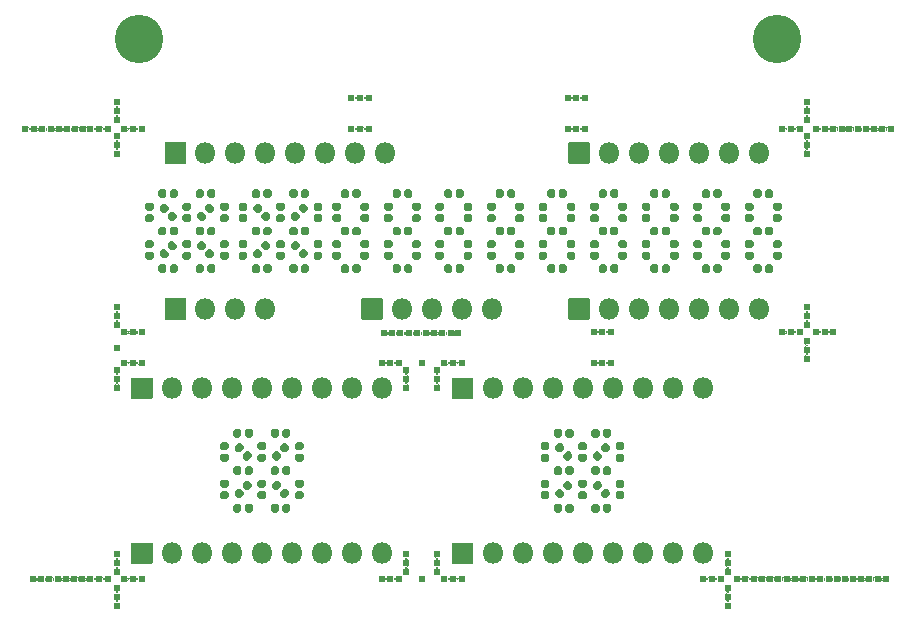
<source format=gbr>
G04 #@! TF.GenerationSoftware,KiCad,Pcbnew,(5.1.9)-1*
G04 #@! TF.CreationDate,2021-05-14T22:58:58-04:00*
G04 #@! TF.ProjectId,Scratch+Com Panelized,53637261-7463-4682-9b43-6f6d2050616e,rev?*
G04 #@! TF.SameCoordinates,Original*
G04 #@! TF.FileFunction,Soldermask,Top*
G04 #@! TF.FilePolarity,Negative*
%FSLAX46Y46*%
G04 Gerber Fmt 4.6, Leading zero omitted, Abs format (unit mm)*
G04 Created by KiCad (PCBNEW (5.1.9)-1) date 2021-05-14 22:58:58*
%MOMM*%
%LPD*%
G01*
G04 APERTURE LIST*
%ADD10C,4.102000*%
%ADD11C,0.602000*%
%ADD12O,1.802000X1.802000*%
%ADD13C,0.100000*%
G04 APERTURE END LIST*
D10*
X158000000Y-77000000D03*
X104000000Y-77000000D03*
D11*
X99140000Y-122710000D03*
X96380000Y-122720000D03*
X94980000Y-122720000D03*
X95680000Y-122720000D03*
X98480000Y-122720000D03*
X97780000Y-122720000D03*
X97080000Y-122720000D03*
X163040000Y-122710000D03*
X165800000Y-122700000D03*
X167200000Y-122700000D03*
X166500000Y-122700000D03*
X163700000Y-122700000D03*
X164400000Y-122700000D03*
X165100000Y-122700000D03*
X156740000Y-122710000D03*
X162340000Y-122710000D03*
X161640000Y-122710000D03*
X159500000Y-122700000D03*
X160900000Y-122700000D03*
X160200000Y-122700000D03*
X157400000Y-122700000D03*
X158100000Y-122700000D03*
X158800000Y-122700000D03*
X163440000Y-84610000D03*
X166200000Y-84600000D03*
X167600000Y-84600000D03*
X166900000Y-84600000D03*
X164100000Y-84600000D03*
X164800000Y-84600000D03*
X165500000Y-84600000D03*
X99240000Y-84610000D03*
X94340000Y-84610000D03*
X96480000Y-84620000D03*
X95080000Y-84620000D03*
X95780000Y-84620000D03*
X98580000Y-84620000D03*
X97880000Y-84620000D03*
X97180000Y-84620000D03*
X131000000Y-101900000D03*
X129640000Y-101910000D03*
X130340000Y-101910000D03*
X128940000Y-101910000D03*
X127540000Y-101910000D03*
X128240000Y-101910000D03*
X126840000Y-101910000D03*
X126100000Y-101900000D03*
X125400000Y-101900000D03*
X124700000Y-101900000D03*
X141750000Y-84600000D03*
X140250000Y-84600000D03*
X140250000Y-82000000D03*
X141750000Y-82000000D03*
X141000000Y-84600000D03*
X141000000Y-82000000D03*
X123450000Y-84600000D03*
X121950000Y-84600000D03*
X121950000Y-82000000D03*
X123450000Y-82000000D03*
X122700000Y-84600000D03*
X122700000Y-82000000D03*
X143950000Y-104400000D03*
X142450000Y-104400000D03*
X142450000Y-101800000D03*
X143950000Y-101800000D03*
X143200000Y-104400000D03*
X143200000Y-101800000D03*
X127900000Y-122700000D03*
X130550000Y-122700000D03*
X131300000Y-122700000D03*
X129800000Y-122700000D03*
X125250000Y-122700000D03*
X126000000Y-122700000D03*
X124500000Y-122700000D03*
X129200000Y-120600000D03*
X129200000Y-122100000D03*
X126600000Y-122100000D03*
X126600000Y-120600000D03*
X129200000Y-121350000D03*
X126600000Y-121350000D03*
X153800000Y-121350000D03*
X153800000Y-120600000D03*
X153800000Y-122100000D03*
X151700000Y-122700000D03*
X153200000Y-122700000D03*
X152450000Y-122700000D03*
X153800000Y-123450000D03*
X153800000Y-124950000D03*
X153800000Y-124200000D03*
X156050000Y-122700000D03*
X154550000Y-122700000D03*
X155300000Y-122700000D03*
X103450000Y-122700000D03*
X104200000Y-122700000D03*
X102700000Y-122700000D03*
X102100000Y-120600000D03*
X102100000Y-122100000D03*
X102100000Y-121350000D03*
X101350000Y-122700000D03*
X99850000Y-122700000D03*
X100600000Y-122700000D03*
X102100000Y-124950000D03*
X102100000Y-123450000D03*
X102100000Y-124200000D03*
X102100000Y-85950000D03*
X102100000Y-86700000D03*
X102100000Y-85200000D03*
X104200000Y-84600000D03*
X102700000Y-84600000D03*
X103450000Y-84600000D03*
X102100000Y-83850000D03*
X102100000Y-82350000D03*
X102100000Y-83100000D03*
X99850000Y-84600000D03*
X101350000Y-84600000D03*
X100600000Y-84600000D03*
X159150000Y-84600000D03*
X158400000Y-84600000D03*
X159900000Y-84600000D03*
X160500000Y-86700000D03*
X160500000Y-85200000D03*
X160500000Y-85950000D03*
X161250000Y-84600000D03*
X162750000Y-84600000D03*
X162000000Y-84600000D03*
X160500000Y-82350000D03*
X160500000Y-83850000D03*
X160500000Y-83100000D03*
X160500000Y-100450000D03*
X160500000Y-99700000D03*
X160500000Y-101200000D03*
X158400000Y-101800000D03*
X159900000Y-101800000D03*
X159150000Y-101800000D03*
X160500000Y-102550000D03*
X160500000Y-104050000D03*
X160500000Y-103300000D03*
X162750000Y-101800000D03*
X161250000Y-101800000D03*
X162000000Y-101800000D03*
X127900000Y-104400000D03*
X125250000Y-104400000D03*
X124500000Y-104400000D03*
X126000000Y-104400000D03*
X130550000Y-104400000D03*
X129800000Y-104400000D03*
X131300000Y-104400000D03*
X126600000Y-106500000D03*
X126600000Y-105000000D03*
X129200000Y-105000000D03*
X129200000Y-106500000D03*
X126600000Y-105750000D03*
X129200000Y-105750000D03*
X102100000Y-103100000D03*
X102100000Y-105750000D03*
X102100000Y-106500000D03*
X102100000Y-105000000D03*
X102100000Y-100450000D03*
X102100000Y-101200000D03*
X102100000Y-99700000D03*
X104200000Y-104400000D03*
X102700000Y-104400000D03*
X102700000Y-101800000D03*
X104200000Y-101800000D03*
X103450000Y-104400000D03*
X103450000Y-101800000D03*
D12*
X133843000Y-99842000D03*
X131303000Y-99842000D03*
X128763000Y-99842000D03*
X126223000Y-99842000D03*
G36*
G01*
X124533000Y-100743000D02*
X122833000Y-100743000D01*
G75*
G02*
X122782000Y-100692000I0J51000D01*
G01*
X122782000Y-98992000D01*
G75*
G02*
X122833000Y-98941000I51000J0D01*
G01*
X124533000Y-98941000D01*
G75*
G02*
X124584000Y-98992000I0J-51000D01*
G01*
X124584000Y-100692000D01*
G75*
G02*
X124533000Y-100743000I-51000J0D01*
G01*
G37*
X156449000Y-99842000D03*
X153909000Y-99842000D03*
X151369000Y-99842000D03*
X148829000Y-99842000D03*
X146289000Y-99842000D03*
X143749000Y-99842000D03*
G36*
G01*
X142059000Y-100743000D02*
X140359000Y-100743000D01*
G75*
G02*
X140308000Y-100692000I0J51000D01*
G01*
X140308000Y-98992000D01*
G75*
G02*
X140359000Y-98941000I51000J0D01*
G01*
X142059000Y-98941000D01*
G75*
G02*
X142110000Y-98992000I0J-51000D01*
G01*
X142110000Y-100692000D01*
G75*
G02*
X142059000Y-100743000I-51000J0D01*
G01*
G37*
X156449000Y-86634000D03*
X153909000Y-86634000D03*
X151369000Y-86634000D03*
X148829000Y-86634000D03*
X146289000Y-86634000D03*
X143749000Y-86634000D03*
G36*
G01*
X142059000Y-87535000D02*
X140359000Y-87535000D01*
G75*
G02*
X140308000Y-87484000I0J51000D01*
G01*
X140308000Y-85784000D01*
G75*
G02*
X140359000Y-85733000I51000J0D01*
G01*
X142059000Y-85733000D01*
G75*
G02*
X142110000Y-85784000I0J-51000D01*
G01*
X142110000Y-87484000D01*
G75*
G02*
X142059000Y-87535000I-51000J0D01*
G01*
G37*
X114666000Y-99842000D03*
X112126000Y-99842000D03*
X109586000Y-99842000D03*
G36*
G01*
X107896000Y-100743000D02*
X106196000Y-100743000D01*
G75*
G02*
X106145000Y-100692000I0J51000D01*
G01*
X106145000Y-98992000D01*
G75*
G02*
X106196000Y-98941000I51000J0D01*
G01*
X107896000Y-98941000D01*
G75*
G02*
X107947000Y-98992000I0J-51000D01*
G01*
X107947000Y-100692000D01*
G75*
G02*
X107896000Y-100743000I-51000J0D01*
G01*
G37*
X124826000Y-86634000D03*
X122286000Y-86634000D03*
X119746000Y-86634000D03*
X117206000Y-86634000D03*
X114666000Y-86634000D03*
X112126000Y-86634000D03*
X109586000Y-86634000D03*
G36*
G01*
X107896000Y-87535000D02*
X106196000Y-87535000D01*
G75*
G02*
X106145000Y-87484000I0J51000D01*
G01*
X106145000Y-85784000D01*
G75*
G02*
X106196000Y-85733000I51000J0D01*
G01*
X107896000Y-85733000D01*
G75*
G02*
X107947000Y-85784000I0J-51000D01*
G01*
X107947000Y-87484000D01*
G75*
G02*
X107896000Y-87535000I-51000J0D01*
G01*
G37*
G36*
G01*
X116134000Y-91518500D02*
X115738000Y-91518500D01*
G75*
G02*
X115565000Y-91345500I0J173000D01*
G01*
X115565000Y-90999500D01*
G75*
G02*
X115738000Y-90826500I173000J0D01*
G01*
X116134000Y-90826500D01*
G75*
G02*
X116307000Y-90999500I0J-173000D01*
G01*
X116307000Y-91345500D01*
G75*
G02*
X116134000Y-91518500I-173000J0D01*
G01*
G37*
G36*
G01*
X116134000Y-92488500D02*
X115738000Y-92488500D01*
G75*
G02*
X115565000Y-92315500I0J173000D01*
G01*
X115565000Y-91969500D01*
G75*
G02*
X115738000Y-91796500I173000J0D01*
G01*
X116134000Y-91796500D01*
G75*
G02*
X116307000Y-91969500I0J-173000D01*
G01*
X116307000Y-92315500D01*
G75*
G02*
X116134000Y-92488500I-173000J0D01*
G01*
G37*
G36*
G01*
X117384500Y-89872000D02*
X117384500Y-90268000D01*
G75*
G02*
X117211500Y-90441000I-173000J0D01*
G01*
X116865500Y-90441000D01*
G75*
G02*
X116692500Y-90268000I0J173000D01*
G01*
X116692500Y-89872000D01*
G75*
G02*
X116865500Y-89699000I173000J0D01*
G01*
X117211500Y-89699000D01*
G75*
G02*
X117384500Y-89872000I0J-173000D01*
G01*
G37*
G36*
G01*
X118354500Y-89872000D02*
X118354500Y-90268000D01*
G75*
G02*
X118181500Y-90441000I-173000J0D01*
G01*
X117835500Y-90441000D01*
G75*
G02*
X117662500Y-90268000I0J173000D01*
G01*
X117662500Y-89872000D01*
G75*
G02*
X117835500Y-89699000I173000J0D01*
G01*
X118181500Y-89699000D01*
G75*
G02*
X118354500Y-89872000I0J-173000D01*
G01*
G37*
G36*
G01*
X114209500Y-96222000D02*
X114209500Y-96618000D01*
G75*
G02*
X114036500Y-96791000I-173000J0D01*
G01*
X113690500Y-96791000D01*
G75*
G02*
X113517500Y-96618000I0J173000D01*
G01*
X113517500Y-96222000D01*
G75*
G02*
X113690500Y-96049000I173000J0D01*
G01*
X114036500Y-96049000D01*
G75*
G02*
X114209500Y-96222000I0J-173000D01*
G01*
G37*
G36*
G01*
X115179500Y-96222000D02*
X115179500Y-96618000D01*
G75*
G02*
X115006500Y-96791000I-173000J0D01*
G01*
X114660500Y-96791000D01*
G75*
G02*
X114487500Y-96618000I0J173000D01*
G01*
X114487500Y-96222000D01*
G75*
G02*
X114660500Y-96049000I173000J0D01*
G01*
X115006500Y-96049000D01*
G75*
G02*
X115179500Y-96222000I0J-173000D01*
G01*
G37*
G36*
G01*
X114110204Y-94790781D02*
X114390219Y-95070796D01*
G75*
G02*
X114390219Y-95315454I-122329J-122329D01*
G01*
X114145560Y-95560113D01*
G75*
G02*
X113900902Y-95560113I-122329J122329D01*
G01*
X113620887Y-95280098D01*
G75*
G02*
X113620887Y-95035440I122329J122329D01*
G01*
X113865546Y-94790781D01*
G75*
G02*
X114110204Y-94790781I122329J-122329D01*
G01*
G37*
G36*
G01*
X114796098Y-94104887D02*
X115076113Y-94384902D01*
G75*
G02*
X115076113Y-94629560I-122329J-122329D01*
G01*
X114831454Y-94874219D01*
G75*
G02*
X114586796Y-94874219I-122329J122329D01*
G01*
X114306781Y-94594204D01*
G75*
G02*
X114306781Y-94349546I122329J122329D01*
G01*
X114551440Y-94104887D01*
G75*
G02*
X114796098Y-94104887I122329J-122329D01*
G01*
G37*
G36*
G01*
X117384500Y-93047000D02*
X117384500Y-93443000D01*
G75*
G02*
X117211500Y-93616000I-173000J0D01*
G01*
X116865500Y-93616000D01*
G75*
G02*
X116692500Y-93443000I0J173000D01*
G01*
X116692500Y-93047000D01*
G75*
G02*
X116865500Y-92874000I173000J0D01*
G01*
X117211500Y-92874000D01*
G75*
G02*
X117384500Y-93047000I0J-173000D01*
G01*
G37*
G36*
G01*
X118354500Y-93047000D02*
X118354500Y-93443000D01*
G75*
G02*
X118181500Y-93616000I-173000J0D01*
G01*
X117835500Y-93616000D01*
G75*
G02*
X117662500Y-93443000I0J173000D01*
G01*
X117662500Y-93047000D01*
G75*
G02*
X117835500Y-92874000I173000J0D01*
G01*
X118181500Y-92874000D01*
G75*
G02*
X118354500Y-93047000I0J-173000D01*
G01*
G37*
G36*
G01*
X117565219Y-94594204D02*
X117285204Y-94874219D01*
G75*
G02*
X117040546Y-94874219I-122329J122329D01*
G01*
X116795887Y-94629560D01*
G75*
G02*
X116795887Y-94384902I122329J122329D01*
G01*
X117075902Y-94104887D01*
G75*
G02*
X117320560Y-94104887I122329J-122329D01*
G01*
X117565219Y-94349546D01*
G75*
G02*
X117565219Y-94594204I-122329J-122329D01*
G01*
G37*
G36*
G01*
X118251113Y-95280098D02*
X117971098Y-95560113D01*
G75*
G02*
X117726440Y-95560113I-122329J122329D01*
G01*
X117481781Y-95315454D01*
G75*
G02*
X117481781Y-95070796I122329J122329D01*
G01*
X117761796Y-94790781D01*
G75*
G02*
X118006454Y-94790781I122329J-122329D01*
G01*
X118251113Y-95035440D01*
G75*
G02*
X118251113Y-95280098I-122329J-122329D01*
G01*
G37*
G36*
G01*
X117285204Y-91615781D02*
X117565219Y-91895796D01*
G75*
G02*
X117565219Y-92140454I-122329J-122329D01*
G01*
X117320560Y-92385113D01*
G75*
G02*
X117075902Y-92385113I-122329J122329D01*
G01*
X116795887Y-92105098D01*
G75*
G02*
X116795887Y-91860440I122329J122329D01*
G01*
X117040546Y-91615781D01*
G75*
G02*
X117285204Y-91615781I122329J-122329D01*
G01*
G37*
G36*
G01*
X117971098Y-90929887D02*
X118251113Y-91209902D01*
G75*
G02*
X118251113Y-91454560I-122329J-122329D01*
G01*
X118006454Y-91699219D01*
G75*
G02*
X117761796Y-91699219I-122329J122329D01*
G01*
X117481781Y-91419204D01*
G75*
G02*
X117481781Y-91174546I122329J122329D01*
G01*
X117726440Y-90929887D01*
G75*
G02*
X117971098Y-90929887I122329J-122329D01*
G01*
G37*
G36*
G01*
X117384500Y-96222000D02*
X117384500Y-96618000D01*
G75*
G02*
X117211500Y-96791000I-173000J0D01*
G01*
X116865500Y-96791000D01*
G75*
G02*
X116692500Y-96618000I0J173000D01*
G01*
X116692500Y-96222000D01*
G75*
G02*
X116865500Y-96049000I173000J0D01*
G01*
X117211500Y-96049000D01*
G75*
G02*
X117384500Y-96222000I0J-173000D01*
G01*
G37*
G36*
G01*
X118354500Y-96222000D02*
X118354500Y-96618000D01*
G75*
G02*
X118181500Y-96791000I-173000J0D01*
G01*
X117835500Y-96791000D01*
G75*
G02*
X117662500Y-96618000I0J173000D01*
G01*
X117662500Y-96222000D01*
G75*
G02*
X117835500Y-96049000I173000J0D01*
G01*
X118181500Y-96049000D01*
G75*
G02*
X118354500Y-96222000I0J-173000D01*
G01*
G37*
G36*
G01*
X119309000Y-91518500D02*
X118913000Y-91518500D01*
G75*
G02*
X118740000Y-91345500I0J173000D01*
G01*
X118740000Y-90999500D01*
G75*
G02*
X118913000Y-90826500I173000J0D01*
G01*
X119309000Y-90826500D01*
G75*
G02*
X119482000Y-90999500I0J-173000D01*
G01*
X119482000Y-91345500D01*
G75*
G02*
X119309000Y-91518500I-173000J0D01*
G01*
G37*
G36*
G01*
X119309000Y-92488500D02*
X118913000Y-92488500D01*
G75*
G02*
X118740000Y-92315500I0J173000D01*
G01*
X118740000Y-91969500D01*
G75*
G02*
X118913000Y-91796500I173000J0D01*
G01*
X119309000Y-91796500D01*
G75*
G02*
X119482000Y-91969500I0J-173000D01*
G01*
X119482000Y-92315500D01*
G75*
G02*
X119309000Y-92488500I-173000J0D01*
G01*
G37*
G36*
G01*
X115738000Y-94971500D02*
X116134000Y-94971500D01*
G75*
G02*
X116307000Y-95144500I0J-173000D01*
G01*
X116307000Y-95490500D01*
G75*
G02*
X116134000Y-95663500I-173000J0D01*
G01*
X115738000Y-95663500D01*
G75*
G02*
X115565000Y-95490500I0J173000D01*
G01*
X115565000Y-95144500D01*
G75*
G02*
X115738000Y-94971500I173000J0D01*
G01*
G37*
G36*
G01*
X115738000Y-94001500D02*
X116134000Y-94001500D01*
G75*
G02*
X116307000Y-94174500I0J-173000D01*
G01*
X116307000Y-94520500D01*
G75*
G02*
X116134000Y-94693500I-173000J0D01*
G01*
X115738000Y-94693500D01*
G75*
G02*
X115565000Y-94520500I0J173000D01*
G01*
X115565000Y-94174500D01*
G75*
G02*
X115738000Y-94001500I173000J0D01*
G01*
G37*
G36*
G01*
X118913000Y-94971500D02*
X119309000Y-94971500D01*
G75*
G02*
X119482000Y-95144500I0J-173000D01*
G01*
X119482000Y-95490500D01*
G75*
G02*
X119309000Y-95663500I-173000J0D01*
G01*
X118913000Y-95663500D01*
G75*
G02*
X118740000Y-95490500I0J173000D01*
G01*
X118740000Y-95144500D01*
G75*
G02*
X118913000Y-94971500I173000J0D01*
G01*
G37*
G36*
G01*
X118913000Y-94001500D02*
X119309000Y-94001500D01*
G75*
G02*
X119482000Y-94174500I0J-173000D01*
G01*
X119482000Y-94520500D01*
G75*
G02*
X119309000Y-94693500I-173000J0D01*
G01*
X118913000Y-94693500D01*
G75*
G02*
X118740000Y-94520500I0J173000D01*
G01*
X118740000Y-94174500D01*
G75*
G02*
X118913000Y-94001500I173000J0D01*
G01*
G37*
G36*
G01*
X112959000Y-91518500D02*
X112563000Y-91518500D01*
G75*
G02*
X112390000Y-91345500I0J173000D01*
G01*
X112390000Y-90999500D01*
G75*
G02*
X112563000Y-90826500I173000J0D01*
G01*
X112959000Y-90826500D01*
G75*
G02*
X113132000Y-90999500I0J-173000D01*
G01*
X113132000Y-91345500D01*
G75*
G02*
X112959000Y-91518500I-173000J0D01*
G01*
G37*
G36*
G01*
X112959000Y-92488500D02*
X112563000Y-92488500D01*
G75*
G02*
X112390000Y-92315500I0J173000D01*
G01*
X112390000Y-91969500D01*
G75*
G02*
X112563000Y-91796500I173000J0D01*
G01*
X112959000Y-91796500D01*
G75*
G02*
X113132000Y-91969500I0J-173000D01*
G01*
X113132000Y-92315500D01*
G75*
G02*
X112959000Y-92488500I-173000J0D01*
G01*
G37*
G36*
G01*
X114209500Y-89872000D02*
X114209500Y-90268000D01*
G75*
G02*
X114036500Y-90441000I-173000J0D01*
G01*
X113690500Y-90441000D01*
G75*
G02*
X113517500Y-90268000I0J173000D01*
G01*
X113517500Y-89872000D01*
G75*
G02*
X113690500Y-89699000I173000J0D01*
G01*
X114036500Y-89699000D01*
G75*
G02*
X114209500Y-89872000I0J-173000D01*
G01*
G37*
G36*
G01*
X115179500Y-89872000D02*
X115179500Y-90268000D01*
G75*
G02*
X115006500Y-90441000I-173000J0D01*
G01*
X114660500Y-90441000D01*
G75*
G02*
X114487500Y-90268000I0J173000D01*
G01*
X114487500Y-89872000D01*
G75*
G02*
X114660500Y-89699000I173000J0D01*
G01*
X115006500Y-89699000D01*
G75*
G02*
X115179500Y-89872000I0J-173000D01*
G01*
G37*
G36*
G01*
X114209500Y-93047000D02*
X114209500Y-93443000D01*
G75*
G02*
X114036500Y-93616000I-173000J0D01*
G01*
X113690500Y-93616000D01*
G75*
G02*
X113517500Y-93443000I0J173000D01*
G01*
X113517500Y-93047000D01*
G75*
G02*
X113690500Y-92874000I173000J0D01*
G01*
X114036500Y-92874000D01*
G75*
G02*
X114209500Y-93047000I0J-173000D01*
G01*
G37*
G36*
G01*
X115179500Y-93047000D02*
X115179500Y-93443000D01*
G75*
G02*
X115006500Y-93616000I-173000J0D01*
G01*
X114660500Y-93616000D01*
G75*
G02*
X114487500Y-93443000I0J173000D01*
G01*
X114487500Y-93047000D01*
G75*
G02*
X114660500Y-92874000I173000J0D01*
G01*
X115006500Y-92874000D01*
G75*
G02*
X115179500Y-93047000I0J-173000D01*
G01*
G37*
G36*
G01*
X114390219Y-91419204D02*
X114110204Y-91699219D01*
G75*
G02*
X113865546Y-91699219I-122329J122329D01*
G01*
X113620887Y-91454560D01*
G75*
G02*
X113620887Y-91209902I122329J122329D01*
G01*
X113900902Y-90929887D01*
G75*
G02*
X114145560Y-90929887I122329J-122329D01*
G01*
X114390219Y-91174546D01*
G75*
G02*
X114390219Y-91419204I-122329J-122329D01*
G01*
G37*
G36*
G01*
X115076113Y-92105098D02*
X114796098Y-92385113D01*
G75*
G02*
X114551440Y-92385113I-122329J122329D01*
G01*
X114306781Y-92140454D01*
G75*
G02*
X114306781Y-91895796I122329J122329D01*
G01*
X114586796Y-91615781D01*
G75*
G02*
X114831454Y-91615781I122329J-122329D01*
G01*
X115076113Y-91860440D01*
G75*
G02*
X115076113Y-92105098I-122329J-122329D01*
G01*
G37*
G36*
G01*
X112563000Y-94971500D02*
X112959000Y-94971500D01*
G75*
G02*
X113132000Y-95144500I0J-173000D01*
G01*
X113132000Y-95490500D01*
G75*
G02*
X112959000Y-95663500I-173000J0D01*
G01*
X112563000Y-95663500D01*
G75*
G02*
X112390000Y-95490500I0J173000D01*
G01*
X112390000Y-95144500D01*
G75*
G02*
X112563000Y-94971500I173000J0D01*
G01*
G37*
G36*
G01*
X112563000Y-94001500D02*
X112959000Y-94001500D01*
G75*
G02*
X113132000Y-94174500I0J-173000D01*
G01*
X113132000Y-94520500D01*
G75*
G02*
X112959000Y-94693500I-173000J0D01*
G01*
X112563000Y-94693500D01*
G75*
G02*
X112390000Y-94520500I0J173000D01*
G01*
X112390000Y-94174500D01*
G75*
G02*
X112563000Y-94001500I173000J0D01*
G01*
G37*
G36*
G01*
X109361704Y-91615281D02*
X109641719Y-91895296D01*
G75*
G02*
X109641719Y-92139954I-122329J-122329D01*
G01*
X109397060Y-92384613D01*
G75*
G02*
X109152402Y-92384613I-122329J122329D01*
G01*
X108872387Y-92104598D01*
G75*
G02*
X108872387Y-91859940I122329J122329D01*
G01*
X109117046Y-91615281D01*
G75*
G02*
X109361704Y-91615281I122329J-122329D01*
G01*
G37*
G36*
G01*
X110047598Y-90929387D02*
X110327613Y-91209402D01*
G75*
G02*
X110327613Y-91454060I-122329J-122329D01*
G01*
X110082954Y-91698719D01*
G75*
G02*
X109838296Y-91698719I-122329J122329D01*
G01*
X109558281Y-91418704D01*
G75*
G02*
X109558281Y-91174046I122329J122329D01*
G01*
X109802940Y-90929387D01*
G75*
G02*
X110047598Y-90929387I122329J-122329D01*
G01*
G37*
G36*
G01*
X106466719Y-91418704D02*
X106186704Y-91698719D01*
G75*
G02*
X105942046Y-91698719I-122329J122329D01*
G01*
X105697387Y-91454060D01*
G75*
G02*
X105697387Y-91209402I122329J122329D01*
G01*
X105977402Y-90929387D01*
G75*
G02*
X106222060Y-90929387I122329J-122329D01*
G01*
X106466719Y-91174046D01*
G75*
G02*
X106466719Y-91418704I-122329J-122329D01*
G01*
G37*
G36*
G01*
X107152613Y-92104598D02*
X106872598Y-92384613D01*
G75*
G02*
X106627940Y-92384613I-122329J122329D01*
G01*
X106383281Y-92139954D01*
G75*
G02*
X106383281Y-91895296I122329J122329D01*
G01*
X106663296Y-91615281D01*
G75*
G02*
X106907954Y-91615281I122329J-122329D01*
G01*
X107152613Y-91859940D01*
G75*
G02*
X107152613Y-92104598I-122329J-122329D01*
G01*
G37*
G36*
G01*
X109641719Y-94593704D02*
X109361704Y-94873719D01*
G75*
G02*
X109117046Y-94873719I-122329J122329D01*
G01*
X108872387Y-94629060D01*
G75*
G02*
X108872387Y-94384402I122329J122329D01*
G01*
X109152402Y-94104387D01*
G75*
G02*
X109397060Y-94104387I122329J-122329D01*
G01*
X109641719Y-94349046D01*
G75*
G02*
X109641719Y-94593704I-122329J-122329D01*
G01*
G37*
G36*
G01*
X110327613Y-95279598D02*
X110047598Y-95559613D01*
G75*
G02*
X109802940Y-95559613I-122329J122329D01*
G01*
X109558281Y-95314954D01*
G75*
G02*
X109558281Y-95070296I122329J122329D01*
G01*
X109838296Y-94790281D01*
G75*
G02*
X110082954Y-94790281I122329J-122329D01*
G01*
X110327613Y-95034940D01*
G75*
G02*
X110327613Y-95279598I-122329J-122329D01*
G01*
G37*
G36*
G01*
X109461000Y-89871500D02*
X109461000Y-90267500D01*
G75*
G02*
X109288000Y-90440500I-173000J0D01*
G01*
X108942000Y-90440500D01*
G75*
G02*
X108769000Y-90267500I0J173000D01*
G01*
X108769000Y-89871500D01*
G75*
G02*
X108942000Y-89698500I173000J0D01*
G01*
X109288000Y-89698500D01*
G75*
G02*
X109461000Y-89871500I0J-173000D01*
G01*
G37*
G36*
G01*
X110431000Y-89871500D02*
X110431000Y-90267500D01*
G75*
G02*
X110258000Y-90440500I-173000J0D01*
G01*
X109912000Y-90440500D01*
G75*
G02*
X109739000Y-90267500I0J173000D01*
G01*
X109739000Y-89871500D01*
G75*
G02*
X109912000Y-89698500I173000J0D01*
G01*
X110258000Y-89698500D01*
G75*
G02*
X110431000Y-89871500I0J-173000D01*
G01*
G37*
G36*
G01*
X109461000Y-93046500D02*
X109461000Y-93442500D01*
G75*
G02*
X109288000Y-93615500I-173000J0D01*
G01*
X108942000Y-93615500D01*
G75*
G02*
X108769000Y-93442500I0J173000D01*
G01*
X108769000Y-93046500D01*
G75*
G02*
X108942000Y-92873500I173000J0D01*
G01*
X109288000Y-92873500D01*
G75*
G02*
X109461000Y-93046500I0J-173000D01*
G01*
G37*
G36*
G01*
X110431000Y-93046500D02*
X110431000Y-93442500D01*
G75*
G02*
X110258000Y-93615500I-173000J0D01*
G01*
X109912000Y-93615500D01*
G75*
G02*
X109739000Y-93442500I0J173000D01*
G01*
X109739000Y-93046500D01*
G75*
G02*
X109912000Y-92873500I173000J0D01*
G01*
X110258000Y-92873500D01*
G75*
G02*
X110431000Y-93046500I0J-173000D01*
G01*
G37*
G36*
G01*
X107814500Y-94971000D02*
X108210500Y-94971000D01*
G75*
G02*
X108383500Y-95144000I0J-173000D01*
G01*
X108383500Y-95490000D01*
G75*
G02*
X108210500Y-95663000I-173000J0D01*
G01*
X107814500Y-95663000D01*
G75*
G02*
X107641500Y-95490000I0J173000D01*
G01*
X107641500Y-95144000D01*
G75*
G02*
X107814500Y-94971000I173000J0D01*
G01*
G37*
G36*
G01*
X107814500Y-94001000D02*
X108210500Y-94001000D01*
G75*
G02*
X108383500Y-94174000I0J-173000D01*
G01*
X108383500Y-94520000D01*
G75*
G02*
X108210500Y-94693000I-173000J0D01*
G01*
X107814500Y-94693000D01*
G75*
G02*
X107641500Y-94520000I0J173000D01*
G01*
X107641500Y-94174000D01*
G75*
G02*
X107814500Y-94001000I173000J0D01*
G01*
G37*
G36*
G01*
X106286000Y-93046500D02*
X106286000Y-93442500D01*
G75*
G02*
X106113000Y-93615500I-173000J0D01*
G01*
X105767000Y-93615500D01*
G75*
G02*
X105594000Y-93442500I0J173000D01*
G01*
X105594000Y-93046500D01*
G75*
G02*
X105767000Y-92873500I173000J0D01*
G01*
X106113000Y-92873500D01*
G75*
G02*
X106286000Y-93046500I0J-173000D01*
G01*
G37*
G36*
G01*
X107256000Y-93046500D02*
X107256000Y-93442500D01*
G75*
G02*
X107083000Y-93615500I-173000J0D01*
G01*
X106737000Y-93615500D01*
G75*
G02*
X106564000Y-93442500I0J173000D01*
G01*
X106564000Y-93046500D01*
G75*
G02*
X106737000Y-92873500I173000J0D01*
G01*
X107083000Y-92873500D01*
G75*
G02*
X107256000Y-93046500I0J-173000D01*
G01*
G37*
G36*
G01*
X106286000Y-96221500D02*
X106286000Y-96617500D01*
G75*
G02*
X106113000Y-96790500I-173000J0D01*
G01*
X105767000Y-96790500D01*
G75*
G02*
X105594000Y-96617500I0J173000D01*
G01*
X105594000Y-96221500D01*
G75*
G02*
X105767000Y-96048500I173000J0D01*
G01*
X106113000Y-96048500D01*
G75*
G02*
X106286000Y-96221500I0J-173000D01*
G01*
G37*
G36*
G01*
X107256000Y-96221500D02*
X107256000Y-96617500D01*
G75*
G02*
X107083000Y-96790500I-173000J0D01*
G01*
X106737000Y-96790500D01*
G75*
G02*
X106564000Y-96617500I0J173000D01*
G01*
X106564000Y-96221500D01*
G75*
G02*
X106737000Y-96048500I173000J0D01*
G01*
X107083000Y-96048500D01*
G75*
G02*
X107256000Y-96221500I0J-173000D01*
G01*
G37*
G36*
G01*
X111385500Y-91518000D02*
X110989500Y-91518000D01*
G75*
G02*
X110816500Y-91345000I0J173000D01*
G01*
X110816500Y-90999000D01*
G75*
G02*
X110989500Y-90826000I173000J0D01*
G01*
X111385500Y-90826000D01*
G75*
G02*
X111558500Y-90999000I0J-173000D01*
G01*
X111558500Y-91345000D01*
G75*
G02*
X111385500Y-91518000I-173000J0D01*
G01*
G37*
G36*
G01*
X111385500Y-92488000D02*
X110989500Y-92488000D01*
G75*
G02*
X110816500Y-92315000I0J173000D01*
G01*
X110816500Y-91969000D01*
G75*
G02*
X110989500Y-91796000I173000J0D01*
G01*
X111385500Y-91796000D01*
G75*
G02*
X111558500Y-91969000I0J-173000D01*
G01*
X111558500Y-92315000D01*
G75*
G02*
X111385500Y-92488000I-173000J0D01*
G01*
G37*
G36*
G01*
X106186704Y-94790281D02*
X106466719Y-95070296D01*
G75*
G02*
X106466719Y-95314954I-122329J-122329D01*
G01*
X106222060Y-95559613D01*
G75*
G02*
X105977402Y-95559613I-122329J122329D01*
G01*
X105697387Y-95279598D01*
G75*
G02*
X105697387Y-95034940I122329J122329D01*
G01*
X105942046Y-94790281D01*
G75*
G02*
X106186704Y-94790281I122329J-122329D01*
G01*
G37*
G36*
G01*
X106872598Y-94104387D02*
X107152613Y-94384402D01*
G75*
G02*
X107152613Y-94629060I-122329J-122329D01*
G01*
X106907954Y-94873719D01*
G75*
G02*
X106663296Y-94873719I-122329J122329D01*
G01*
X106383281Y-94593704D01*
G75*
G02*
X106383281Y-94349046I122329J122329D01*
G01*
X106627940Y-94104387D01*
G75*
G02*
X106872598Y-94104387I122329J-122329D01*
G01*
G37*
G36*
G01*
X110989500Y-94971000D02*
X111385500Y-94971000D01*
G75*
G02*
X111558500Y-95144000I0J-173000D01*
G01*
X111558500Y-95490000D01*
G75*
G02*
X111385500Y-95663000I-173000J0D01*
G01*
X110989500Y-95663000D01*
G75*
G02*
X110816500Y-95490000I0J173000D01*
G01*
X110816500Y-95144000D01*
G75*
G02*
X110989500Y-94971000I173000J0D01*
G01*
G37*
G36*
G01*
X110989500Y-94001000D02*
X111385500Y-94001000D01*
G75*
G02*
X111558500Y-94174000I0J-173000D01*
G01*
X111558500Y-94520000D01*
G75*
G02*
X111385500Y-94693000I-173000J0D01*
G01*
X110989500Y-94693000D01*
G75*
G02*
X110816500Y-94520000I0J173000D01*
G01*
X110816500Y-94174000D01*
G75*
G02*
X110989500Y-94001000I173000J0D01*
G01*
G37*
G36*
G01*
X108210500Y-91518000D02*
X107814500Y-91518000D01*
G75*
G02*
X107641500Y-91345000I0J173000D01*
G01*
X107641500Y-90999000D01*
G75*
G02*
X107814500Y-90826000I173000J0D01*
G01*
X108210500Y-90826000D01*
G75*
G02*
X108383500Y-90999000I0J-173000D01*
G01*
X108383500Y-91345000D01*
G75*
G02*
X108210500Y-91518000I-173000J0D01*
G01*
G37*
G36*
G01*
X108210500Y-92488000D02*
X107814500Y-92488000D01*
G75*
G02*
X107641500Y-92315000I0J173000D01*
G01*
X107641500Y-91969000D01*
G75*
G02*
X107814500Y-91796000I173000J0D01*
G01*
X108210500Y-91796000D01*
G75*
G02*
X108383500Y-91969000I0J-173000D01*
G01*
X108383500Y-92315000D01*
G75*
G02*
X108210500Y-92488000I-173000J0D01*
G01*
G37*
G36*
G01*
X109461000Y-96221500D02*
X109461000Y-96617500D01*
G75*
G02*
X109288000Y-96790500I-173000J0D01*
G01*
X108942000Y-96790500D01*
G75*
G02*
X108769000Y-96617500I0J173000D01*
G01*
X108769000Y-96221500D01*
G75*
G02*
X108942000Y-96048500I173000J0D01*
G01*
X109288000Y-96048500D01*
G75*
G02*
X109461000Y-96221500I0J-173000D01*
G01*
G37*
G36*
G01*
X110431000Y-96221500D02*
X110431000Y-96617500D01*
G75*
G02*
X110258000Y-96790500I-173000J0D01*
G01*
X109912000Y-96790500D01*
G75*
G02*
X109739000Y-96617500I0J173000D01*
G01*
X109739000Y-96221500D01*
G75*
G02*
X109912000Y-96048500I173000J0D01*
G01*
X110258000Y-96048500D01*
G75*
G02*
X110431000Y-96221500I0J-173000D01*
G01*
G37*
G36*
G01*
X106286000Y-89871500D02*
X106286000Y-90267500D01*
G75*
G02*
X106113000Y-90440500I-173000J0D01*
G01*
X105767000Y-90440500D01*
G75*
G02*
X105594000Y-90267500I0J173000D01*
G01*
X105594000Y-89871500D01*
G75*
G02*
X105767000Y-89698500I173000J0D01*
G01*
X106113000Y-89698500D01*
G75*
G02*
X106286000Y-89871500I0J-173000D01*
G01*
G37*
G36*
G01*
X107256000Y-89871500D02*
X107256000Y-90267500D01*
G75*
G02*
X107083000Y-90440500I-173000J0D01*
G01*
X106737000Y-90440500D01*
G75*
G02*
X106564000Y-90267500I0J173000D01*
G01*
X106564000Y-89871500D01*
G75*
G02*
X106737000Y-89698500I173000J0D01*
G01*
X107083000Y-89698500D01*
G75*
G02*
X107256000Y-89871500I0J-173000D01*
G01*
G37*
G36*
G01*
X104639500Y-94971000D02*
X105035500Y-94971000D01*
G75*
G02*
X105208500Y-95144000I0J-173000D01*
G01*
X105208500Y-95490000D01*
G75*
G02*
X105035500Y-95663000I-173000J0D01*
G01*
X104639500Y-95663000D01*
G75*
G02*
X104466500Y-95490000I0J173000D01*
G01*
X104466500Y-95144000D01*
G75*
G02*
X104639500Y-94971000I173000J0D01*
G01*
G37*
G36*
G01*
X104639500Y-94001000D02*
X105035500Y-94001000D01*
G75*
G02*
X105208500Y-94174000I0J-173000D01*
G01*
X105208500Y-94520000D01*
G75*
G02*
X105035500Y-94693000I-173000J0D01*
G01*
X104639500Y-94693000D01*
G75*
G02*
X104466500Y-94520000I0J173000D01*
G01*
X104466500Y-94174000D01*
G75*
G02*
X104639500Y-94001000I173000J0D01*
G01*
G37*
G36*
G01*
X105035500Y-91518000D02*
X104639500Y-91518000D01*
G75*
G02*
X104466500Y-91345000I0J173000D01*
G01*
X104466500Y-90999000D01*
G75*
G02*
X104639500Y-90826000I173000J0D01*
G01*
X105035500Y-90826000D01*
G75*
G02*
X105208500Y-90999000I0J-173000D01*
G01*
X105208500Y-91345000D01*
G75*
G02*
X105035500Y-91518000I-173000J0D01*
G01*
G37*
G36*
G01*
X105035500Y-92488000D02*
X104639500Y-92488000D01*
G75*
G02*
X104466500Y-92315000I0J173000D01*
G01*
X104466500Y-91969000D01*
G75*
G02*
X104639500Y-91796000I173000J0D01*
G01*
X105035500Y-91796000D01*
G75*
G02*
X105208500Y-91969000I0J-173000D01*
G01*
X105208500Y-92315000D01*
G75*
G02*
X105035500Y-92488000I-173000J0D01*
G01*
G37*
G36*
G01*
X122028125Y-90268000D02*
X122028125Y-89872000D01*
G75*
G02*
X122201125Y-89699000I173000J0D01*
G01*
X122547125Y-89699000D01*
G75*
G02*
X122720125Y-89872000I0J-173000D01*
G01*
X122720125Y-90268000D01*
G75*
G02*
X122547125Y-90441000I-173000J0D01*
G01*
X122201125Y-90441000D01*
G75*
G02*
X122028125Y-90268000I0J173000D01*
G01*
G37*
G36*
G01*
X121058125Y-90268000D02*
X121058125Y-89872000D01*
G75*
G02*
X121231125Y-89699000I173000J0D01*
G01*
X121577125Y-89699000D01*
G75*
G02*
X121750125Y-89872000I0J-173000D01*
G01*
X121750125Y-90268000D01*
G75*
G02*
X121577125Y-90441000I-173000J0D01*
G01*
X121231125Y-90441000D01*
G75*
G02*
X121058125Y-90268000I0J173000D01*
G01*
G37*
G36*
G01*
X122881750Y-91796500D02*
X123277750Y-91796500D01*
G75*
G02*
X123450750Y-91969500I0J-173000D01*
G01*
X123450750Y-92315500D01*
G75*
G02*
X123277750Y-92488500I-173000J0D01*
G01*
X122881750Y-92488500D01*
G75*
G02*
X122708750Y-92315500I0J173000D01*
G01*
X122708750Y-91969500D01*
G75*
G02*
X122881750Y-91796500I173000J0D01*
G01*
G37*
G36*
G01*
X122881750Y-90826500D02*
X123277750Y-90826500D01*
G75*
G02*
X123450750Y-90999500I0J-173000D01*
G01*
X123450750Y-91345500D01*
G75*
G02*
X123277750Y-91518500I-173000J0D01*
G01*
X122881750Y-91518500D01*
G75*
G02*
X122708750Y-91345500I0J173000D01*
G01*
X122708750Y-90999500D01*
G75*
G02*
X122881750Y-90826500I173000J0D01*
G01*
G37*
G36*
G01*
X122881750Y-94971500D02*
X123277750Y-94971500D01*
G75*
G02*
X123450750Y-95144500I0J-173000D01*
G01*
X123450750Y-95490500D01*
G75*
G02*
X123277750Y-95663500I-173000J0D01*
G01*
X122881750Y-95663500D01*
G75*
G02*
X122708750Y-95490500I0J173000D01*
G01*
X122708750Y-95144500D01*
G75*
G02*
X122881750Y-94971500I173000J0D01*
G01*
G37*
G36*
G01*
X122881750Y-94001500D02*
X123277750Y-94001500D01*
G75*
G02*
X123450750Y-94174500I0J-173000D01*
G01*
X123450750Y-94520500D01*
G75*
G02*
X123277750Y-94693500I-173000J0D01*
G01*
X122881750Y-94693500D01*
G75*
G02*
X122708750Y-94520500I0J173000D01*
G01*
X122708750Y-94174500D01*
G75*
G02*
X122881750Y-94001500I173000J0D01*
G01*
G37*
G36*
G01*
X122028125Y-96618000D02*
X122028125Y-96222000D01*
G75*
G02*
X122201125Y-96049000I173000J0D01*
G01*
X122547125Y-96049000D01*
G75*
G02*
X122720125Y-96222000I0J-173000D01*
G01*
X122720125Y-96618000D01*
G75*
G02*
X122547125Y-96791000I-173000J0D01*
G01*
X122201125Y-96791000D01*
G75*
G02*
X122028125Y-96618000I0J173000D01*
G01*
G37*
G36*
G01*
X121058125Y-96618000D02*
X121058125Y-96222000D01*
G75*
G02*
X121231125Y-96049000I173000J0D01*
G01*
X121577125Y-96049000D01*
G75*
G02*
X121750125Y-96222000I0J-173000D01*
G01*
X121750125Y-96618000D01*
G75*
G02*
X121577125Y-96791000I-173000J0D01*
G01*
X121231125Y-96791000D01*
G75*
G02*
X121058125Y-96618000I0J173000D01*
G01*
G37*
G36*
G01*
X120500500Y-94971500D02*
X120896500Y-94971500D01*
G75*
G02*
X121069500Y-95144500I0J-173000D01*
G01*
X121069500Y-95490500D01*
G75*
G02*
X120896500Y-95663500I-173000J0D01*
G01*
X120500500Y-95663500D01*
G75*
G02*
X120327500Y-95490500I0J173000D01*
G01*
X120327500Y-95144500D01*
G75*
G02*
X120500500Y-94971500I173000J0D01*
G01*
G37*
G36*
G01*
X120500500Y-94001500D02*
X120896500Y-94001500D01*
G75*
G02*
X121069500Y-94174500I0J-173000D01*
G01*
X121069500Y-94520500D01*
G75*
G02*
X120896500Y-94693500I-173000J0D01*
G01*
X120500500Y-94693500D01*
G75*
G02*
X120327500Y-94520500I0J173000D01*
G01*
X120327500Y-94174500D01*
G75*
G02*
X120500500Y-94001500I173000J0D01*
G01*
G37*
G36*
G01*
X120500500Y-91796500D02*
X120896500Y-91796500D01*
G75*
G02*
X121069500Y-91969500I0J-173000D01*
G01*
X121069500Y-92315500D01*
G75*
G02*
X120896500Y-92488500I-173000J0D01*
G01*
X120500500Y-92488500D01*
G75*
G02*
X120327500Y-92315500I0J173000D01*
G01*
X120327500Y-91969500D01*
G75*
G02*
X120500500Y-91796500I173000J0D01*
G01*
G37*
G36*
G01*
X120500500Y-90826500D02*
X120896500Y-90826500D01*
G75*
G02*
X121069500Y-90999500I0J-173000D01*
G01*
X121069500Y-91345500D01*
G75*
G02*
X120896500Y-91518500I-173000J0D01*
G01*
X120500500Y-91518500D01*
G75*
G02*
X120327500Y-91345500I0J173000D01*
G01*
X120327500Y-90999500D01*
G75*
G02*
X120500500Y-90826500I173000J0D01*
G01*
G37*
G36*
G01*
X121750125Y-93047000D02*
X121750125Y-93443000D01*
G75*
G02*
X121577125Y-93616000I-173000J0D01*
G01*
X121231125Y-93616000D01*
G75*
G02*
X121058125Y-93443000I0J173000D01*
G01*
X121058125Y-93047000D01*
G75*
G02*
X121231125Y-92874000I173000J0D01*
G01*
X121577125Y-92874000D01*
G75*
G02*
X121750125Y-93047000I0J-173000D01*
G01*
G37*
G36*
G01*
X122720125Y-93047000D02*
X122720125Y-93443000D01*
G75*
G02*
X122547125Y-93616000I-173000J0D01*
G01*
X122201125Y-93616000D01*
G75*
G02*
X122028125Y-93443000I0J173000D01*
G01*
X122028125Y-93047000D01*
G75*
G02*
X122201125Y-92874000I173000J0D01*
G01*
X122547125Y-92874000D01*
G75*
G02*
X122720125Y-93047000I0J-173000D01*
G01*
G37*
G36*
G01*
X126393750Y-90268000D02*
X126393750Y-89872000D01*
G75*
G02*
X126566750Y-89699000I173000J0D01*
G01*
X126912750Y-89699000D01*
G75*
G02*
X127085750Y-89872000I0J-173000D01*
G01*
X127085750Y-90268000D01*
G75*
G02*
X126912750Y-90441000I-173000J0D01*
G01*
X126566750Y-90441000D01*
G75*
G02*
X126393750Y-90268000I0J173000D01*
G01*
G37*
G36*
G01*
X125423750Y-90268000D02*
X125423750Y-89872000D01*
G75*
G02*
X125596750Y-89699000I173000J0D01*
G01*
X125942750Y-89699000D01*
G75*
G02*
X126115750Y-89872000I0J-173000D01*
G01*
X126115750Y-90268000D01*
G75*
G02*
X125942750Y-90441000I-173000J0D01*
G01*
X125596750Y-90441000D01*
G75*
G02*
X125423750Y-90268000I0J173000D01*
G01*
G37*
G36*
G01*
X127247375Y-91796500D02*
X127643375Y-91796500D01*
G75*
G02*
X127816375Y-91969500I0J-173000D01*
G01*
X127816375Y-92315500D01*
G75*
G02*
X127643375Y-92488500I-173000J0D01*
G01*
X127247375Y-92488500D01*
G75*
G02*
X127074375Y-92315500I0J173000D01*
G01*
X127074375Y-91969500D01*
G75*
G02*
X127247375Y-91796500I173000J0D01*
G01*
G37*
G36*
G01*
X127247375Y-90826500D02*
X127643375Y-90826500D01*
G75*
G02*
X127816375Y-90999500I0J-173000D01*
G01*
X127816375Y-91345500D01*
G75*
G02*
X127643375Y-91518500I-173000J0D01*
G01*
X127247375Y-91518500D01*
G75*
G02*
X127074375Y-91345500I0J173000D01*
G01*
X127074375Y-90999500D01*
G75*
G02*
X127247375Y-90826500I173000J0D01*
G01*
G37*
G36*
G01*
X127247375Y-94971500D02*
X127643375Y-94971500D01*
G75*
G02*
X127816375Y-95144500I0J-173000D01*
G01*
X127816375Y-95490500D01*
G75*
G02*
X127643375Y-95663500I-173000J0D01*
G01*
X127247375Y-95663500D01*
G75*
G02*
X127074375Y-95490500I0J173000D01*
G01*
X127074375Y-95144500D01*
G75*
G02*
X127247375Y-94971500I173000J0D01*
G01*
G37*
G36*
G01*
X127247375Y-94001500D02*
X127643375Y-94001500D01*
G75*
G02*
X127816375Y-94174500I0J-173000D01*
G01*
X127816375Y-94520500D01*
G75*
G02*
X127643375Y-94693500I-173000J0D01*
G01*
X127247375Y-94693500D01*
G75*
G02*
X127074375Y-94520500I0J173000D01*
G01*
X127074375Y-94174500D01*
G75*
G02*
X127247375Y-94001500I173000J0D01*
G01*
G37*
G36*
G01*
X126393750Y-96618000D02*
X126393750Y-96222000D01*
G75*
G02*
X126566750Y-96049000I173000J0D01*
G01*
X126912750Y-96049000D01*
G75*
G02*
X127085750Y-96222000I0J-173000D01*
G01*
X127085750Y-96618000D01*
G75*
G02*
X126912750Y-96791000I-173000J0D01*
G01*
X126566750Y-96791000D01*
G75*
G02*
X126393750Y-96618000I0J173000D01*
G01*
G37*
G36*
G01*
X125423750Y-96618000D02*
X125423750Y-96222000D01*
G75*
G02*
X125596750Y-96049000I173000J0D01*
G01*
X125942750Y-96049000D01*
G75*
G02*
X126115750Y-96222000I0J-173000D01*
G01*
X126115750Y-96618000D01*
G75*
G02*
X125942750Y-96791000I-173000J0D01*
G01*
X125596750Y-96791000D01*
G75*
G02*
X125423750Y-96618000I0J173000D01*
G01*
G37*
G36*
G01*
X124866125Y-94971500D02*
X125262125Y-94971500D01*
G75*
G02*
X125435125Y-95144500I0J-173000D01*
G01*
X125435125Y-95490500D01*
G75*
G02*
X125262125Y-95663500I-173000J0D01*
G01*
X124866125Y-95663500D01*
G75*
G02*
X124693125Y-95490500I0J173000D01*
G01*
X124693125Y-95144500D01*
G75*
G02*
X124866125Y-94971500I173000J0D01*
G01*
G37*
G36*
G01*
X124866125Y-94001500D02*
X125262125Y-94001500D01*
G75*
G02*
X125435125Y-94174500I0J-173000D01*
G01*
X125435125Y-94520500D01*
G75*
G02*
X125262125Y-94693500I-173000J0D01*
G01*
X124866125Y-94693500D01*
G75*
G02*
X124693125Y-94520500I0J173000D01*
G01*
X124693125Y-94174500D01*
G75*
G02*
X124866125Y-94001500I173000J0D01*
G01*
G37*
G36*
G01*
X124866125Y-91796500D02*
X125262125Y-91796500D01*
G75*
G02*
X125435125Y-91969500I0J-173000D01*
G01*
X125435125Y-92315500D01*
G75*
G02*
X125262125Y-92488500I-173000J0D01*
G01*
X124866125Y-92488500D01*
G75*
G02*
X124693125Y-92315500I0J173000D01*
G01*
X124693125Y-91969500D01*
G75*
G02*
X124866125Y-91796500I173000J0D01*
G01*
G37*
G36*
G01*
X124866125Y-90826500D02*
X125262125Y-90826500D01*
G75*
G02*
X125435125Y-90999500I0J-173000D01*
G01*
X125435125Y-91345500D01*
G75*
G02*
X125262125Y-91518500I-173000J0D01*
G01*
X124866125Y-91518500D01*
G75*
G02*
X124693125Y-91345500I0J173000D01*
G01*
X124693125Y-90999500D01*
G75*
G02*
X124866125Y-90826500I173000J0D01*
G01*
G37*
G36*
G01*
X126115750Y-93047000D02*
X126115750Y-93443000D01*
G75*
G02*
X125942750Y-93616000I-173000J0D01*
G01*
X125596750Y-93616000D01*
G75*
G02*
X125423750Y-93443000I0J173000D01*
G01*
X125423750Y-93047000D01*
G75*
G02*
X125596750Y-92874000I173000J0D01*
G01*
X125942750Y-92874000D01*
G75*
G02*
X126115750Y-93047000I0J-173000D01*
G01*
G37*
G36*
G01*
X127085750Y-93047000D02*
X127085750Y-93443000D01*
G75*
G02*
X126912750Y-93616000I-173000J0D01*
G01*
X126566750Y-93616000D01*
G75*
G02*
X126393750Y-93443000I0J173000D01*
G01*
X126393750Y-93047000D01*
G75*
G02*
X126566750Y-92874000I173000J0D01*
G01*
X126912750Y-92874000D01*
G75*
G02*
X127085750Y-93047000I0J-173000D01*
G01*
G37*
G36*
G01*
X130759375Y-90268000D02*
X130759375Y-89872000D01*
G75*
G02*
X130932375Y-89699000I173000J0D01*
G01*
X131278375Y-89699000D01*
G75*
G02*
X131451375Y-89872000I0J-173000D01*
G01*
X131451375Y-90268000D01*
G75*
G02*
X131278375Y-90441000I-173000J0D01*
G01*
X130932375Y-90441000D01*
G75*
G02*
X130759375Y-90268000I0J173000D01*
G01*
G37*
G36*
G01*
X129789375Y-90268000D02*
X129789375Y-89872000D01*
G75*
G02*
X129962375Y-89699000I173000J0D01*
G01*
X130308375Y-89699000D01*
G75*
G02*
X130481375Y-89872000I0J-173000D01*
G01*
X130481375Y-90268000D01*
G75*
G02*
X130308375Y-90441000I-173000J0D01*
G01*
X129962375Y-90441000D01*
G75*
G02*
X129789375Y-90268000I0J173000D01*
G01*
G37*
G36*
G01*
X131613000Y-91796500D02*
X132009000Y-91796500D01*
G75*
G02*
X132182000Y-91969500I0J-173000D01*
G01*
X132182000Y-92315500D01*
G75*
G02*
X132009000Y-92488500I-173000J0D01*
G01*
X131613000Y-92488500D01*
G75*
G02*
X131440000Y-92315500I0J173000D01*
G01*
X131440000Y-91969500D01*
G75*
G02*
X131613000Y-91796500I173000J0D01*
G01*
G37*
G36*
G01*
X131613000Y-90826500D02*
X132009000Y-90826500D01*
G75*
G02*
X132182000Y-90999500I0J-173000D01*
G01*
X132182000Y-91345500D01*
G75*
G02*
X132009000Y-91518500I-173000J0D01*
G01*
X131613000Y-91518500D01*
G75*
G02*
X131440000Y-91345500I0J173000D01*
G01*
X131440000Y-90999500D01*
G75*
G02*
X131613000Y-90826500I173000J0D01*
G01*
G37*
G36*
G01*
X131613000Y-94971500D02*
X132009000Y-94971500D01*
G75*
G02*
X132182000Y-95144500I0J-173000D01*
G01*
X132182000Y-95490500D01*
G75*
G02*
X132009000Y-95663500I-173000J0D01*
G01*
X131613000Y-95663500D01*
G75*
G02*
X131440000Y-95490500I0J173000D01*
G01*
X131440000Y-95144500D01*
G75*
G02*
X131613000Y-94971500I173000J0D01*
G01*
G37*
G36*
G01*
X131613000Y-94001500D02*
X132009000Y-94001500D01*
G75*
G02*
X132182000Y-94174500I0J-173000D01*
G01*
X132182000Y-94520500D01*
G75*
G02*
X132009000Y-94693500I-173000J0D01*
G01*
X131613000Y-94693500D01*
G75*
G02*
X131440000Y-94520500I0J173000D01*
G01*
X131440000Y-94174500D01*
G75*
G02*
X131613000Y-94001500I173000J0D01*
G01*
G37*
G36*
G01*
X130759375Y-96618000D02*
X130759375Y-96222000D01*
G75*
G02*
X130932375Y-96049000I173000J0D01*
G01*
X131278375Y-96049000D01*
G75*
G02*
X131451375Y-96222000I0J-173000D01*
G01*
X131451375Y-96618000D01*
G75*
G02*
X131278375Y-96791000I-173000J0D01*
G01*
X130932375Y-96791000D01*
G75*
G02*
X130759375Y-96618000I0J173000D01*
G01*
G37*
G36*
G01*
X129789375Y-96618000D02*
X129789375Y-96222000D01*
G75*
G02*
X129962375Y-96049000I173000J0D01*
G01*
X130308375Y-96049000D01*
G75*
G02*
X130481375Y-96222000I0J-173000D01*
G01*
X130481375Y-96618000D01*
G75*
G02*
X130308375Y-96791000I-173000J0D01*
G01*
X129962375Y-96791000D01*
G75*
G02*
X129789375Y-96618000I0J173000D01*
G01*
G37*
G36*
G01*
X129231750Y-94971500D02*
X129627750Y-94971500D01*
G75*
G02*
X129800750Y-95144500I0J-173000D01*
G01*
X129800750Y-95490500D01*
G75*
G02*
X129627750Y-95663500I-173000J0D01*
G01*
X129231750Y-95663500D01*
G75*
G02*
X129058750Y-95490500I0J173000D01*
G01*
X129058750Y-95144500D01*
G75*
G02*
X129231750Y-94971500I173000J0D01*
G01*
G37*
G36*
G01*
X129231750Y-94001500D02*
X129627750Y-94001500D01*
G75*
G02*
X129800750Y-94174500I0J-173000D01*
G01*
X129800750Y-94520500D01*
G75*
G02*
X129627750Y-94693500I-173000J0D01*
G01*
X129231750Y-94693500D01*
G75*
G02*
X129058750Y-94520500I0J173000D01*
G01*
X129058750Y-94174500D01*
G75*
G02*
X129231750Y-94001500I173000J0D01*
G01*
G37*
G36*
G01*
X129231750Y-91796500D02*
X129627750Y-91796500D01*
G75*
G02*
X129800750Y-91969500I0J-173000D01*
G01*
X129800750Y-92315500D01*
G75*
G02*
X129627750Y-92488500I-173000J0D01*
G01*
X129231750Y-92488500D01*
G75*
G02*
X129058750Y-92315500I0J173000D01*
G01*
X129058750Y-91969500D01*
G75*
G02*
X129231750Y-91796500I173000J0D01*
G01*
G37*
G36*
G01*
X129231750Y-90826500D02*
X129627750Y-90826500D01*
G75*
G02*
X129800750Y-90999500I0J-173000D01*
G01*
X129800750Y-91345500D01*
G75*
G02*
X129627750Y-91518500I-173000J0D01*
G01*
X129231750Y-91518500D01*
G75*
G02*
X129058750Y-91345500I0J173000D01*
G01*
X129058750Y-90999500D01*
G75*
G02*
X129231750Y-90826500I173000J0D01*
G01*
G37*
G36*
G01*
X130481375Y-93047000D02*
X130481375Y-93443000D01*
G75*
G02*
X130308375Y-93616000I-173000J0D01*
G01*
X129962375Y-93616000D01*
G75*
G02*
X129789375Y-93443000I0J173000D01*
G01*
X129789375Y-93047000D01*
G75*
G02*
X129962375Y-92874000I173000J0D01*
G01*
X130308375Y-92874000D01*
G75*
G02*
X130481375Y-93047000I0J-173000D01*
G01*
G37*
G36*
G01*
X131451375Y-93047000D02*
X131451375Y-93443000D01*
G75*
G02*
X131278375Y-93616000I-173000J0D01*
G01*
X130932375Y-93616000D01*
G75*
G02*
X130759375Y-93443000I0J173000D01*
G01*
X130759375Y-93047000D01*
G75*
G02*
X130932375Y-92874000I173000J0D01*
G01*
X131278375Y-92874000D01*
G75*
G02*
X131451375Y-93047000I0J-173000D01*
G01*
G37*
G36*
G01*
X135125000Y-90268000D02*
X135125000Y-89872000D01*
G75*
G02*
X135298000Y-89699000I173000J0D01*
G01*
X135644000Y-89699000D01*
G75*
G02*
X135817000Y-89872000I0J-173000D01*
G01*
X135817000Y-90268000D01*
G75*
G02*
X135644000Y-90441000I-173000J0D01*
G01*
X135298000Y-90441000D01*
G75*
G02*
X135125000Y-90268000I0J173000D01*
G01*
G37*
G36*
G01*
X134155000Y-90268000D02*
X134155000Y-89872000D01*
G75*
G02*
X134328000Y-89699000I173000J0D01*
G01*
X134674000Y-89699000D01*
G75*
G02*
X134847000Y-89872000I0J-173000D01*
G01*
X134847000Y-90268000D01*
G75*
G02*
X134674000Y-90441000I-173000J0D01*
G01*
X134328000Y-90441000D01*
G75*
G02*
X134155000Y-90268000I0J173000D01*
G01*
G37*
G36*
G01*
X135978625Y-91796500D02*
X136374625Y-91796500D01*
G75*
G02*
X136547625Y-91969500I0J-173000D01*
G01*
X136547625Y-92315500D01*
G75*
G02*
X136374625Y-92488500I-173000J0D01*
G01*
X135978625Y-92488500D01*
G75*
G02*
X135805625Y-92315500I0J173000D01*
G01*
X135805625Y-91969500D01*
G75*
G02*
X135978625Y-91796500I173000J0D01*
G01*
G37*
G36*
G01*
X135978625Y-90826500D02*
X136374625Y-90826500D01*
G75*
G02*
X136547625Y-90999500I0J-173000D01*
G01*
X136547625Y-91345500D01*
G75*
G02*
X136374625Y-91518500I-173000J0D01*
G01*
X135978625Y-91518500D01*
G75*
G02*
X135805625Y-91345500I0J173000D01*
G01*
X135805625Y-90999500D01*
G75*
G02*
X135978625Y-90826500I173000J0D01*
G01*
G37*
G36*
G01*
X135978625Y-94971500D02*
X136374625Y-94971500D01*
G75*
G02*
X136547625Y-95144500I0J-173000D01*
G01*
X136547625Y-95490500D01*
G75*
G02*
X136374625Y-95663500I-173000J0D01*
G01*
X135978625Y-95663500D01*
G75*
G02*
X135805625Y-95490500I0J173000D01*
G01*
X135805625Y-95144500D01*
G75*
G02*
X135978625Y-94971500I173000J0D01*
G01*
G37*
G36*
G01*
X135978625Y-94001500D02*
X136374625Y-94001500D01*
G75*
G02*
X136547625Y-94174500I0J-173000D01*
G01*
X136547625Y-94520500D01*
G75*
G02*
X136374625Y-94693500I-173000J0D01*
G01*
X135978625Y-94693500D01*
G75*
G02*
X135805625Y-94520500I0J173000D01*
G01*
X135805625Y-94174500D01*
G75*
G02*
X135978625Y-94001500I173000J0D01*
G01*
G37*
G36*
G01*
X135125000Y-96618000D02*
X135125000Y-96222000D01*
G75*
G02*
X135298000Y-96049000I173000J0D01*
G01*
X135644000Y-96049000D01*
G75*
G02*
X135817000Y-96222000I0J-173000D01*
G01*
X135817000Y-96618000D01*
G75*
G02*
X135644000Y-96791000I-173000J0D01*
G01*
X135298000Y-96791000D01*
G75*
G02*
X135125000Y-96618000I0J173000D01*
G01*
G37*
G36*
G01*
X134155000Y-96618000D02*
X134155000Y-96222000D01*
G75*
G02*
X134328000Y-96049000I173000J0D01*
G01*
X134674000Y-96049000D01*
G75*
G02*
X134847000Y-96222000I0J-173000D01*
G01*
X134847000Y-96618000D01*
G75*
G02*
X134674000Y-96791000I-173000J0D01*
G01*
X134328000Y-96791000D01*
G75*
G02*
X134155000Y-96618000I0J173000D01*
G01*
G37*
G36*
G01*
X133597375Y-94971500D02*
X133993375Y-94971500D01*
G75*
G02*
X134166375Y-95144500I0J-173000D01*
G01*
X134166375Y-95490500D01*
G75*
G02*
X133993375Y-95663500I-173000J0D01*
G01*
X133597375Y-95663500D01*
G75*
G02*
X133424375Y-95490500I0J173000D01*
G01*
X133424375Y-95144500D01*
G75*
G02*
X133597375Y-94971500I173000J0D01*
G01*
G37*
G36*
G01*
X133597375Y-94001500D02*
X133993375Y-94001500D01*
G75*
G02*
X134166375Y-94174500I0J-173000D01*
G01*
X134166375Y-94520500D01*
G75*
G02*
X133993375Y-94693500I-173000J0D01*
G01*
X133597375Y-94693500D01*
G75*
G02*
X133424375Y-94520500I0J173000D01*
G01*
X133424375Y-94174500D01*
G75*
G02*
X133597375Y-94001500I173000J0D01*
G01*
G37*
G36*
G01*
X133597375Y-91796500D02*
X133993375Y-91796500D01*
G75*
G02*
X134166375Y-91969500I0J-173000D01*
G01*
X134166375Y-92315500D01*
G75*
G02*
X133993375Y-92488500I-173000J0D01*
G01*
X133597375Y-92488500D01*
G75*
G02*
X133424375Y-92315500I0J173000D01*
G01*
X133424375Y-91969500D01*
G75*
G02*
X133597375Y-91796500I173000J0D01*
G01*
G37*
G36*
G01*
X133597375Y-90826500D02*
X133993375Y-90826500D01*
G75*
G02*
X134166375Y-90999500I0J-173000D01*
G01*
X134166375Y-91345500D01*
G75*
G02*
X133993375Y-91518500I-173000J0D01*
G01*
X133597375Y-91518500D01*
G75*
G02*
X133424375Y-91345500I0J173000D01*
G01*
X133424375Y-90999500D01*
G75*
G02*
X133597375Y-90826500I173000J0D01*
G01*
G37*
G36*
G01*
X134847000Y-93047000D02*
X134847000Y-93443000D01*
G75*
G02*
X134674000Y-93616000I-173000J0D01*
G01*
X134328000Y-93616000D01*
G75*
G02*
X134155000Y-93443000I0J173000D01*
G01*
X134155000Y-93047000D01*
G75*
G02*
X134328000Y-92874000I173000J0D01*
G01*
X134674000Y-92874000D01*
G75*
G02*
X134847000Y-93047000I0J-173000D01*
G01*
G37*
G36*
G01*
X135817000Y-93047000D02*
X135817000Y-93443000D01*
G75*
G02*
X135644000Y-93616000I-173000J0D01*
G01*
X135298000Y-93616000D01*
G75*
G02*
X135125000Y-93443000I0J173000D01*
G01*
X135125000Y-93047000D01*
G75*
G02*
X135298000Y-92874000I173000J0D01*
G01*
X135644000Y-92874000D01*
G75*
G02*
X135817000Y-93047000I0J-173000D01*
G01*
G37*
G36*
G01*
X139490625Y-90268000D02*
X139490625Y-89872000D01*
G75*
G02*
X139663625Y-89699000I173000J0D01*
G01*
X140009625Y-89699000D01*
G75*
G02*
X140182625Y-89872000I0J-173000D01*
G01*
X140182625Y-90268000D01*
G75*
G02*
X140009625Y-90441000I-173000J0D01*
G01*
X139663625Y-90441000D01*
G75*
G02*
X139490625Y-90268000I0J173000D01*
G01*
G37*
G36*
G01*
X138520625Y-90268000D02*
X138520625Y-89872000D01*
G75*
G02*
X138693625Y-89699000I173000J0D01*
G01*
X139039625Y-89699000D01*
G75*
G02*
X139212625Y-89872000I0J-173000D01*
G01*
X139212625Y-90268000D01*
G75*
G02*
X139039625Y-90441000I-173000J0D01*
G01*
X138693625Y-90441000D01*
G75*
G02*
X138520625Y-90268000I0J173000D01*
G01*
G37*
G36*
G01*
X140344250Y-91796500D02*
X140740250Y-91796500D01*
G75*
G02*
X140913250Y-91969500I0J-173000D01*
G01*
X140913250Y-92315500D01*
G75*
G02*
X140740250Y-92488500I-173000J0D01*
G01*
X140344250Y-92488500D01*
G75*
G02*
X140171250Y-92315500I0J173000D01*
G01*
X140171250Y-91969500D01*
G75*
G02*
X140344250Y-91796500I173000J0D01*
G01*
G37*
G36*
G01*
X140344250Y-90826500D02*
X140740250Y-90826500D01*
G75*
G02*
X140913250Y-90999500I0J-173000D01*
G01*
X140913250Y-91345500D01*
G75*
G02*
X140740250Y-91518500I-173000J0D01*
G01*
X140344250Y-91518500D01*
G75*
G02*
X140171250Y-91345500I0J173000D01*
G01*
X140171250Y-90999500D01*
G75*
G02*
X140344250Y-90826500I173000J0D01*
G01*
G37*
G36*
G01*
X140344250Y-94971500D02*
X140740250Y-94971500D01*
G75*
G02*
X140913250Y-95144500I0J-173000D01*
G01*
X140913250Y-95490500D01*
G75*
G02*
X140740250Y-95663500I-173000J0D01*
G01*
X140344250Y-95663500D01*
G75*
G02*
X140171250Y-95490500I0J173000D01*
G01*
X140171250Y-95144500D01*
G75*
G02*
X140344250Y-94971500I173000J0D01*
G01*
G37*
G36*
G01*
X140344250Y-94001500D02*
X140740250Y-94001500D01*
G75*
G02*
X140913250Y-94174500I0J-173000D01*
G01*
X140913250Y-94520500D01*
G75*
G02*
X140740250Y-94693500I-173000J0D01*
G01*
X140344250Y-94693500D01*
G75*
G02*
X140171250Y-94520500I0J173000D01*
G01*
X140171250Y-94174500D01*
G75*
G02*
X140344250Y-94001500I173000J0D01*
G01*
G37*
G36*
G01*
X139490625Y-96618000D02*
X139490625Y-96222000D01*
G75*
G02*
X139663625Y-96049000I173000J0D01*
G01*
X140009625Y-96049000D01*
G75*
G02*
X140182625Y-96222000I0J-173000D01*
G01*
X140182625Y-96618000D01*
G75*
G02*
X140009625Y-96791000I-173000J0D01*
G01*
X139663625Y-96791000D01*
G75*
G02*
X139490625Y-96618000I0J173000D01*
G01*
G37*
G36*
G01*
X138520625Y-96618000D02*
X138520625Y-96222000D01*
G75*
G02*
X138693625Y-96049000I173000J0D01*
G01*
X139039625Y-96049000D01*
G75*
G02*
X139212625Y-96222000I0J-173000D01*
G01*
X139212625Y-96618000D01*
G75*
G02*
X139039625Y-96791000I-173000J0D01*
G01*
X138693625Y-96791000D01*
G75*
G02*
X138520625Y-96618000I0J173000D01*
G01*
G37*
G36*
G01*
X137963000Y-94971500D02*
X138359000Y-94971500D01*
G75*
G02*
X138532000Y-95144500I0J-173000D01*
G01*
X138532000Y-95490500D01*
G75*
G02*
X138359000Y-95663500I-173000J0D01*
G01*
X137963000Y-95663500D01*
G75*
G02*
X137790000Y-95490500I0J173000D01*
G01*
X137790000Y-95144500D01*
G75*
G02*
X137963000Y-94971500I173000J0D01*
G01*
G37*
G36*
G01*
X137963000Y-94001500D02*
X138359000Y-94001500D01*
G75*
G02*
X138532000Y-94174500I0J-173000D01*
G01*
X138532000Y-94520500D01*
G75*
G02*
X138359000Y-94693500I-173000J0D01*
G01*
X137963000Y-94693500D01*
G75*
G02*
X137790000Y-94520500I0J173000D01*
G01*
X137790000Y-94174500D01*
G75*
G02*
X137963000Y-94001500I173000J0D01*
G01*
G37*
G36*
G01*
X137963000Y-91796500D02*
X138359000Y-91796500D01*
G75*
G02*
X138532000Y-91969500I0J-173000D01*
G01*
X138532000Y-92315500D01*
G75*
G02*
X138359000Y-92488500I-173000J0D01*
G01*
X137963000Y-92488500D01*
G75*
G02*
X137790000Y-92315500I0J173000D01*
G01*
X137790000Y-91969500D01*
G75*
G02*
X137963000Y-91796500I173000J0D01*
G01*
G37*
G36*
G01*
X137963000Y-90826500D02*
X138359000Y-90826500D01*
G75*
G02*
X138532000Y-90999500I0J-173000D01*
G01*
X138532000Y-91345500D01*
G75*
G02*
X138359000Y-91518500I-173000J0D01*
G01*
X137963000Y-91518500D01*
G75*
G02*
X137790000Y-91345500I0J173000D01*
G01*
X137790000Y-90999500D01*
G75*
G02*
X137963000Y-90826500I173000J0D01*
G01*
G37*
G36*
G01*
X139490625Y-93443000D02*
X139490625Y-93047000D01*
G75*
G02*
X139663625Y-92874000I173000J0D01*
G01*
X140009625Y-92874000D01*
G75*
G02*
X140182625Y-93047000I0J-173000D01*
G01*
X140182625Y-93443000D01*
G75*
G02*
X140009625Y-93616000I-173000J0D01*
G01*
X139663625Y-93616000D01*
G75*
G02*
X139490625Y-93443000I0J173000D01*
G01*
G37*
G36*
G01*
X138520625Y-93443000D02*
X138520625Y-93047000D01*
G75*
G02*
X138693625Y-92874000I173000J0D01*
G01*
X139039625Y-92874000D01*
G75*
G02*
X139212625Y-93047000I0J-173000D01*
G01*
X139212625Y-93443000D01*
G75*
G02*
X139039625Y-93616000I-173000J0D01*
G01*
X138693625Y-93616000D01*
G75*
G02*
X138520625Y-93443000I0J173000D01*
G01*
G37*
G36*
G01*
X143856250Y-90268000D02*
X143856250Y-89872000D01*
G75*
G02*
X144029250Y-89699000I173000J0D01*
G01*
X144375250Y-89699000D01*
G75*
G02*
X144548250Y-89872000I0J-173000D01*
G01*
X144548250Y-90268000D01*
G75*
G02*
X144375250Y-90441000I-173000J0D01*
G01*
X144029250Y-90441000D01*
G75*
G02*
X143856250Y-90268000I0J173000D01*
G01*
G37*
G36*
G01*
X142886250Y-90268000D02*
X142886250Y-89872000D01*
G75*
G02*
X143059250Y-89699000I173000J0D01*
G01*
X143405250Y-89699000D01*
G75*
G02*
X143578250Y-89872000I0J-173000D01*
G01*
X143578250Y-90268000D01*
G75*
G02*
X143405250Y-90441000I-173000J0D01*
G01*
X143059250Y-90441000D01*
G75*
G02*
X142886250Y-90268000I0J173000D01*
G01*
G37*
G36*
G01*
X144709875Y-91796500D02*
X145105875Y-91796500D01*
G75*
G02*
X145278875Y-91969500I0J-173000D01*
G01*
X145278875Y-92315500D01*
G75*
G02*
X145105875Y-92488500I-173000J0D01*
G01*
X144709875Y-92488500D01*
G75*
G02*
X144536875Y-92315500I0J173000D01*
G01*
X144536875Y-91969500D01*
G75*
G02*
X144709875Y-91796500I173000J0D01*
G01*
G37*
G36*
G01*
X144709875Y-90826500D02*
X145105875Y-90826500D01*
G75*
G02*
X145278875Y-90999500I0J-173000D01*
G01*
X145278875Y-91345500D01*
G75*
G02*
X145105875Y-91518500I-173000J0D01*
G01*
X144709875Y-91518500D01*
G75*
G02*
X144536875Y-91345500I0J173000D01*
G01*
X144536875Y-90999500D01*
G75*
G02*
X144709875Y-90826500I173000J0D01*
G01*
G37*
G36*
G01*
X144709875Y-94971500D02*
X145105875Y-94971500D01*
G75*
G02*
X145278875Y-95144500I0J-173000D01*
G01*
X145278875Y-95490500D01*
G75*
G02*
X145105875Y-95663500I-173000J0D01*
G01*
X144709875Y-95663500D01*
G75*
G02*
X144536875Y-95490500I0J173000D01*
G01*
X144536875Y-95144500D01*
G75*
G02*
X144709875Y-94971500I173000J0D01*
G01*
G37*
G36*
G01*
X144709875Y-94001500D02*
X145105875Y-94001500D01*
G75*
G02*
X145278875Y-94174500I0J-173000D01*
G01*
X145278875Y-94520500D01*
G75*
G02*
X145105875Y-94693500I-173000J0D01*
G01*
X144709875Y-94693500D01*
G75*
G02*
X144536875Y-94520500I0J173000D01*
G01*
X144536875Y-94174500D01*
G75*
G02*
X144709875Y-94001500I173000J0D01*
G01*
G37*
G36*
G01*
X143856250Y-96618000D02*
X143856250Y-96222000D01*
G75*
G02*
X144029250Y-96049000I173000J0D01*
G01*
X144375250Y-96049000D01*
G75*
G02*
X144548250Y-96222000I0J-173000D01*
G01*
X144548250Y-96618000D01*
G75*
G02*
X144375250Y-96791000I-173000J0D01*
G01*
X144029250Y-96791000D01*
G75*
G02*
X143856250Y-96618000I0J173000D01*
G01*
G37*
G36*
G01*
X142886250Y-96618000D02*
X142886250Y-96222000D01*
G75*
G02*
X143059250Y-96049000I173000J0D01*
G01*
X143405250Y-96049000D01*
G75*
G02*
X143578250Y-96222000I0J-173000D01*
G01*
X143578250Y-96618000D01*
G75*
G02*
X143405250Y-96791000I-173000J0D01*
G01*
X143059250Y-96791000D01*
G75*
G02*
X142886250Y-96618000I0J173000D01*
G01*
G37*
G36*
G01*
X142328625Y-94971500D02*
X142724625Y-94971500D01*
G75*
G02*
X142897625Y-95144500I0J-173000D01*
G01*
X142897625Y-95490500D01*
G75*
G02*
X142724625Y-95663500I-173000J0D01*
G01*
X142328625Y-95663500D01*
G75*
G02*
X142155625Y-95490500I0J173000D01*
G01*
X142155625Y-95144500D01*
G75*
G02*
X142328625Y-94971500I173000J0D01*
G01*
G37*
G36*
G01*
X142328625Y-94001500D02*
X142724625Y-94001500D01*
G75*
G02*
X142897625Y-94174500I0J-173000D01*
G01*
X142897625Y-94520500D01*
G75*
G02*
X142724625Y-94693500I-173000J0D01*
G01*
X142328625Y-94693500D01*
G75*
G02*
X142155625Y-94520500I0J173000D01*
G01*
X142155625Y-94174500D01*
G75*
G02*
X142328625Y-94001500I173000J0D01*
G01*
G37*
G36*
G01*
X142328625Y-91796500D02*
X142724625Y-91796500D01*
G75*
G02*
X142897625Y-91969500I0J-173000D01*
G01*
X142897625Y-92315500D01*
G75*
G02*
X142724625Y-92488500I-173000J0D01*
G01*
X142328625Y-92488500D01*
G75*
G02*
X142155625Y-92315500I0J173000D01*
G01*
X142155625Y-91969500D01*
G75*
G02*
X142328625Y-91796500I173000J0D01*
G01*
G37*
G36*
G01*
X142328625Y-90826500D02*
X142724625Y-90826500D01*
G75*
G02*
X142897625Y-90999500I0J-173000D01*
G01*
X142897625Y-91345500D01*
G75*
G02*
X142724625Y-91518500I-173000J0D01*
G01*
X142328625Y-91518500D01*
G75*
G02*
X142155625Y-91345500I0J173000D01*
G01*
X142155625Y-90999500D01*
G75*
G02*
X142328625Y-90826500I173000J0D01*
G01*
G37*
G36*
G01*
X143856250Y-93443000D02*
X143856250Y-93047000D01*
G75*
G02*
X144029250Y-92874000I173000J0D01*
G01*
X144375250Y-92874000D01*
G75*
G02*
X144548250Y-93047000I0J-173000D01*
G01*
X144548250Y-93443000D01*
G75*
G02*
X144375250Y-93616000I-173000J0D01*
G01*
X144029250Y-93616000D01*
G75*
G02*
X143856250Y-93443000I0J173000D01*
G01*
G37*
G36*
G01*
X142886250Y-93443000D02*
X142886250Y-93047000D01*
G75*
G02*
X143059250Y-92874000I173000J0D01*
G01*
X143405250Y-92874000D01*
G75*
G02*
X143578250Y-93047000I0J-173000D01*
G01*
X143578250Y-93443000D01*
G75*
G02*
X143405250Y-93616000I-173000J0D01*
G01*
X143059250Y-93616000D01*
G75*
G02*
X142886250Y-93443000I0J173000D01*
G01*
G37*
G36*
G01*
X148221875Y-90268000D02*
X148221875Y-89872000D01*
G75*
G02*
X148394875Y-89699000I173000J0D01*
G01*
X148740875Y-89699000D01*
G75*
G02*
X148913875Y-89872000I0J-173000D01*
G01*
X148913875Y-90268000D01*
G75*
G02*
X148740875Y-90441000I-173000J0D01*
G01*
X148394875Y-90441000D01*
G75*
G02*
X148221875Y-90268000I0J173000D01*
G01*
G37*
G36*
G01*
X147251875Y-90268000D02*
X147251875Y-89872000D01*
G75*
G02*
X147424875Y-89699000I173000J0D01*
G01*
X147770875Y-89699000D01*
G75*
G02*
X147943875Y-89872000I0J-173000D01*
G01*
X147943875Y-90268000D01*
G75*
G02*
X147770875Y-90441000I-173000J0D01*
G01*
X147424875Y-90441000D01*
G75*
G02*
X147251875Y-90268000I0J173000D01*
G01*
G37*
G36*
G01*
X149075500Y-91796500D02*
X149471500Y-91796500D01*
G75*
G02*
X149644500Y-91969500I0J-173000D01*
G01*
X149644500Y-92315500D01*
G75*
G02*
X149471500Y-92488500I-173000J0D01*
G01*
X149075500Y-92488500D01*
G75*
G02*
X148902500Y-92315500I0J173000D01*
G01*
X148902500Y-91969500D01*
G75*
G02*
X149075500Y-91796500I173000J0D01*
G01*
G37*
G36*
G01*
X149075500Y-90826500D02*
X149471500Y-90826500D01*
G75*
G02*
X149644500Y-90999500I0J-173000D01*
G01*
X149644500Y-91345500D01*
G75*
G02*
X149471500Y-91518500I-173000J0D01*
G01*
X149075500Y-91518500D01*
G75*
G02*
X148902500Y-91345500I0J173000D01*
G01*
X148902500Y-90999500D01*
G75*
G02*
X149075500Y-90826500I173000J0D01*
G01*
G37*
G36*
G01*
X149075500Y-94971500D02*
X149471500Y-94971500D01*
G75*
G02*
X149644500Y-95144500I0J-173000D01*
G01*
X149644500Y-95490500D01*
G75*
G02*
X149471500Y-95663500I-173000J0D01*
G01*
X149075500Y-95663500D01*
G75*
G02*
X148902500Y-95490500I0J173000D01*
G01*
X148902500Y-95144500D01*
G75*
G02*
X149075500Y-94971500I173000J0D01*
G01*
G37*
G36*
G01*
X149075500Y-94001500D02*
X149471500Y-94001500D01*
G75*
G02*
X149644500Y-94174500I0J-173000D01*
G01*
X149644500Y-94520500D01*
G75*
G02*
X149471500Y-94693500I-173000J0D01*
G01*
X149075500Y-94693500D01*
G75*
G02*
X148902500Y-94520500I0J173000D01*
G01*
X148902500Y-94174500D01*
G75*
G02*
X149075500Y-94001500I173000J0D01*
G01*
G37*
G36*
G01*
X148221875Y-96618000D02*
X148221875Y-96222000D01*
G75*
G02*
X148394875Y-96049000I173000J0D01*
G01*
X148740875Y-96049000D01*
G75*
G02*
X148913875Y-96222000I0J-173000D01*
G01*
X148913875Y-96618000D01*
G75*
G02*
X148740875Y-96791000I-173000J0D01*
G01*
X148394875Y-96791000D01*
G75*
G02*
X148221875Y-96618000I0J173000D01*
G01*
G37*
G36*
G01*
X147251875Y-96618000D02*
X147251875Y-96222000D01*
G75*
G02*
X147424875Y-96049000I173000J0D01*
G01*
X147770875Y-96049000D01*
G75*
G02*
X147943875Y-96222000I0J-173000D01*
G01*
X147943875Y-96618000D01*
G75*
G02*
X147770875Y-96791000I-173000J0D01*
G01*
X147424875Y-96791000D01*
G75*
G02*
X147251875Y-96618000I0J173000D01*
G01*
G37*
G36*
G01*
X146694250Y-94971500D02*
X147090250Y-94971500D01*
G75*
G02*
X147263250Y-95144500I0J-173000D01*
G01*
X147263250Y-95490500D01*
G75*
G02*
X147090250Y-95663500I-173000J0D01*
G01*
X146694250Y-95663500D01*
G75*
G02*
X146521250Y-95490500I0J173000D01*
G01*
X146521250Y-95144500D01*
G75*
G02*
X146694250Y-94971500I173000J0D01*
G01*
G37*
G36*
G01*
X146694250Y-94001500D02*
X147090250Y-94001500D01*
G75*
G02*
X147263250Y-94174500I0J-173000D01*
G01*
X147263250Y-94520500D01*
G75*
G02*
X147090250Y-94693500I-173000J0D01*
G01*
X146694250Y-94693500D01*
G75*
G02*
X146521250Y-94520500I0J173000D01*
G01*
X146521250Y-94174500D01*
G75*
G02*
X146694250Y-94001500I173000J0D01*
G01*
G37*
G36*
G01*
X146694250Y-91796500D02*
X147090250Y-91796500D01*
G75*
G02*
X147263250Y-91969500I0J-173000D01*
G01*
X147263250Y-92315500D01*
G75*
G02*
X147090250Y-92488500I-173000J0D01*
G01*
X146694250Y-92488500D01*
G75*
G02*
X146521250Y-92315500I0J173000D01*
G01*
X146521250Y-91969500D01*
G75*
G02*
X146694250Y-91796500I173000J0D01*
G01*
G37*
G36*
G01*
X146694250Y-90826500D02*
X147090250Y-90826500D01*
G75*
G02*
X147263250Y-90999500I0J-173000D01*
G01*
X147263250Y-91345500D01*
G75*
G02*
X147090250Y-91518500I-173000J0D01*
G01*
X146694250Y-91518500D01*
G75*
G02*
X146521250Y-91345500I0J173000D01*
G01*
X146521250Y-90999500D01*
G75*
G02*
X146694250Y-90826500I173000J0D01*
G01*
G37*
G36*
G01*
X148221875Y-93443000D02*
X148221875Y-93047000D01*
G75*
G02*
X148394875Y-92874000I173000J0D01*
G01*
X148740875Y-92874000D01*
G75*
G02*
X148913875Y-93047000I0J-173000D01*
G01*
X148913875Y-93443000D01*
G75*
G02*
X148740875Y-93616000I-173000J0D01*
G01*
X148394875Y-93616000D01*
G75*
G02*
X148221875Y-93443000I0J173000D01*
G01*
G37*
G36*
G01*
X147251875Y-93443000D02*
X147251875Y-93047000D01*
G75*
G02*
X147424875Y-92874000I173000J0D01*
G01*
X147770875Y-92874000D01*
G75*
G02*
X147943875Y-93047000I0J-173000D01*
G01*
X147943875Y-93443000D01*
G75*
G02*
X147770875Y-93616000I-173000J0D01*
G01*
X147424875Y-93616000D01*
G75*
G02*
X147251875Y-93443000I0J173000D01*
G01*
G37*
G36*
G01*
X152587500Y-90268000D02*
X152587500Y-89872000D01*
G75*
G02*
X152760500Y-89699000I173000J0D01*
G01*
X153106500Y-89699000D01*
G75*
G02*
X153279500Y-89872000I0J-173000D01*
G01*
X153279500Y-90268000D01*
G75*
G02*
X153106500Y-90441000I-173000J0D01*
G01*
X152760500Y-90441000D01*
G75*
G02*
X152587500Y-90268000I0J173000D01*
G01*
G37*
G36*
G01*
X151617500Y-90268000D02*
X151617500Y-89872000D01*
G75*
G02*
X151790500Y-89699000I173000J0D01*
G01*
X152136500Y-89699000D01*
G75*
G02*
X152309500Y-89872000I0J-173000D01*
G01*
X152309500Y-90268000D01*
G75*
G02*
X152136500Y-90441000I-173000J0D01*
G01*
X151790500Y-90441000D01*
G75*
G02*
X151617500Y-90268000I0J173000D01*
G01*
G37*
G36*
G01*
X153441125Y-91796500D02*
X153837125Y-91796500D01*
G75*
G02*
X154010125Y-91969500I0J-173000D01*
G01*
X154010125Y-92315500D01*
G75*
G02*
X153837125Y-92488500I-173000J0D01*
G01*
X153441125Y-92488500D01*
G75*
G02*
X153268125Y-92315500I0J173000D01*
G01*
X153268125Y-91969500D01*
G75*
G02*
X153441125Y-91796500I173000J0D01*
G01*
G37*
G36*
G01*
X153441125Y-90826500D02*
X153837125Y-90826500D01*
G75*
G02*
X154010125Y-90999500I0J-173000D01*
G01*
X154010125Y-91345500D01*
G75*
G02*
X153837125Y-91518500I-173000J0D01*
G01*
X153441125Y-91518500D01*
G75*
G02*
X153268125Y-91345500I0J173000D01*
G01*
X153268125Y-90999500D01*
G75*
G02*
X153441125Y-90826500I173000J0D01*
G01*
G37*
G36*
G01*
X153441125Y-94971500D02*
X153837125Y-94971500D01*
G75*
G02*
X154010125Y-95144500I0J-173000D01*
G01*
X154010125Y-95490500D01*
G75*
G02*
X153837125Y-95663500I-173000J0D01*
G01*
X153441125Y-95663500D01*
G75*
G02*
X153268125Y-95490500I0J173000D01*
G01*
X153268125Y-95144500D01*
G75*
G02*
X153441125Y-94971500I173000J0D01*
G01*
G37*
G36*
G01*
X153441125Y-94001500D02*
X153837125Y-94001500D01*
G75*
G02*
X154010125Y-94174500I0J-173000D01*
G01*
X154010125Y-94520500D01*
G75*
G02*
X153837125Y-94693500I-173000J0D01*
G01*
X153441125Y-94693500D01*
G75*
G02*
X153268125Y-94520500I0J173000D01*
G01*
X153268125Y-94174500D01*
G75*
G02*
X153441125Y-94001500I173000J0D01*
G01*
G37*
G36*
G01*
X152587500Y-96618000D02*
X152587500Y-96222000D01*
G75*
G02*
X152760500Y-96049000I173000J0D01*
G01*
X153106500Y-96049000D01*
G75*
G02*
X153279500Y-96222000I0J-173000D01*
G01*
X153279500Y-96618000D01*
G75*
G02*
X153106500Y-96791000I-173000J0D01*
G01*
X152760500Y-96791000D01*
G75*
G02*
X152587500Y-96618000I0J173000D01*
G01*
G37*
G36*
G01*
X151617500Y-96618000D02*
X151617500Y-96222000D01*
G75*
G02*
X151790500Y-96049000I173000J0D01*
G01*
X152136500Y-96049000D01*
G75*
G02*
X152309500Y-96222000I0J-173000D01*
G01*
X152309500Y-96618000D01*
G75*
G02*
X152136500Y-96791000I-173000J0D01*
G01*
X151790500Y-96791000D01*
G75*
G02*
X151617500Y-96618000I0J173000D01*
G01*
G37*
G36*
G01*
X151059875Y-94971500D02*
X151455875Y-94971500D01*
G75*
G02*
X151628875Y-95144500I0J-173000D01*
G01*
X151628875Y-95490500D01*
G75*
G02*
X151455875Y-95663500I-173000J0D01*
G01*
X151059875Y-95663500D01*
G75*
G02*
X150886875Y-95490500I0J173000D01*
G01*
X150886875Y-95144500D01*
G75*
G02*
X151059875Y-94971500I173000J0D01*
G01*
G37*
G36*
G01*
X151059875Y-94001500D02*
X151455875Y-94001500D01*
G75*
G02*
X151628875Y-94174500I0J-173000D01*
G01*
X151628875Y-94520500D01*
G75*
G02*
X151455875Y-94693500I-173000J0D01*
G01*
X151059875Y-94693500D01*
G75*
G02*
X150886875Y-94520500I0J173000D01*
G01*
X150886875Y-94174500D01*
G75*
G02*
X151059875Y-94001500I173000J0D01*
G01*
G37*
G36*
G01*
X151059875Y-91796500D02*
X151455875Y-91796500D01*
G75*
G02*
X151628875Y-91969500I0J-173000D01*
G01*
X151628875Y-92315500D01*
G75*
G02*
X151455875Y-92488500I-173000J0D01*
G01*
X151059875Y-92488500D01*
G75*
G02*
X150886875Y-92315500I0J173000D01*
G01*
X150886875Y-91969500D01*
G75*
G02*
X151059875Y-91796500I173000J0D01*
G01*
G37*
G36*
G01*
X151059875Y-90826500D02*
X151455875Y-90826500D01*
G75*
G02*
X151628875Y-90999500I0J-173000D01*
G01*
X151628875Y-91345500D01*
G75*
G02*
X151455875Y-91518500I-173000J0D01*
G01*
X151059875Y-91518500D01*
G75*
G02*
X150886875Y-91345500I0J173000D01*
G01*
X150886875Y-90999500D01*
G75*
G02*
X151059875Y-90826500I173000J0D01*
G01*
G37*
G36*
G01*
X152587500Y-93443000D02*
X152587500Y-93047000D01*
G75*
G02*
X152760500Y-92874000I173000J0D01*
G01*
X153106500Y-92874000D01*
G75*
G02*
X153279500Y-93047000I0J-173000D01*
G01*
X153279500Y-93443000D01*
G75*
G02*
X153106500Y-93616000I-173000J0D01*
G01*
X152760500Y-93616000D01*
G75*
G02*
X152587500Y-93443000I0J173000D01*
G01*
G37*
G36*
G01*
X151617500Y-93443000D02*
X151617500Y-93047000D01*
G75*
G02*
X151790500Y-92874000I173000J0D01*
G01*
X152136500Y-92874000D01*
G75*
G02*
X152309500Y-93047000I0J-173000D01*
G01*
X152309500Y-93443000D01*
G75*
G02*
X152136500Y-93616000I-173000J0D01*
G01*
X151790500Y-93616000D01*
G75*
G02*
X151617500Y-93443000I0J173000D01*
G01*
G37*
G36*
G01*
X156953125Y-90268000D02*
X156953125Y-89872000D01*
G75*
G02*
X157126125Y-89699000I173000J0D01*
G01*
X157472125Y-89699000D01*
G75*
G02*
X157645125Y-89872000I0J-173000D01*
G01*
X157645125Y-90268000D01*
G75*
G02*
X157472125Y-90441000I-173000J0D01*
G01*
X157126125Y-90441000D01*
G75*
G02*
X156953125Y-90268000I0J173000D01*
G01*
G37*
G36*
G01*
X155983125Y-90268000D02*
X155983125Y-89872000D01*
G75*
G02*
X156156125Y-89699000I173000J0D01*
G01*
X156502125Y-89699000D01*
G75*
G02*
X156675125Y-89872000I0J-173000D01*
G01*
X156675125Y-90268000D01*
G75*
G02*
X156502125Y-90441000I-173000J0D01*
G01*
X156156125Y-90441000D01*
G75*
G02*
X155983125Y-90268000I0J173000D01*
G01*
G37*
G36*
G01*
X157806750Y-91796500D02*
X158202750Y-91796500D01*
G75*
G02*
X158375750Y-91969500I0J-173000D01*
G01*
X158375750Y-92315500D01*
G75*
G02*
X158202750Y-92488500I-173000J0D01*
G01*
X157806750Y-92488500D01*
G75*
G02*
X157633750Y-92315500I0J173000D01*
G01*
X157633750Y-91969500D01*
G75*
G02*
X157806750Y-91796500I173000J0D01*
G01*
G37*
G36*
G01*
X157806750Y-90826500D02*
X158202750Y-90826500D01*
G75*
G02*
X158375750Y-90999500I0J-173000D01*
G01*
X158375750Y-91345500D01*
G75*
G02*
X158202750Y-91518500I-173000J0D01*
G01*
X157806750Y-91518500D01*
G75*
G02*
X157633750Y-91345500I0J173000D01*
G01*
X157633750Y-90999500D01*
G75*
G02*
X157806750Y-90826500I173000J0D01*
G01*
G37*
G36*
G01*
X157806750Y-94971500D02*
X158202750Y-94971500D01*
G75*
G02*
X158375750Y-95144500I0J-173000D01*
G01*
X158375750Y-95490500D01*
G75*
G02*
X158202750Y-95663500I-173000J0D01*
G01*
X157806750Y-95663500D01*
G75*
G02*
X157633750Y-95490500I0J173000D01*
G01*
X157633750Y-95144500D01*
G75*
G02*
X157806750Y-94971500I173000J0D01*
G01*
G37*
G36*
G01*
X157806750Y-94001500D02*
X158202750Y-94001500D01*
G75*
G02*
X158375750Y-94174500I0J-173000D01*
G01*
X158375750Y-94520500D01*
G75*
G02*
X158202750Y-94693500I-173000J0D01*
G01*
X157806750Y-94693500D01*
G75*
G02*
X157633750Y-94520500I0J173000D01*
G01*
X157633750Y-94174500D01*
G75*
G02*
X157806750Y-94001500I173000J0D01*
G01*
G37*
G36*
G01*
X156953125Y-96618000D02*
X156953125Y-96222000D01*
G75*
G02*
X157126125Y-96049000I173000J0D01*
G01*
X157472125Y-96049000D01*
G75*
G02*
X157645125Y-96222000I0J-173000D01*
G01*
X157645125Y-96618000D01*
G75*
G02*
X157472125Y-96791000I-173000J0D01*
G01*
X157126125Y-96791000D01*
G75*
G02*
X156953125Y-96618000I0J173000D01*
G01*
G37*
G36*
G01*
X155983125Y-96618000D02*
X155983125Y-96222000D01*
G75*
G02*
X156156125Y-96049000I173000J0D01*
G01*
X156502125Y-96049000D01*
G75*
G02*
X156675125Y-96222000I0J-173000D01*
G01*
X156675125Y-96618000D01*
G75*
G02*
X156502125Y-96791000I-173000J0D01*
G01*
X156156125Y-96791000D01*
G75*
G02*
X155983125Y-96618000I0J173000D01*
G01*
G37*
G36*
G01*
X155425500Y-94971500D02*
X155821500Y-94971500D01*
G75*
G02*
X155994500Y-95144500I0J-173000D01*
G01*
X155994500Y-95490500D01*
G75*
G02*
X155821500Y-95663500I-173000J0D01*
G01*
X155425500Y-95663500D01*
G75*
G02*
X155252500Y-95490500I0J173000D01*
G01*
X155252500Y-95144500D01*
G75*
G02*
X155425500Y-94971500I173000J0D01*
G01*
G37*
G36*
G01*
X155425500Y-94001500D02*
X155821500Y-94001500D01*
G75*
G02*
X155994500Y-94174500I0J-173000D01*
G01*
X155994500Y-94520500D01*
G75*
G02*
X155821500Y-94693500I-173000J0D01*
G01*
X155425500Y-94693500D01*
G75*
G02*
X155252500Y-94520500I0J173000D01*
G01*
X155252500Y-94174500D01*
G75*
G02*
X155425500Y-94001500I173000J0D01*
G01*
G37*
G36*
G01*
X155425500Y-91796500D02*
X155821500Y-91796500D01*
G75*
G02*
X155994500Y-91969500I0J-173000D01*
G01*
X155994500Y-92315500D01*
G75*
G02*
X155821500Y-92488500I-173000J0D01*
G01*
X155425500Y-92488500D01*
G75*
G02*
X155252500Y-92315500I0J173000D01*
G01*
X155252500Y-91969500D01*
G75*
G02*
X155425500Y-91796500I173000J0D01*
G01*
G37*
G36*
G01*
X155425500Y-90826500D02*
X155821500Y-90826500D01*
G75*
G02*
X155994500Y-90999500I0J-173000D01*
G01*
X155994500Y-91345500D01*
G75*
G02*
X155821500Y-91518500I-173000J0D01*
G01*
X155425500Y-91518500D01*
G75*
G02*
X155252500Y-91345500I0J173000D01*
G01*
X155252500Y-90999500D01*
G75*
G02*
X155425500Y-90826500I173000J0D01*
G01*
G37*
G36*
G01*
X156953125Y-93443000D02*
X156953125Y-93047000D01*
G75*
G02*
X157126125Y-92874000I173000J0D01*
G01*
X157472125Y-92874000D01*
G75*
G02*
X157645125Y-93047000I0J-173000D01*
G01*
X157645125Y-93443000D01*
G75*
G02*
X157472125Y-93616000I-173000J0D01*
G01*
X157126125Y-93616000D01*
G75*
G02*
X156953125Y-93443000I0J173000D01*
G01*
G37*
G36*
G01*
X155983125Y-93443000D02*
X155983125Y-93047000D01*
G75*
G02*
X156156125Y-92874000I173000J0D01*
G01*
X156502125Y-92874000D01*
G75*
G02*
X156675125Y-93047000I0J-173000D01*
G01*
X156675125Y-93443000D01*
G75*
G02*
X156502125Y-93616000I-173000J0D01*
G01*
X156156125Y-93616000D01*
G75*
G02*
X155983125Y-93443000I0J173000D01*
G01*
G37*
G36*
G01*
X110988500Y-111110000D02*
X111384500Y-111110000D01*
G75*
G02*
X111557500Y-111283000I0J-173000D01*
G01*
X111557500Y-111629000D01*
G75*
G02*
X111384500Y-111802000I-173000J0D01*
G01*
X110988500Y-111802000D01*
G75*
G02*
X110815500Y-111629000I0J173000D01*
G01*
X110815500Y-111283000D01*
G75*
G02*
X110988500Y-111110000I173000J0D01*
G01*
G37*
G36*
G01*
X110988500Y-112080000D02*
X111384500Y-112080000D01*
G75*
G02*
X111557500Y-112253000I0J-173000D01*
G01*
X111557500Y-112599000D01*
G75*
G02*
X111384500Y-112772000I-173000J0D01*
G01*
X110988500Y-112772000D01*
G75*
G02*
X110815500Y-112599000I0J173000D01*
G01*
X110815500Y-112253000D01*
G75*
G02*
X110988500Y-112080000I173000J0D01*
G01*
G37*
X124525000Y-120515000D03*
X121985000Y-120515000D03*
X119445000Y-120515000D03*
X116905000Y-120515000D03*
X114365000Y-120515000D03*
X111825000Y-120515000D03*
X109285000Y-120515000D03*
X106745000Y-120515000D03*
G36*
G01*
X105055000Y-121416000D02*
X103355000Y-121416000D01*
G75*
G02*
X103304000Y-121365000I0J51000D01*
G01*
X103304000Y-119665000D01*
G75*
G02*
X103355000Y-119614000I51000J0D01*
G01*
X105055000Y-119614000D01*
G75*
G02*
X105106000Y-119665000I0J-51000D01*
G01*
X105106000Y-121365000D01*
G75*
G02*
X105055000Y-121416000I-51000J0D01*
G01*
G37*
X124525000Y-106545000D03*
X121985000Y-106545000D03*
X119445000Y-106545000D03*
X116905000Y-106545000D03*
X114365000Y-106545000D03*
X111825000Y-106545000D03*
X109285000Y-106545000D03*
X106745000Y-106545000D03*
G36*
G01*
X105055000Y-107446000D02*
X103355000Y-107446000D01*
G75*
G02*
X103304000Y-107395000I0J51000D01*
G01*
X103304000Y-105695000D01*
G75*
G02*
X103355000Y-105644000I51000J0D01*
G01*
X105055000Y-105644000D01*
G75*
G02*
X105106000Y-105695000I0J-51000D01*
G01*
X105106000Y-107395000D01*
G75*
G02*
X105055000Y-107446000I-51000J0D01*
G01*
G37*
G36*
G01*
X115118000Y-110551500D02*
X115118000Y-110155500D01*
G75*
G02*
X115291000Y-109982500I173000J0D01*
G01*
X115637000Y-109982500D01*
G75*
G02*
X115810000Y-110155500I0J-173000D01*
G01*
X115810000Y-110551500D01*
G75*
G02*
X115637000Y-110724500I-173000J0D01*
G01*
X115291000Y-110724500D01*
G75*
G02*
X115118000Y-110551500I0J173000D01*
G01*
G37*
G36*
G01*
X116088000Y-110551500D02*
X116088000Y-110155500D01*
G75*
G02*
X116261000Y-109982500I173000J0D01*
G01*
X116607000Y-109982500D01*
G75*
G02*
X116780000Y-110155500I0J-173000D01*
G01*
X116780000Y-110551500D01*
G75*
G02*
X116607000Y-110724500I-173000J0D01*
G01*
X116261000Y-110724500D01*
G75*
G02*
X116088000Y-110551500I0J173000D01*
G01*
G37*
G36*
G01*
X117338500Y-111110000D02*
X117734500Y-111110000D01*
G75*
G02*
X117907500Y-111283000I0J-173000D01*
G01*
X117907500Y-111629000D01*
G75*
G02*
X117734500Y-111802000I-173000J0D01*
G01*
X117338500Y-111802000D01*
G75*
G02*
X117165500Y-111629000I0J173000D01*
G01*
X117165500Y-111283000D01*
G75*
G02*
X117338500Y-111110000I173000J0D01*
G01*
G37*
G36*
G01*
X117338500Y-112080000D02*
X117734500Y-112080000D01*
G75*
G02*
X117907500Y-112253000I0J-173000D01*
G01*
X117907500Y-112599000D01*
G75*
G02*
X117734500Y-112772000I-173000J0D01*
G01*
X117338500Y-112772000D01*
G75*
G02*
X117165500Y-112599000I0J173000D01*
G01*
X117165500Y-112253000D01*
G75*
G02*
X117338500Y-112080000I173000J0D01*
G01*
G37*
G36*
G01*
X115710704Y-111899281D02*
X115990719Y-112179296D01*
G75*
G02*
X115990719Y-112423954I-122329J-122329D01*
G01*
X115746060Y-112668613D01*
G75*
G02*
X115501402Y-112668613I-122329J122329D01*
G01*
X115221387Y-112388598D01*
G75*
G02*
X115221387Y-112143940I122329J122329D01*
G01*
X115466046Y-111899281D01*
G75*
G02*
X115710704Y-111899281I122329J-122329D01*
G01*
G37*
G36*
G01*
X116396598Y-111213387D02*
X116676613Y-111493402D01*
G75*
G02*
X116676613Y-111738060I-122329J-122329D01*
G01*
X116431954Y-111982719D01*
G75*
G02*
X116187296Y-111982719I-122329J122329D01*
G01*
X115907281Y-111702704D01*
G75*
G02*
X115907281Y-111458046I122329J122329D01*
G01*
X116151940Y-111213387D01*
G75*
G02*
X116396598Y-111213387I122329J-122329D01*
G01*
G37*
G36*
G01*
X115118000Y-116901500D02*
X115118000Y-116505500D01*
G75*
G02*
X115291000Y-116332500I173000J0D01*
G01*
X115637000Y-116332500D01*
G75*
G02*
X115810000Y-116505500I0J-173000D01*
G01*
X115810000Y-116901500D01*
G75*
G02*
X115637000Y-117074500I-173000J0D01*
G01*
X115291000Y-117074500D01*
G75*
G02*
X115118000Y-116901500I0J173000D01*
G01*
G37*
G36*
G01*
X116088000Y-116901500D02*
X116088000Y-116505500D01*
G75*
G02*
X116261000Y-116332500I173000J0D01*
G01*
X116607000Y-116332500D01*
G75*
G02*
X116780000Y-116505500I0J-173000D01*
G01*
X116780000Y-116901500D01*
G75*
G02*
X116607000Y-117074500I-173000J0D01*
G01*
X116261000Y-117074500D01*
G75*
G02*
X116088000Y-116901500I0J173000D01*
G01*
G37*
G36*
G01*
X115221387Y-114668402D02*
X115501402Y-114388387D01*
G75*
G02*
X115746060Y-114388387I122329J-122329D01*
G01*
X115990719Y-114633046D01*
G75*
G02*
X115990719Y-114877704I-122329J-122329D01*
G01*
X115710704Y-115157719D01*
G75*
G02*
X115466046Y-115157719I-122329J122329D01*
G01*
X115221387Y-114913060D01*
G75*
G02*
X115221387Y-114668402I122329J122329D01*
G01*
G37*
G36*
G01*
X115907281Y-115354296D02*
X116187296Y-115074281D01*
G75*
G02*
X116431954Y-115074281I122329J-122329D01*
G01*
X116676613Y-115318940D01*
G75*
G02*
X116676613Y-115563598I-122329J-122329D01*
G01*
X116396598Y-115843613D01*
G75*
G02*
X116151940Y-115843613I-122329J122329D01*
G01*
X115907281Y-115598954D01*
G75*
G02*
X115907281Y-115354296I122329J122329D01*
G01*
G37*
G36*
G01*
X113221598Y-114388387D02*
X113501613Y-114668402D01*
G75*
G02*
X113501613Y-114913060I-122329J-122329D01*
G01*
X113256954Y-115157719D01*
G75*
G02*
X113012296Y-115157719I-122329J122329D01*
G01*
X112732281Y-114877704D01*
G75*
G02*
X112732281Y-114633046I122329J122329D01*
G01*
X112976940Y-114388387D01*
G75*
G02*
X113221598Y-114388387I122329J-122329D01*
G01*
G37*
G36*
G01*
X112535704Y-115074281D02*
X112815719Y-115354296D01*
G75*
G02*
X112815719Y-115598954I-122329J-122329D01*
G01*
X112571060Y-115843613D01*
G75*
G02*
X112326402Y-115843613I-122329J122329D01*
G01*
X112046387Y-115563598D01*
G75*
G02*
X112046387Y-115318940I122329J122329D01*
G01*
X112291046Y-115074281D01*
G75*
G02*
X112535704Y-115074281I122329J-122329D01*
G01*
G37*
G36*
G01*
X112732281Y-112179296D02*
X113012296Y-111899281D01*
G75*
G02*
X113256954Y-111899281I122329J-122329D01*
G01*
X113501613Y-112143940D01*
G75*
G02*
X113501613Y-112388598I-122329J-122329D01*
G01*
X113221598Y-112668613D01*
G75*
G02*
X112976940Y-112668613I-122329J122329D01*
G01*
X112732281Y-112423954D01*
G75*
G02*
X112732281Y-112179296I122329J122329D01*
G01*
G37*
G36*
G01*
X112046387Y-111493402D02*
X112326402Y-111213387D01*
G75*
G02*
X112571060Y-111213387I122329J-122329D01*
G01*
X112815719Y-111458046D01*
G75*
G02*
X112815719Y-111702704I-122329J-122329D01*
G01*
X112535704Y-111982719D01*
G75*
G02*
X112291046Y-111982719I-122329J122329D01*
G01*
X112046387Y-111738060D01*
G75*
G02*
X112046387Y-111493402I122329J122329D01*
G01*
G37*
G36*
G01*
X113605000Y-113330500D02*
X113605000Y-113726500D01*
G75*
G02*
X113432000Y-113899500I-173000J0D01*
G01*
X113086000Y-113899500D01*
G75*
G02*
X112913000Y-113726500I0J173000D01*
G01*
X112913000Y-113330500D01*
G75*
G02*
X113086000Y-113157500I173000J0D01*
G01*
X113432000Y-113157500D01*
G75*
G02*
X113605000Y-113330500I0J-173000D01*
G01*
G37*
G36*
G01*
X112635000Y-113330500D02*
X112635000Y-113726500D01*
G75*
G02*
X112462000Y-113899500I-173000J0D01*
G01*
X112116000Y-113899500D01*
G75*
G02*
X111943000Y-113726500I0J173000D01*
G01*
X111943000Y-113330500D01*
G75*
G02*
X112116000Y-113157500I173000J0D01*
G01*
X112462000Y-113157500D01*
G75*
G02*
X112635000Y-113330500I0J-173000D01*
G01*
G37*
G36*
G01*
X113605000Y-116505500D02*
X113605000Y-116901500D01*
G75*
G02*
X113432000Y-117074500I-173000J0D01*
G01*
X113086000Y-117074500D01*
G75*
G02*
X112913000Y-116901500I0J173000D01*
G01*
X112913000Y-116505500D01*
G75*
G02*
X113086000Y-116332500I173000J0D01*
G01*
X113432000Y-116332500D01*
G75*
G02*
X113605000Y-116505500I0J-173000D01*
G01*
G37*
G36*
G01*
X112635000Y-116505500D02*
X112635000Y-116901500D01*
G75*
G02*
X112462000Y-117074500I-173000J0D01*
G01*
X112116000Y-117074500D01*
G75*
G02*
X111943000Y-116901500I0J173000D01*
G01*
X111943000Y-116505500D01*
G75*
G02*
X112116000Y-116332500I173000J0D01*
G01*
X112462000Y-116332500D01*
G75*
G02*
X112635000Y-116505500I0J-173000D01*
G01*
G37*
G36*
G01*
X114163500Y-111110000D02*
X114559500Y-111110000D01*
G75*
G02*
X114732500Y-111283000I0J-173000D01*
G01*
X114732500Y-111629000D01*
G75*
G02*
X114559500Y-111802000I-173000J0D01*
G01*
X114163500Y-111802000D01*
G75*
G02*
X113990500Y-111629000I0J173000D01*
G01*
X113990500Y-111283000D01*
G75*
G02*
X114163500Y-111110000I173000J0D01*
G01*
G37*
G36*
G01*
X114163500Y-112080000D02*
X114559500Y-112080000D01*
G75*
G02*
X114732500Y-112253000I0J-173000D01*
G01*
X114732500Y-112599000D01*
G75*
G02*
X114559500Y-112772000I-173000J0D01*
G01*
X114163500Y-112772000D01*
G75*
G02*
X113990500Y-112599000I0J173000D01*
G01*
X113990500Y-112253000D01*
G75*
G02*
X114163500Y-112080000I173000J0D01*
G01*
G37*
G36*
G01*
X115118000Y-113726500D02*
X115118000Y-113330500D01*
G75*
G02*
X115291000Y-113157500I173000J0D01*
G01*
X115637000Y-113157500D01*
G75*
G02*
X115810000Y-113330500I0J-173000D01*
G01*
X115810000Y-113726500D01*
G75*
G02*
X115637000Y-113899500I-173000J0D01*
G01*
X115291000Y-113899500D01*
G75*
G02*
X115118000Y-113726500I0J173000D01*
G01*
G37*
G36*
G01*
X116088000Y-113726500D02*
X116088000Y-113330500D01*
G75*
G02*
X116261000Y-113157500I173000J0D01*
G01*
X116607000Y-113157500D01*
G75*
G02*
X116780000Y-113330500I0J-173000D01*
G01*
X116780000Y-113726500D01*
G75*
G02*
X116607000Y-113899500I-173000J0D01*
G01*
X116261000Y-113899500D01*
G75*
G02*
X116088000Y-113726500I0J173000D01*
G01*
G37*
G36*
G01*
X114163500Y-115255000D02*
X114559500Y-115255000D01*
G75*
G02*
X114732500Y-115428000I0J-173000D01*
G01*
X114732500Y-115774000D01*
G75*
G02*
X114559500Y-115947000I-173000J0D01*
G01*
X114163500Y-115947000D01*
G75*
G02*
X113990500Y-115774000I0J173000D01*
G01*
X113990500Y-115428000D01*
G75*
G02*
X114163500Y-115255000I173000J0D01*
G01*
G37*
G36*
G01*
X114163500Y-114285000D02*
X114559500Y-114285000D01*
G75*
G02*
X114732500Y-114458000I0J-173000D01*
G01*
X114732500Y-114804000D01*
G75*
G02*
X114559500Y-114977000I-173000J0D01*
G01*
X114163500Y-114977000D01*
G75*
G02*
X113990500Y-114804000I0J173000D01*
G01*
X113990500Y-114458000D01*
G75*
G02*
X114163500Y-114285000I173000J0D01*
G01*
G37*
G36*
G01*
X110988500Y-115255000D02*
X111384500Y-115255000D01*
G75*
G02*
X111557500Y-115428000I0J-173000D01*
G01*
X111557500Y-115774000D01*
G75*
G02*
X111384500Y-115947000I-173000J0D01*
G01*
X110988500Y-115947000D01*
G75*
G02*
X110815500Y-115774000I0J173000D01*
G01*
X110815500Y-115428000D01*
G75*
G02*
X110988500Y-115255000I173000J0D01*
G01*
G37*
G36*
G01*
X110988500Y-114285000D02*
X111384500Y-114285000D01*
G75*
G02*
X111557500Y-114458000I0J-173000D01*
G01*
X111557500Y-114804000D01*
G75*
G02*
X111384500Y-114977000I-173000J0D01*
G01*
X110988500Y-114977000D01*
G75*
G02*
X110815500Y-114804000I0J173000D01*
G01*
X110815500Y-114458000D01*
G75*
G02*
X110988500Y-114285000I173000J0D01*
G01*
G37*
G36*
G01*
X112635000Y-110155500D02*
X112635000Y-110551500D01*
G75*
G02*
X112462000Y-110724500I-173000J0D01*
G01*
X112116000Y-110724500D01*
G75*
G02*
X111943000Y-110551500I0J173000D01*
G01*
X111943000Y-110155500D01*
G75*
G02*
X112116000Y-109982500I173000J0D01*
G01*
X112462000Y-109982500D01*
G75*
G02*
X112635000Y-110155500I0J-173000D01*
G01*
G37*
G36*
G01*
X113605000Y-110155500D02*
X113605000Y-110551500D01*
G75*
G02*
X113432000Y-110724500I-173000J0D01*
G01*
X113086000Y-110724500D01*
G75*
G02*
X112913000Y-110551500I0J173000D01*
G01*
X112913000Y-110155500D01*
G75*
G02*
X113086000Y-109982500I173000J0D01*
G01*
X113432000Y-109982500D01*
G75*
G02*
X113605000Y-110155500I0J-173000D01*
G01*
G37*
G36*
G01*
X117338500Y-115255000D02*
X117734500Y-115255000D01*
G75*
G02*
X117907500Y-115428000I0J-173000D01*
G01*
X117907500Y-115774000D01*
G75*
G02*
X117734500Y-115947000I-173000J0D01*
G01*
X117338500Y-115947000D01*
G75*
G02*
X117165500Y-115774000I0J173000D01*
G01*
X117165500Y-115428000D01*
G75*
G02*
X117338500Y-115255000I173000J0D01*
G01*
G37*
G36*
G01*
X117338500Y-114285000D02*
X117734500Y-114285000D01*
G75*
G02*
X117907500Y-114458000I0J-173000D01*
G01*
X117907500Y-114804000D01*
G75*
G02*
X117734500Y-114977000I-173000J0D01*
G01*
X117338500Y-114977000D01*
G75*
G02*
X117165500Y-114804000I0J173000D01*
G01*
X117165500Y-114458000D01*
G75*
G02*
X117338500Y-114285000I173000J0D01*
G01*
G37*
G36*
G01*
X138138500Y-111110000D02*
X138534500Y-111110000D01*
G75*
G02*
X138707500Y-111283000I0J-173000D01*
G01*
X138707500Y-111629000D01*
G75*
G02*
X138534500Y-111802000I-173000J0D01*
G01*
X138138500Y-111802000D01*
G75*
G02*
X137965500Y-111629000I0J173000D01*
G01*
X137965500Y-111283000D01*
G75*
G02*
X138138500Y-111110000I173000J0D01*
G01*
G37*
G36*
G01*
X138138500Y-112080000D02*
X138534500Y-112080000D01*
G75*
G02*
X138707500Y-112253000I0J-173000D01*
G01*
X138707500Y-112599000D01*
G75*
G02*
X138534500Y-112772000I-173000J0D01*
G01*
X138138500Y-112772000D01*
G75*
G02*
X137965500Y-112599000I0J173000D01*
G01*
X137965500Y-112253000D01*
G75*
G02*
X138138500Y-112080000I173000J0D01*
G01*
G37*
X151675000Y-120515000D03*
X149135000Y-120515000D03*
X146595000Y-120515000D03*
X144055000Y-120515000D03*
X141515000Y-120515000D03*
X138975000Y-120515000D03*
X136435000Y-120515000D03*
X133895000Y-120515000D03*
G36*
G01*
X132205000Y-121416000D02*
X130505000Y-121416000D01*
G75*
G02*
X130454000Y-121365000I0J51000D01*
G01*
X130454000Y-119665000D01*
G75*
G02*
X130505000Y-119614000I51000J0D01*
G01*
X132205000Y-119614000D01*
G75*
G02*
X132256000Y-119665000I0J-51000D01*
G01*
X132256000Y-121365000D01*
G75*
G02*
X132205000Y-121416000I-51000J0D01*
G01*
G37*
X151675000Y-106545000D03*
X149135000Y-106545000D03*
X146595000Y-106545000D03*
X144055000Y-106545000D03*
X141515000Y-106545000D03*
X138975000Y-106545000D03*
X136435000Y-106545000D03*
X133895000Y-106545000D03*
G36*
G01*
X132205000Y-107446000D02*
X130505000Y-107446000D01*
G75*
G02*
X130454000Y-107395000I0J51000D01*
G01*
X130454000Y-105695000D01*
G75*
G02*
X130505000Y-105644000I51000J0D01*
G01*
X132205000Y-105644000D01*
G75*
G02*
X132256000Y-105695000I0J-51000D01*
G01*
X132256000Y-107395000D01*
G75*
G02*
X132205000Y-107446000I-51000J0D01*
G01*
G37*
G36*
G01*
X142268000Y-110551500D02*
X142268000Y-110155500D01*
G75*
G02*
X142441000Y-109982500I173000J0D01*
G01*
X142787000Y-109982500D01*
G75*
G02*
X142960000Y-110155500I0J-173000D01*
G01*
X142960000Y-110551500D01*
G75*
G02*
X142787000Y-110724500I-173000J0D01*
G01*
X142441000Y-110724500D01*
G75*
G02*
X142268000Y-110551500I0J173000D01*
G01*
G37*
G36*
G01*
X143238000Y-110551500D02*
X143238000Y-110155500D01*
G75*
G02*
X143411000Y-109982500I173000J0D01*
G01*
X143757000Y-109982500D01*
G75*
G02*
X143930000Y-110155500I0J-173000D01*
G01*
X143930000Y-110551500D01*
G75*
G02*
X143757000Y-110724500I-173000J0D01*
G01*
X143411000Y-110724500D01*
G75*
G02*
X143238000Y-110551500I0J173000D01*
G01*
G37*
G36*
G01*
X144488500Y-111110000D02*
X144884500Y-111110000D01*
G75*
G02*
X145057500Y-111283000I0J-173000D01*
G01*
X145057500Y-111629000D01*
G75*
G02*
X144884500Y-111802000I-173000J0D01*
G01*
X144488500Y-111802000D01*
G75*
G02*
X144315500Y-111629000I0J173000D01*
G01*
X144315500Y-111283000D01*
G75*
G02*
X144488500Y-111110000I173000J0D01*
G01*
G37*
G36*
G01*
X144488500Y-112080000D02*
X144884500Y-112080000D01*
G75*
G02*
X145057500Y-112253000I0J-173000D01*
G01*
X145057500Y-112599000D01*
G75*
G02*
X144884500Y-112772000I-173000J0D01*
G01*
X144488500Y-112772000D01*
G75*
G02*
X144315500Y-112599000I0J173000D01*
G01*
X144315500Y-112253000D01*
G75*
G02*
X144488500Y-112080000I173000J0D01*
G01*
G37*
G36*
G01*
X142860704Y-111899281D02*
X143140719Y-112179296D01*
G75*
G02*
X143140719Y-112423954I-122329J-122329D01*
G01*
X142896060Y-112668613D01*
G75*
G02*
X142651402Y-112668613I-122329J122329D01*
G01*
X142371387Y-112388598D01*
G75*
G02*
X142371387Y-112143940I122329J122329D01*
G01*
X142616046Y-111899281D01*
G75*
G02*
X142860704Y-111899281I122329J-122329D01*
G01*
G37*
G36*
G01*
X143546598Y-111213387D02*
X143826613Y-111493402D01*
G75*
G02*
X143826613Y-111738060I-122329J-122329D01*
G01*
X143581954Y-111982719D01*
G75*
G02*
X143337296Y-111982719I-122329J122329D01*
G01*
X143057281Y-111702704D01*
G75*
G02*
X143057281Y-111458046I122329J122329D01*
G01*
X143301940Y-111213387D01*
G75*
G02*
X143546598Y-111213387I122329J-122329D01*
G01*
G37*
G36*
G01*
X142268000Y-116901500D02*
X142268000Y-116505500D01*
G75*
G02*
X142441000Y-116332500I173000J0D01*
G01*
X142787000Y-116332500D01*
G75*
G02*
X142960000Y-116505500I0J-173000D01*
G01*
X142960000Y-116901500D01*
G75*
G02*
X142787000Y-117074500I-173000J0D01*
G01*
X142441000Y-117074500D01*
G75*
G02*
X142268000Y-116901500I0J173000D01*
G01*
G37*
G36*
G01*
X143238000Y-116901500D02*
X143238000Y-116505500D01*
G75*
G02*
X143411000Y-116332500I173000J0D01*
G01*
X143757000Y-116332500D01*
G75*
G02*
X143930000Y-116505500I0J-173000D01*
G01*
X143930000Y-116901500D01*
G75*
G02*
X143757000Y-117074500I-173000J0D01*
G01*
X143411000Y-117074500D01*
G75*
G02*
X143238000Y-116901500I0J173000D01*
G01*
G37*
G36*
G01*
X142371387Y-114668402D02*
X142651402Y-114388387D01*
G75*
G02*
X142896060Y-114388387I122329J-122329D01*
G01*
X143140719Y-114633046D01*
G75*
G02*
X143140719Y-114877704I-122329J-122329D01*
G01*
X142860704Y-115157719D01*
G75*
G02*
X142616046Y-115157719I-122329J122329D01*
G01*
X142371387Y-114913060D01*
G75*
G02*
X142371387Y-114668402I122329J122329D01*
G01*
G37*
G36*
G01*
X143057281Y-115354296D02*
X143337296Y-115074281D01*
G75*
G02*
X143581954Y-115074281I122329J-122329D01*
G01*
X143826613Y-115318940D01*
G75*
G02*
X143826613Y-115563598I-122329J-122329D01*
G01*
X143546598Y-115843613D01*
G75*
G02*
X143301940Y-115843613I-122329J122329D01*
G01*
X143057281Y-115598954D01*
G75*
G02*
X143057281Y-115354296I122329J122329D01*
G01*
G37*
G36*
G01*
X140371598Y-114388387D02*
X140651613Y-114668402D01*
G75*
G02*
X140651613Y-114913060I-122329J-122329D01*
G01*
X140406954Y-115157719D01*
G75*
G02*
X140162296Y-115157719I-122329J122329D01*
G01*
X139882281Y-114877704D01*
G75*
G02*
X139882281Y-114633046I122329J122329D01*
G01*
X140126940Y-114388387D01*
G75*
G02*
X140371598Y-114388387I122329J-122329D01*
G01*
G37*
G36*
G01*
X139685704Y-115074281D02*
X139965719Y-115354296D01*
G75*
G02*
X139965719Y-115598954I-122329J-122329D01*
G01*
X139721060Y-115843613D01*
G75*
G02*
X139476402Y-115843613I-122329J122329D01*
G01*
X139196387Y-115563598D01*
G75*
G02*
X139196387Y-115318940I122329J122329D01*
G01*
X139441046Y-115074281D01*
G75*
G02*
X139685704Y-115074281I122329J-122329D01*
G01*
G37*
G36*
G01*
X139882281Y-112179296D02*
X140162296Y-111899281D01*
G75*
G02*
X140406954Y-111899281I122329J-122329D01*
G01*
X140651613Y-112143940D01*
G75*
G02*
X140651613Y-112388598I-122329J-122329D01*
G01*
X140371598Y-112668613D01*
G75*
G02*
X140126940Y-112668613I-122329J122329D01*
G01*
X139882281Y-112423954D01*
G75*
G02*
X139882281Y-112179296I122329J122329D01*
G01*
G37*
G36*
G01*
X139196387Y-111493402D02*
X139476402Y-111213387D01*
G75*
G02*
X139721060Y-111213387I122329J-122329D01*
G01*
X139965719Y-111458046D01*
G75*
G02*
X139965719Y-111702704I-122329J-122329D01*
G01*
X139685704Y-111982719D01*
G75*
G02*
X139441046Y-111982719I-122329J122329D01*
G01*
X139196387Y-111738060D01*
G75*
G02*
X139196387Y-111493402I122329J122329D01*
G01*
G37*
G36*
G01*
X140755000Y-113330500D02*
X140755000Y-113726500D01*
G75*
G02*
X140582000Y-113899500I-173000J0D01*
G01*
X140236000Y-113899500D01*
G75*
G02*
X140063000Y-113726500I0J173000D01*
G01*
X140063000Y-113330500D01*
G75*
G02*
X140236000Y-113157500I173000J0D01*
G01*
X140582000Y-113157500D01*
G75*
G02*
X140755000Y-113330500I0J-173000D01*
G01*
G37*
G36*
G01*
X139785000Y-113330500D02*
X139785000Y-113726500D01*
G75*
G02*
X139612000Y-113899500I-173000J0D01*
G01*
X139266000Y-113899500D01*
G75*
G02*
X139093000Y-113726500I0J173000D01*
G01*
X139093000Y-113330500D01*
G75*
G02*
X139266000Y-113157500I173000J0D01*
G01*
X139612000Y-113157500D01*
G75*
G02*
X139785000Y-113330500I0J-173000D01*
G01*
G37*
G36*
G01*
X140755000Y-116505500D02*
X140755000Y-116901500D01*
G75*
G02*
X140582000Y-117074500I-173000J0D01*
G01*
X140236000Y-117074500D01*
G75*
G02*
X140063000Y-116901500I0J173000D01*
G01*
X140063000Y-116505500D01*
G75*
G02*
X140236000Y-116332500I173000J0D01*
G01*
X140582000Y-116332500D01*
G75*
G02*
X140755000Y-116505500I0J-173000D01*
G01*
G37*
G36*
G01*
X139785000Y-116505500D02*
X139785000Y-116901500D01*
G75*
G02*
X139612000Y-117074500I-173000J0D01*
G01*
X139266000Y-117074500D01*
G75*
G02*
X139093000Y-116901500I0J173000D01*
G01*
X139093000Y-116505500D01*
G75*
G02*
X139266000Y-116332500I173000J0D01*
G01*
X139612000Y-116332500D01*
G75*
G02*
X139785000Y-116505500I0J-173000D01*
G01*
G37*
G36*
G01*
X141313500Y-111110000D02*
X141709500Y-111110000D01*
G75*
G02*
X141882500Y-111283000I0J-173000D01*
G01*
X141882500Y-111629000D01*
G75*
G02*
X141709500Y-111802000I-173000J0D01*
G01*
X141313500Y-111802000D01*
G75*
G02*
X141140500Y-111629000I0J173000D01*
G01*
X141140500Y-111283000D01*
G75*
G02*
X141313500Y-111110000I173000J0D01*
G01*
G37*
G36*
G01*
X141313500Y-112080000D02*
X141709500Y-112080000D01*
G75*
G02*
X141882500Y-112253000I0J-173000D01*
G01*
X141882500Y-112599000D01*
G75*
G02*
X141709500Y-112772000I-173000J0D01*
G01*
X141313500Y-112772000D01*
G75*
G02*
X141140500Y-112599000I0J173000D01*
G01*
X141140500Y-112253000D01*
G75*
G02*
X141313500Y-112080000I173000J0D01*
G01*
G37*
G36*
G01*
X142268000Y-113726500D02*
X142268000Y-113330500D01*
G75*
G02*
X142441000Y-113157500I173000J0D01*
G01*
X142787000Y-113157500D01*
G75*
G02*
X142960000Y-113330500I0J-173000D01*
G01*
X142960000Y-113726500D01*
G75*
G02*
X142787000Y-113899500I-173000J0D01*
G01*
X142441000Y-113899500D01*
G75*
G02*
X142268000Y-113726500I0J173000D01*
G01*
G37*
G36*
G01*
X143238000Y-113726500D02*
X143238000Y-113330500D01*
G75*
G02*
X143411000Y-113157500I173000J0D01*
G01*
X143757000Y-113157500D01*
G75*
G02*
X143930000Y-113330500I0J-173000D01*
G01*
X143930000Y-113726500D01*
G75*
G02*
X143757000Y-113899500I-173000J0D01*
G01*
X143411000Y-113899500D01*
G75*
G02*
X143238000Y-113726500I0J173000D01*
G01*
G37*
G36*
G01*
X141313500Y-115255000D02*
X141709500Y-115255000D01*
G75*
G02*
X141882500Y-115428000I0J-173000D01*
G01*
X141882500Y-115774000D01*
G75*
G02*
X141709500Y-115947000I-173000J0D01*
G01*
X141313500Y-115947000D01*
G75*
G02*
X141140500Y-115774000I0J173000D01*
G01*
X141140500Y-115428000D01*
G75*
G02*
X141313500Y-115255000I173000J0D01*
G01*
G37*
G36*
G01*
X141313500Y-114285000D02*
X141709500Y-114285000D01*
G75*
G02*
X141882500Y-114458000I0J-173000D01*
G01*
X141882500Y-114804000D01*
G75*
G02*
X141709500Y-114977000I-173000J0D01*
G01*
X141313500Y-114977000D01*
G75*
G02*
X141140500Y-114804000I0J173000D01*
G01*
X141140500Y-114458000D01*
G75*
G02*
X141313500Y-114285000I173000J0D01*
G01*
G37*
G36*
G01*
X138138500Y-115255000D02*
X138534500Y-115255000D01*
G75*
G02*
X138707500Y-115428000I0J-173000D01*
G01*
X138707500Y-115774000D01*
G75*
G02*
X138534500Y-115947000I-173000J0D01*
G01*
X138138500Y-115947000D01*
G75*
G02*
X137965500Y-115774000I0J173000D01*
G01*
X137965500Y-115428000D01*
G75*
G02*
X138138500Y-115255000I173000J0D01*
G01*
G37*
G36*
G01*
X138138500Y-114285000D02*
X138534500Y-114285000D01*
G75*
G02*
X138707500Y-114458000I0J-173000D01*
G01*
X138707500Y-114804000D01*
G75*
G02*
X138534500Y-114977000I-173000J0D01*
G01*
X138138500Y-114977000D01*
G75*
G02*
X137965500Y-114804000I0J173000D01*
G01*
X137965500Y-114458000D01*
G75*
G02*
X138138500Y-114285000I173000J0D01*
G01*
G37*
G36*
G01*
X139785000Y-110155500D02*
X139785000Y-110551500D01*
G75*
G02*
X139612000Y-110724500I-173000J0D01*
G01*
X139266000Y-110724500D01*
G75*
G02*
X139093000Y-110551500I0J173000D01*
G01*
X139093000Y-110155500D01*
G75*
G02*
X139266000Y-109982500I173000J0D01*
G01*
X139612000Y-109982500D01*
G75*
G02*
X139785000Y-110155500I0J-173000D01*
G01*
G37*
G36*
G01*
X140755000Y-110155500D02*
X140755000Y-110551500D01*
G75*
G02*
X140582000Y-110724500I-173000J0D01*
G01*
X140236000Y-110724500D01*
G75*
G02*
X140063000Y-110551500I0J173000D01*
G01*
X140063000Y-110155500D01*
G75*
G02*
X140236000Y-109982500I173000J0D01*
G01*
X140582000Y-109982500D01*
G75*
G02*
X140755000Y-110155500I0J-173000D01*
G01*
G37*
G36*
G01*
X144488500Y-115255000D02*
X144884500Y-115255000D01*
G75*
G02*
X145057500Y-115428000I0J-173000D01*
G01*
X145057500Y-115774000D01*
G75*
G02*
X144884500Y-115947000I-173000J0D01*
G01*
X144488500Y-115947000D01*
G75*
G02*
X144315500Y-115774000I0J173000D01*
G01*
X144315500Y-115428000D01*
G75*
G02*
X144488500Y-115255000I173000J0D01*
G01*
G37*
G36*
G01*
X144488500Y-114285000D02*
X144884500Y-114285000D01*
G75*
G02*
X145057500Y-114458000I0J-173000D01*
G01*
X145057500Y-114804000D01*
G75*
G02*
X144884500Y-114977000I-173000J0D01*
G01*
X144488500Y-114977000D01*
G75*
G02*
X144315500Y-114804000I0J173000D01*
G01*
X144315500Y-114458000D01*
G75*
G02*
X144488500Y-114285000I173000J0D01*
G01*
G37*
D13*
G36*
X153940266Y-124465048D02*
G01*
X153941031Y-124466896D01*
X153940159Y-124468298D01*
X153933608Y-124472675D01*
X153914893Y-124488034D01*
X153899598Y-124506671D01*
X153888233Y-124527935D01*
X153881233Y-124551010D01*
X153878870Y-124575001D01*
X153881233Y-124598992D01*
X153888233Y-124622067D01*
X153899599Y-124643330D01*
X153914894Y-124661967D01*
X153933608Y-124677325D01*
X153940159Y-124681702D01*
X153941044Y-124683496D01*
X153939933Y-124685159D01*
X153938283Y-124685213D01*
X153886794Y-124663885D01*
X153829304Y-124652449D01*
X153770696Y-124652449D01*
X153713206Y-124663885D01*
X153661717Y-124685213D01*
X153659734Y-124684952D01*
X153658969Y-124683104D01*
X153659841Y-124681702D01*
X153666392Y-124677325D01*
X153685107Y-124661966D01*
X153700402Y-124643329D01*
X153711767Y-124622065D01*
X153718767Y-124598990D01*
X153721130Y-124574999D01*
X153718767Y-124551008D01*
X153711767Y-124527933D01*
X153700401Y-124506670D01*
X153685106Y-124488033D01*
X153666392Y-124472675D01*
X153659841Y-124468298D01*
X153658956Y-124466504D01*
X153660067Y-124464841D01*
X153661717Y-124464787D01*
X153713206Y-124486115D01*
X153770696Y-124497551D01*
X153829304Y-124497551D01*
X153886794Y-124486115D01*
X153938283Y-124464787D01*
X153940266Y-124465048D01*
G37*
G36*
X102240266Y-124465048D02*
G01*
X102241031Y-124466896D01*
X102240159Y-124468298D01*
X102233608Y-124472675D01*
X102214893Y-124488034D01*
X102199598Y-124506671D01*
X102188233Y-124527935D01*
X102181233Y-124551010D01*
X102178870Y-124575001D01*
X102181233Y-124598992D01*
X102188233Y-124622067D01*
X102199599Y-124643330D01*
X102214894Y-124661967D01*
X102233608Y-124677325D01*
X102240159Y-124681702D01*
X102241044Y-124683496D01*
X102239933Y-124685159D01*
X102238283Y-124685213D01*
X102186794Y-124663885D01*
X102129304Y-124652449D01*
X102070696Y-124652449D01*
X102013206Y-124663885D01*
X101961717Y-124685213D01*
X101959734Y-124684952D01*
X101958969Y-124683104D01*
X101959841Y-124681702D01*
X101966392Y-124677325D01*
X101985107Y-124661966D01*
X102000402Y-124643329D01*
X102011767Y-124622065D01*
X102018767Y-124598990D01*
X102021130Y-124574999D01*
X102018767Y-124551008D01*
X102011767Y-124527933D01*
X102000401Y-124506670D01*
X101985106Y-124488033D01*
X101966392Y-124472675D01*
X101959841Y-124468298D01*
X101958956Y-124466504D01*
X101960067Y-124464841D01*
X101961717Y-124464787D01*
X102013206Y-124486115D01*
X102070696Y-124497551D01*
X102129304Y-124497551D01*
X102186794Y-124486115D01*
X102238283Y-124464787D01*
X102240266Y-124465048D01*
G37*
G36*
X153940266Y-123715048D02*
G01*
X153941031Y-123716896D01*
X153940159Y-123718298D01*
X153933608Y-123722675D01*
X153914893Y-123738034D01*
X153899598Y-123756671D01*
X153888233Y-123777935D01*
X153881233Y-123801010D01*
X153878870Y-123825001D01*
X153881233Y-123848992D01*
X153888233Y-123872067D01*
X153899599Y-123893330D01*
X153914894Y-123911967D01*
X153933608Y-123927325D01*
X153940159Y-123931702D01*
X153941044Y-123933496D01*
X153939933Y-123935159D01*
X153938283Y-123935213D01*
X153886794Y-123913885D01*
X153829304Y-123902449D01*
X153770696Y-123902449D01*
X153713206Y-123913885D01*
X153661717Y-123935213D01*
X153659734Y-123934952D01*
X153658969Y-123933104D01*
X153659841Y-123931702D01*
X153666392Y-123927325D01*
X153685107Y-123911966D01*
X153700402Y-123893329D01*
X153711767Y-123872065D01*
X153718767Y-123848990D01*
X153721130Y-123824999D01*
X153718767Y-123801008D01*
X153711767Y-123777933D01*
X153700401Y-123756670D01*
X153685106Y-123738033D01*
X153666392Y-123722675D01*
X153659841Y-123718298D01*
X153658956Y-123716504D01*
X153660067Y-123714841D01*
X153661717Y-123714787D01*
X153713206Y-123736115D01*
X153770696Y-123747551D01*
X153829304Y-123747551D01*
X153886794Y-123736115D01*
X153938283Y-123714787D01*
X153940266Y-123715048D01*
G37*
G36*
X102240266Y-123715048D02*
G01*
X102241031Y-123716896D01*
X102240159Y-123718298D01*
X102233608Y-123722675D01*
X102214893Y-123738034D01*
X102199598Y-123756671D01*
X102188233Y-123777935D01*
X102181233Y-123801010D01*
X102178870Y-123825001D01*
X102181233Y-123848992D01*
X102188233Y-123872067D01*
X102199599Y-123893330D01*
X102214894Y-123911967D01*
X102233608Y-123927325D01*
X102240159Y-123931702D01*
X102241044Y-123933496D01*
X102239933Y-123935159D01*
X102238283Y-123935213D01*
X102186794Y-123913885D01*
X102129304Y-123902449D01*
X102070696Y-123902449D01*
X102013206Y-123913885D01*
X101961717Y-123935213D01*
X101959734Y-123934952D01*
X101958969Y-123933104D01*
X101959841Y-123931702D01*
X101966392Y-123927325D01*
X101985107Y-123911966D01*
X102000402Y-123893329D01*
X102011767Y-123872065D01*
X102018767Y-123848990D01*
X102021130Y-123824999D01*
X102018767Y-123801008D01*
X102011767Y-123777933D01*
X102000401Y-123756670D01*
X101985106Y-123738033D01*
X101966392Y-123722675D01*
X101959841Y-123718298D01*
X101958956Y-123716504D01*
X101960067Y-123714841D01*
X101961717Y-123714787D01*
X102013206Y-123736115D01*
X102070696Y-123747551D01*
X102129304Y-123747551D01*
X102186794Y-123736115D01*
X102238283Y-123714787D01*
X102240266Y-123715048D01*
G37*
G36*
X98907542Y-122521095D02*
G01*
X98907273Y-122522724D01*
X98876315Y-122569057D01*
X98853885Y-122623206D01*
X98842449Y-122680696D01*
X98842449Y-122739304D01*
X98853885Y-122796794D01*
X98876315Y-122850943D01*
X98907273Y-122897276D01*
X98907404Y-122899272D01*
X98905741Y-122900383D01*
X98904196Y-122899801D01*
X98900914Y-122896519D01*
X98882197Y-122881158D01*
X98860933Y-122869793D01*
X98837858Y-122862793D01*
X98813867Y-122860430D01*
X98789876Y-122862793D01*
X98766801Y-122869793D01*
X98745537Y-122881158D01*
X98726900Y-122896453D01*
X98716653Y-122908939D01*
X98716521Y-122909084D01*
X98715804Y-122909801D01*
X98713872Y-122910319D01*
X98712458Y-122908905D01*
X98712727Y-122907276D01*
X98743685Y-122860943D01*
X98766115Y-122806794D01*
X98777551Y-122749304D01*
X98777551Y-122690696D01*
X98766115Y-122633206D01*
X98743685Y-122579057D01*
X98712727Y-122532724D01*
X98712596Y-122530728D01*
X98714259Y-122529617D01*
X98715804Y-122530199D01*
X98719086Y-122533481D01*
X98737803Y-122548842D01*
X98759067Y-122560207D01*
X98782142Y-122567207D01*
X98806133Y-122569570D01*
X98830124Y-122567207D01*
X98853199Y-122560207D01*
X98874463Y-122548842D01*
X98893100Y-122533547D01*
X98903347Y-122521061D01*
X98903479Y-122520916D01*
X98904196Y-122520199D01*
X98906128Y-122519681D01*
X98907542Y-122521095D01*
G37*
G36*
X157167542Y-122511095D02*
G01*
X157167273Y-122512724D01*
X157136315Y-122559057D01*
X157113885Y-122613206D01*
X157102449Y-122670696D01*
X157102449Y-122729304D01*
X157113885Y-122786794D01*
X157136315Y-122840943D01*
X157167273Y-122887276D01*
X157167404Y-122889272D01*
X157165741Y-122890383D01*
X157164196Y-122889801D01*
X157160914Y-122886519D01*
X157142197Y-122871158D01*
X157120933Y-122859793D01*
X157097858Y-122852793D01*
X157073867Y-122850430D01*
X157049876Y-122852793D01*
X157026801Y-122859793D01*
X157005537Y-122871158D01*
X156986900Y-122886453D01*
X156976653Y-122898939D01*
X156976521Y-122899084D01*
X156975804Y-122899801D01*
X156973872Y-122900319D01*
X156972458Y-122898905D01*
X156972727Y-122897276D01*
X157003685Y-122850943D01*
X157026115Y-122796794D01*
X157037551Y-122739304D01*
X157037551Y-122680696D01*
X157026115Y-122623206D01*
X157003685Y-122569057D01*
X156972727Y-122522724D01*
X156972596Y-122520728D01*
X156974259Y-122519617D01*
X156975804Y-122520199D01*
X156979086Y-122523481D01*
X156997803Y-122538842D01*
X157019067Y-122550207D01*
X157042142Y-122557207D01*
X157066133Y-122559570D01*
X157090124Y-122557207D01*
X157113199Y-122550207D01*
X157134463Y-122538842D01*
X157153100Y-122523547D01*
X157163347Y-122511061D01*
X157163479Y-122510916D01*
X157164196Y-122510199D01*
X157166128Y-122509681D01*
X157167542Y-122511095D01*
G37*
G36*
X163467542Y-122511095D02*
G01*
X163467273Y-122512724D01*
X163436315Y-122559057D01*
X163413885Y-122613206D01*
X163402449Y-122670696D01*
X163402449Y-122729304D01*
X163413885Y-122786794D01*
X163436315Y-122840943D01*
X163467273Y-122887276D01*
X163467404Y-122889272D01*
X163465741Y-122890383D01*
X163464196Y-122889801D01*
X163460914Y-122886519D01*
X163442197Y-122871158D01*
X163420933Y-122859793D01*
X163397858Y-122852793D01*
X163373867Y-122850430D01*
X163349876Y-122852793D01*
X163326801Y-122859793D01*
X163305537Y-122871158D01*
X163286900Y-122886453D01*
X163276653Y-122898939D01*
X163276521Y-122899084D01*
X163275804Y-122899801D01*
X163273872Y-122900319D01*
X163272458Y-122898905D01*
X163272727Y-122897276D01*
X163303685Y-122850943D01*
X163326115Y-122796794D01*
X163337551Y-122739304D01*
X163337551Y-122680696D01*
X163326115Y-122623206D01*
X163303685Y-122569057D01*
X163272727Y-122522724D01*
X163272596Y-122520728D01*
X163274259Y-122519617D01*
X163275804Y-122520199D01*
X163279086Y-122523481D01*
X163297803Y-122538842D01*
X163319067Y-122550207D01*
X163342142Y-122557207D01*
X163366133Y-122559570D01*
X163390124Y-122557207D01*
X163413199Y-122550207D01*
X163434463Y-122538842D01*
X163453100Y-122523547D01*
X163463347Y-122511061D01*
X163463479Y-122510916D01*
X163464196Y-122510199D01*
X163466128Y-122509681D01*
X163467542Y-122511095D01*
G37*
G36*
X95931503Y-122553642D02*
G01*
X95943033Y-122567692D01*
X95961670Y-122582988D01*
X95982934Y-122594353D01*
X96006008Y-122601353D01*
X96030000Y-122603716D01*
X96053991Y-122601353D01*
X96077066Y-122594353D01*
X96098329Y-122582988D01*
X96116966Y-122567693D01*
X96128497Y-122553642D01*
X96130369Y-122552938D01*
X96131915Y-122554206D01*
X96131706Y-122556022D01*
X96116315Y-122579057D01*
X96093885Y-122633206D01*
X96082449Y-122690696D01*
X96082449Y-122749304D01*
X96093885Y-122806794D01*
X96116315Y-122860943D01*
X96131706Y-122883978D01*
X96131837Y-122885974D01*
X96130174Y-122887085D01*
X96128497Y-122886358D01*
X96116967Y-122872308D01*
X96098330Y-122857012D01*
X96077066Y-122845647D01*
X96053992Y-122838647D01*
X96030000Y-122836284D01*
X96006009Y-122838647D01*
X95982934Y-122845647D01*
X95961671Y-122857012D01*
X95943034Y-122872307D01*
X95931503Y-122886358D01*
X95929631Y-122887062D01*
X95928085Y-122885794D01*
X95928294Y-122883978D01*
X95943685Y-122860943D01*
X95966115Y-122806794D01*
X95977551Y-122749304D01*
X95977551Y-122690696D01*
X95966115Y-122633206D01*
X95943685Y-122579057D01*
X95928294Y-122556022D01*
X95928163Y-122554026D01*
X95929826Y-122552915D01*
X95931503Y-122553642D01*
G37*
G36*
X95231503Y-122553642D02*
G01*
X95243033Y-122567692D01*
X95261670Y-122582988D01*
X95282934Y-122594353D01*
X95306008Y-122601353D01*
X95330000Y-122603716D01*
X95353991Y-122601353D01*
X95377066Y-122594353D01*
X95398329Y-122582988D01*
X95416966Y-122567693D01*
X95428497Y-122553642D01*
X95430369Y-122552938D01*
X95431915Y-122554206D01*
X95431706Y-122556022D01*
X95416315Y-122579057D01*
X95393885Y-122633206D01*
X95382449Y-122690696D01*
X95382449Y-122749304D01*
X95393885Y-122806794D01*
X95416315Y-122860943D01*
X95431706Y-122883978D01*
X95431837Y-122885974D01*
X95430174Y-122887085D01*
X95428497Y-122886358D01*
X95416967Y-122872308D01*
X95398330Y-122857012D01*
X95377066Y-122845647D01*
X95353992Y-122838647D01*
X95330000Y-122836284D01*
X95306009Y-122838647D01*
X95282934Y-122845647D01*
X95261671Y-122857012D01*
X95243034Y-122872307D01*
X95231503Y-122886358D01*
X95229631Y-122887062D01*
X95228085Y-122885794D01*
X95228294Y-122883978D01*
X95243685Y-122860943D01*
X95266115Y-122806794D01*
X95277551Y-122749304D01*
X95277551Y-122690696D01*
X95266115Y-122633206D01*
X95243685Y-122579057D01*
X95228294Y-122556022D01*
X95228163Y-122554026D01*
X95229826Y-122552915D01*
X95231503Y-122553642D01*
G37*
G36*
X98031503Y-122553642D02*
G01*
X98043033Y-122567692D01*
X98061670Y-122582988D01*
X98082934Y-122594353D01*
X98106008Y-122601353D01*
X98130000Y-122603716D01*
X98153991Y-122601353D01*
X98177066Y-122594353D01*
X98198329Y-122582988D01*
X98216966Y-122567693D01*
X98228497Y-122553642D01*
X98230369Y-122552938D01*
X98231915Y-122554206D01*
X98231706Y-122556022D01*
X98216315Y-122579057D01*
X98193885Y-122633206D01*
X98182449Y-122690696D01*
X98182449Y-122749304D01*
X98193885Y-122806794D01*
X98216315Y-122860943D01*
X98231706Y-122883978D01*
X98231837Y-122885974D01*
X98230174Y-122887085D01*
X98228497Y-122886358D01*
X98216967Y-122872308D01*
X98198330Y-122857012D01*
X98177066Y-122845647D01*
X98153992Y-122838647D01*
X98130000Y-122836284D01*
X98106009Y-122838647D01*
X98082934Y-122845647D01*
X98061671Y-122857012D01*
X98043034Y-122872307D01*
X98031503Y-122886358D01*
X98029631Y-122887062D01*
X98028085Y-122885794D01*
X98028294Y-122883978D01*
X98043685Y-122860943D01*
X98066115Y-122806794D01*
X98077551Y-122749304D01*
X98077551Y-122690696D01*
X98066115Y-122633206D01*
X98043685Y-122579057D01*
X98028294Y-122556022D01*
X98028163Y-122554026D01*
X98029826Y-122552915D01*
X98031503Y-122553642D01*
G37*
G36*
X96631503Y-122553642D02*
G01*
X96643033Y-122567692D01*
X96661670Y-122582988D01*
X96682934Y-122594353D01*
X96706008Y-122601353D01*
X96730000Y-122603716D01*
X96753991Y-122601353D01*
X96777066Y-122594353D01*
X96798329Y-122582988D01*
X96816966Y-122567693D01*
X96828497Y-122553642D01*
X96830369Y-122552938D01*
X96831915Y-122554206D01*
X96831706Y-122556022D01*
X96816315Y-122579057D01*
X96793885Y-122633206D01*
X96782449Y-122690696D01*
X96782449Y-122749304D01*
X96793885Y-122806794D01*
X96816315Y-122860943D01*
X96831706Y-122883978D01*
X96831837Y-122885974D01*
X96830174Y-122887085D01*
X96828497Y-122886358D01*
X96816967Y-122872308D01*
X96798330Y-122857012D01*
X96777066Y-122845647D01*
X96753992Y-122838647D01*
X96730000Y-122836284D01*
X96706009Y-122838647D01*
X96682934Y-122845647D01*
X96661671Y-122857012D01*
X96643034Y-122872307D01*
X96631503Y-122886358D01*
X96629631Y-122887062D01*
X96628085Y-122885794D01*
X96628294Y-122883978D01*
X96643685Y-122860943D01*
X96666115Y-122806794D01*
X96677551Y-122749304D01*
X96677551Y-122690696D01*
X96666115Y-122633206D01*
X96643685Y-122579057D01*
X96628294Y-122556022D01*
X96628163Y-122554026D01*
X96629826Y-122552915D01*
X96631503Y-122553642D01*
G37*
G36*
X97331503Y-122553642D02*
G01*
X97343033Y-122567692D01*
X97361670Y-122582988D01*
X97382934Y-122594353D01*
X97406008Y-122601353D01*
X97430000Y-122603716D01*
X97453991Y-122601353D01*
X97477066Y-122594353D01*
X97498329Y-122582988D01*
X97516966Y-122567693D01*
X97528497Y-122553642D01*
X97530369Y-122552938D01*
X97531915Y-122554206D01*
X97531706Y-122556022D01*
X97516315Y-122579057D01*
X97493885Y-122633206D01*
X97482449Y-122690696D01*
X97482449Y-122749304D01*
X97493885Y-122806794D01*
X97516315Y-122860943D01*
X97531706Y-122883978D01*
X97531837Y-122885974D01*
X97530174Y-122887085D01*
X97528497Y-122886358D01*
X97516967Y-122872308D01*
X97498330Y-122857012D01*
X97477066Y-122845647D01*
X97453992Y-122838647D01*
X97430000Y-122836284D01*
X97406009Y-122838647D01*
X97382934Y-122845647D01*
X97361671Y-122857012D01*
X97343034Y-122872307D01*
X97331503Y-122886358D01*
X97329631Y-122887062D01*
X97328085Y-122885794D01*
X97328294Y-122883978D01*
X97343685Y-122860943D01*
X97366115Y-122806794D01*
X97377551Y-122749304D01*
X97377551Y-122690696D01*
X97366115Y-122633206D01*
X97343685Y-122579057D01*
X97328294Y-122556022D01*
X97328163Y-122554026D01*
X97329826Y-122552915D01*
X97331503Y-122553642D01*
G37*
G36*
X156299847Y-122531163D02*
G01*
X156311374Y-122545209D01*
X156330011Y-122560505D01*
X156351275Y-122571870D01*
X156374350Y-122578870D01*
X156398341Y-122581233D01*
X156422332Y-122578870D01*
X156445407Y-122571870D01*
X156466671Y-122560505D01*
X156485307Y-122545210D01*
X156496834Y-122531165D01*
X156498706Y-122530461D01*
X156500252Y-122531730D01*
X156500043Y-122533545D01*
X156476315Y-122569057D01*
X156453885Y-122623206D01*
X156442449Y-122680696D01*
X156442449Y-122739304D01*
X156453885Y-122796794D01*
X156476315Y-122850943D01*
X156493362Y-122876457D01*
X156493493Y-122878453D01*
X156491830Y-122879564D01*
X156490153Y-122878837D01*
X156478626Y-122864791D01*
X156459989Y-122849495D01*
X156438725Y-122838130D01*
X156415650Y-122831130D01*
X156391659Y-122828767D01*
X156367668Y-122831130D01*
X156344593Y-122838130D01*
X156323329Y-122849495D01*
X156304693Y-122864790D01*
X156293166Y-122878835D01*
X156291294Y-122879539D01*
X156289748Y-122878270D01*
X156289957Y-122876455D01*
X156313685Y-122840943D01*
X156336115Y-122786794D01*
X156347551Y-122729304D01*
X156347551Y-122670696D01*
X156336115Y-122613206D01*
X156313685Y-122559057D01*
X156296638Y-122533543D01*
X156296507Y-122531547D01*
X156298170Y-122530436D01*
X156299847Y-122531163D01*
G37*
G36*
X161891503Y-122543642D02*
G01*
X161903033Y-122557692D01*
X161921670Y-122572988D01*
X161942934Y-122584353D01*
X161966008Y-122591353D01*
X161990000Y-122593716D01*
X162013991Y-122591353D01*
X162037066Y-122584353D01*
X162058329Y-122572988D01*
X162076966Y-122557693D01*
X162088497Y-122543642D01*
X162090369Y-122542938D01*
X162091915Y-122544206D01*
X162091706Y-122546022D01*
X162076315Y-122569057D01*
X162053885Y-122623206D01*
X162042449Y-122680696D01*
X162042449Y-122739304D01*
X162053885Y-122796794D01*
X162076315Y-122850943D01*
X162091706Y-122873978D01*
X162091837Y-122875974D01*
X162090174Y-122877085D01*
X162088497Y-122876358D01*
X162076967Y-122862308D01*
X162058330Y-122847012D01*
X162037066Y-122835647D01*
X162013992Y-122828647D01*
X161990000Y-122826284D01*
X161966009Y-122828647D01*
X161942934Y-122835647D01*
X161921671Y-122847012D01*
X161903034Y-122862307D01*
X161891503Y-122876358D01*
X161889631Y-122877062D01*
X161888085Y-122875794D01*
X161888294Y-122873978D01*
X161903685Y-122850943D01*
X161926115Y-122796794D01*
X161937551Y-122739304D01*
X161937551Y-122680696D01*
X161926115Y-122623206D01*
X161903685Y-122569057D01*
X161888294Y-122546022D01*
X161888163Y-122544026D01*
X161889826Y-122542915D01*
X161891503Y-122543642D01*
G37*
G36*
X162591503Y-122543642D02*
G01*
X162603033Y-122557692D01*
X162621670Y-122572988D01*
X162642934Y-122584353D01*
X162666008Y-122591353D01*
X162690000Y-122593716D01*
X162713991Y-122591353D01*
X162737066Y-122584353D01*
X162758329Y-122572988D01*
X162776966Y-122557693D01*
X162788497Y-122543642D01*
X162790369Y-122542938D01*
X162791915Y-122544206D01*
X162791706Y-122546022D01*
X162776315Y-122569057D01*
X162753885Y-122623206D01*
X162742449Y-122680696D01*
X162742449Y-122739304D01*
X162753885Y-122796794D01*
X162776315Y-122850943D01*
X162791706Y-122873978D01*
X162791837Y-122875974D01*
X162790174Y-122877085D01*
X162788497Y-122876358D01*
X162776967Y-122862308D01*
X162758330Y-122847012D01*
X162737066Y-122835647D01*
X162713992Y-122828647D01*
X162690000Y-122826284D01*
X162666009Y-122828647D01*
X162642934Y-122835647D01*
X162621671Y-122847012D01*
X162603034Y-122862307D01*
X162591503Y-122876358D01*
X162589631Y-122877062D01*
X162588085Y-122875794D01*
X162588294Y-122873978D01*
X162603685Y-122850943D01*
X162626115Y-122796794D01*
X162637551Y-122739304D01*
X162637551Y-122680696D01*
X162626115Y-122623206D01*
X162603685Y-122569057D01*
X162588294Y-122546022D01*
X162588163Y-122544026D01*
X162589826Y-122542915D01*
X162591503Y-122543642D01*
G37*
G36*
X166051503Y-122533642D02*
G01*
X166063033Y-122547692D01*
X166081670Y-122562988D01*
X166102934Y-122574353D01*
X166126008Y-122581353D01*
X166150000Y-122583716D01*
X166173991Y-122581353D01*
X166197066Y-122574353D01*
X166218329Y-122562988D01*
X166236966Y-122547693D01*
X166248497Y-122533642D01*
X166250369Y-122532938D01*
X166251915Y-122534206D01*
X166251706Y-122536022D01*
X166236315Y-122559057D01*
X166213885Y-122613206D01*
X166202449Y-122670696D01*
X166202449Y-122729304D01*
X166213885Y-122786794D01*
X166236315Y-122840943D01*
X166251706Y-122863978D01*
X166251837Y-122865974D01*
X166250174Y-122867085D01*
X166248497Y-122866358D01*
X166236967Y-122852308D01*
X166218330Y-122837012D01*
X166197066Y-122825647D01*
X166173992Y-122818647D01*
X166150000Y-122816284D01*
X166126009Y-122818647D01*
X166102934Y-122825647D01*
X166081671Y-122837012D01*
X166063034Y-122852307D01*
X166051503Y-122866358D01*
X166049631Y-122867062D01*
X166048085Y-122865794D01*
X166048294Y-122863978D01*
X166063685Y-122840943D01*
X166086115Y-122786794D01*
X166097551Y-122729304D01*
X166097551Y-122670696D01*
X166086115Y-122613206D01*
X166063685Y-122559057D01*
X166048294Y-122536022D01*
X166048163Y-122534026D01*
X166049826Y-122532915D01*
X166051503Y-122533642D01*
G37*
G36*
X163951503Y-122533642D02*
G01*
X163963033Y-122547692D01*
X163981670Y-122562988D01*
X164002934Y-122574353D01*
X164026008Y-122581353D01*
X164050000Y-122583716D01*
X164073991Y-122581353D01*
X164097066Y-122574353D01*
X164118329Y-122562988D01*
X164136966Y-122547693D01*
X164148497Y-122533642D01*
X164150369Y-122532938D01*
X164151915Y-122534206D01*
X164151706Y-122536022D01*
X164136315Y-122559057D01*
X164113885Y-122613206D01*
X164102449Y-122670696D01*
X164102449Y-122729304D01*
X164113885Y-122786794D01*
X164136315Y-122840943D01*
X164151706Y-122863978D01*
X164151837Y-122865974D01*
X164150174Y-122867085D01*
X164148497Y-122866358D01*
X164136967Y-122852308D01*
X164118330Y-122837012D01*
X164097066Y-122825647D01*
X164073992Y-122818647D01*
X164050000Y-122816284D01*
X164026009Y-122818647D01*
X164002934Y-122825647D01*
X163981671Y-122837012D01*
X163963034Y-122852307D01*
X163951503Y-122866358D01*
X163949631Y-122867062D01*
X163948085Y-122865794D01*
X163948294Y-122863978D01*
X163963685Y-122840943D01*
X163986115Y-122786794D01*
X163997551Y-122729304D01*
X163997551Y-122670696D01*
X163986115Y-122613206D01*
X163963685Y-122559057D01*
X163948294Y-122536022D01*
X163948163Y-122534026D01*
X163949826Y-122532915D01*
X163951503Y-122533642D01*
G37*
G36*
X165351503Y-122533642D02*
G01*
X165363033Y-122547692D01*
X165381670Y-122562988D01*
X165402934Y-122574353D01*
X165426008Y-122581353D01*
X165450000Y-122583716D01*
X165473991Y-122581353D01*
X165497066Y-122574353D01*
X165518329Y-122562988D01*
X165536966Y-122547693D01*
X165548497Y-122533642D01*
X165550369Y-122532938D01*
X165551915Y-122534206D01*
X165551706Y-122536022D01*
X165536315Y-122559057D01*
X165513885Y-122613206D01*
X165502449Y-122670696D01*
X165502449Y-122729304D01*
X165513885Y-122786794D01*
X165536315Y-122840943D01*
X165551706Y-122863978D01*
X165551837Y-122865974D01*
X165550174Y-122867085D01*
X165548497Y-122866358D01*
X165536967Y-122852308D01*
X165518330Y-122837012D01*
X165497066Y-122825647D01*
X165473992Y-122818647D01*
X165450000Y-122816284D01*
X165426009Y-122818647D01*
X165402934Y-122825647D01*
X165381671Y-122837012D01*
X165363034Y-122852307D01*
X165351503Y-122866358D01*
X165349631Y-122867062D01*
X165348085Y-122865794D01*
X165348294Y-122863978D01*
X165363685Y-122840943D01*
X165386115Y-122786794D01*
X165397551Y-122729304D01*
X165397551Y-122670696D01*
X165386115Y-122613206D01*
X165363685Y-122559057D01*
X165348294Y-122536022D01*
X165348163Y-122534026D01*
X165349826Y-122532915D01*
X165351503Y-122533642D01*
G37*
G36*
X164651503Y-122533642D02*
G01*
X164663033Y-122547692D01*
X164681670Y-122562988D01*
X164702934Y-122574353D01*
X164726008Y-122581353D01*
X164750000Y-122583716D01*
X164773991Y-122581353D01*
X164797066Y-122574353D01*
X164818329Y-122562988D01*
X164836966Y-122547693D01*
X164848497Y-122533642D01*
X164850369Y-122532938D01*
X164851915Y-122534206D01*
X164851706Y-122536022D01*
X164836315Y-122559057D01*
X164813885Y-122613206D01*
X164802449Y-122670696D01*
X164802449Y-122729304D01*
X164813885Y-122786794D01*
X164836315Y-122840943D01*
X164851706Y-122863978D01*
X164851837Y-122865974D01*
X164850174Y-122867085D01*
X164848497Y-122866358D01*
X164836967Y-122852308D01*
X164818330Y-122837012D01*
X164797066Y-122825647D01*
X164773992Y-122818647D01*
X164750000Y-122816284D01*
X164726009Y-122818647D01*
X164702934Y-122825647D01*
X164681671Y-122837012D01*
X164663034Y-122852307D01*
X164651503Y-122866358D01*
X164649631Y-122867062D01*
X164648085Y-122865794D01*
X164648294Y-122863978D01*
X164663685Y-122840943D01*
X164686115Y-122786794D01*
X164697551Y-122729304D01*
X164697551Y-122670696D01*
X164686115Y-122613206D01*
X164663685Y-122559057D01*
X164648294Y-122536022D01*
X164648163Y-122534026D01*
X164649826Y-122532915D01*
X164651503Y-122533642D01*
G37*
G36*
X159051503Y-122533642D02*
G01*
X159063033Y-122547692D01*
X159081670Y-122562988D01*
X159102934Y-122574353D01*
X159126008Y-122581353D01*
X159150000Y-122583716D01*
X159173991Y-122581353D01*
X159197066Y-122574353D01*
X159218329Y-122562988D01*
X159236966Y-122547693D01*
X159248497Y-122533642D01*
X159250369Y-122532938D01*
X159251915Y-122534206D01*
X159251706Y-122536022D01*
X159236315Y-122559057D01*
X159213885Y-122613206D01*
X159202449Y-122670696D01*
X159202449Y-122729304D01*
X159213885Y-122786794D01*
X159236315Y-122840943D01*
X159251706Y-122863978D01*
X159251837Y-122865974D01*
X159250174Y-122867085D01*
X159248497Y-122866358D01*
X159236967Y-122852308D01*
X159218330Y-122837012D01*
X159197066Y-122825647D01*
X159173992Y-122818647D01*
X159150000Y-122816284D01*
X159126009Y-122818647D01*
X159102934Y-122825647D01*
X159081671Y-122837012D01*
X159063034Y-122852307D01*
X159051503Y-122866358D01*
X159049631Y-122867062D01*
X159048085Y-122865794D01*
X159048294Y-122863978D01*
X159063685Y-122840943D01*
X159086115Y-122786794D01*
X159097551Y-122729304D01*
X159097551Y-122670696D01*
X159086115Y-122613206D01*
X159063685Y-122559057D01*
X159048294Y-122536022D01*
X159048163Y-122534026D01*
X159049826Y-122532915D01*
X159051503Y-122533642D01*
G37*
G36*
X158351503Y-122533642D02*
G01*
X158363033Y-122547692D01*
X158381670Y-122562988D01*
X158402934Y-122574353D01*
X158426008Y-122581353D01*
X158450000Y-122583716D01*
X158473991Y-122581353D01*
X158497066Y-122574353D01*
X158518329Y-122562988D01*
X158536966Y-122547693D01*
X158548497Y-122533642D01*
X158550369Y-122532938D01*
X158551915Y-122534206D01*
X158551706Y-122536022D01*
X158536315Y-122559057D01*
X158513885Y-122613206D01*
X158502449Y-122670696D01*
X158502449Y-122729304D01*
X158513885Y-122786794D01*
X158536315Y-122840943D01*
X158551706Y-122863978D01*
X158551837Y-122865974D01*
X158550174Y-122867085D01*
X158548497Y-122866358D01*
X158536967Y-122852308D01*
X158518330Y-122837012D01*
X158497066Y-122825647D01*
X158473992Y-122818647D01*
X158450000Y-122816284D01*
X158426009Y-122818647D01*
X158402934Y-122825647D01*
X158381671Y-122837012D01*
X158363034Y-122852307D01*
X158351503Y-122866358D01*
X158349631Y-122867062D01*
X158348085Y-122865794D01*
X158348294Y-122863978D01*
X158363685Y-122840943D01*
X158386115Y-122786794D01*
X158397551Y-122729304D01*
X158397551Y-122670696D01*
X158386115Y-122613206D01*
X158363685Y-122559057D01*
X158348294Y-122536022D01*
X158348163Y-122534026D01*
X158349826Y-122532915D01*
X158351503Y-122533642D01*
G37*
G36*
X160451503Y-122533642D02*
G01*
X160463033Y-122547692D01*
X160481670Y-122562988D01*
X160502934Y-122574353D01*
X160526008Y-122581353D01*
X160550000Y-122583716D01*
X160573991Y-122581353D01*
X160597066Y-122574353D01*
X160618329Y-122562988D01*
X160636966Y-122547693D01*
X160648497Y-122533642D01*
X160650369Y-122532938D01*
X160651915Y-122534206D01*
X160651706Y-122536022D01*
X160636315Y-122559057D01*
X160613885Y-122613206D01*
X160602449Y-122670696D01*
X160602449Y-122729304D01*
X160613885Y-122786794D01*
X160636315Y-122840943D01*
X160651706Y-122863978D01*
X160651837Y-122865974D01*
X160650174Y-122867085D01*
X160648497Y-122866358D01*
X160636967Y-122852308D01*
X160618330Y-122837012D01*
X160597066Y-122825647D01*
X160573992Y-122818647D01*
X160550000Y-122816284D01*
X160526009Y-122818647D01*
X160502934Y-122825647D01*
X160481671Y-122837012D01*
X160463034Y-122852307D01*
X160451503Y-122866358D01*
X160449631Y-122867062D01*
X160448085Y-122865794D01*
X160448294Y-122863978D01*
X160463685Y-122840943D01*
X160486115Y-122786794D01*
X160497551Y-122729304D01*
X160497551Y-122670696D01*
X160486115Y-122613206D01*
X160463685Y-122559057D01*
X160448294Y-122536022D01*
X160448163Y-122534026D01*
X160449826Y-122532915D01*
X160451503Y-122533642D01*
G37*
G36*
X157651503Y-122533642D02*
G01*
X157663033Y-122547692D01*
X157681670Y-122562988D01*
X157702934Y-122574353D01*
X157726008Y-122581353D01*
X157750000Y-122583716D01*
X157773991Y-122581353D01*
X157797066Y-122574353D01*
X157818329Y-122562988D01*
X157836966Y-122547693D01*
X157848497Y-122533642D01*
X157850369Y-122532938D01*
X157851915Y-122534206D01*
X157851706Y-122536022D01*
X157836315Y-122559057D01*
X157813885Y-122613206D01*
X157802449Y-122670696D01*
X157802449Y-122729304D01*
X157813885Y-122786794D01*
X157836315Y-122840943D01*
X157851706Y-122863978D01*
X157851837Y-122865974D01*
X157850174Y-122867085D01*
X157848497Y-122866358D01*
X157836967Y-122852308D01*
X157818330Y-122837012D01*
X157797066Y-122825647D01*
X157773992Y-122818647D01*
X157750000Y-122816284D01*
X157726009Y-122818647D01*
X157702934Y-122825647D01*
X157681671Y-122837012D01*
X157663034Y-122852307D01*
X157651503Y-122866358D01*
X157649631Y-122867062D01*
X157648085Y-122865794D01*
X157648294Y-122863978D01*
X157663685Y-122840943D01*
X157686115Y-122786794D01*
X157697551Y-122729304D01*
X157697551Y-122670696D01*
X157686115Y-122613206D01*
X157663685Y-122559057D01*
X157648294Y-122536022D01*
X157648163Y-122534026D01*
X157649826Y-122532915D01*
X157651503Y-122533642D01*
G37*
G36*
X159751503Y-122533642D02*
G01*
X159763033Y-122547692D01*
X159781670Y-122562988D01*
X159802934Y-122574353D01*
X159826008Y-122581353D01*
X159850000Y-122583716D01*
X159873991Y-122581353D01*
X159897066Y-122574353D01*
X159918329Y-122562988D01*
X159936966Y-122547693D01*
X159948497Y-122533642D01*
X159950369Y-122532938D01*
X159951915Y-122534206D01*
X159951706Y-122536022D01*
X159936315Y-122559057D01*
X159913885Y-122613206D01*
X159902449Y-122670696D01*
X159902449Y-122729304D01*
X159913885Y-122786794D01*
X159936315Y-122840943D01*
X159951706Y-122863978D01*
X159951837Y-122865974D01*
X159950174Y-122867085D01*
X159948497Y-122866358D01*
X159936967Y-122852308D01*
X159918330Y-122837012D01*
X159897066Y-122825647D01*
X159873992Y-122818647D01*
X159850000Y-122816284D01*
X159826009Y-122818647D01*
X159802934Y-122825647D01*
X159781671Y-122837012D01*
X159763034Y-122852307D01*
X159751503Y-122866358D01*
X159749631Y-122867062D01*
X159748085Y-122865794D01*
X159748294Y-122863978D01*
X159763685Y-122840943D01*
X159786115Y-122786794D01*
X159797551Y-122729304D01*
X159797551Y-122670696D01*
X159786115Y-122613206D01*
X159763685Y-122559057D01*
X159748294Y-122536022D01*
X159748163Y-122534026D01*
X159749826Y-122532915D01*
X159751503Y-122533642D01*
G37*
G36*
X166751503Y-122533642D02*
G01*
X166763033Y-122547692D01*
X166781670Y-122562988D01*
X166802934Y-122574353D01*
X166826008Y-122581353D01*
X166850000Y-122583716D01*
X166873991Y-122581353D01*
X166897066Y-122574353D01*
X166918329Y-122562988D01*
X166936966Y-122547693D01*
X166948497Y-122533642D01*
X166950369Y-122532938D01*
X166951915Y-122534206D01*
X166951706Y-122536022D01*
X166936315Y-122559057D01*
X166913885Y-122613206D01*
X166902449Y-122670696D01*
X166902449Y-122729304D01*
X166913885Y-122786794D01*
X166936315Y-122840943D01*
X166951706Y-122863978D01*
X166951837Y-122865974D01*
X166950174Y-122867085D01*
X166948497Y-122866358D01*
X166936967Y-122852308D01*
X166918330Y-122837012D01*
X166897066Y-122825647D01*
X166873992Y-122818647D01*
X166850000Y-122816284D01*
X166826009Y-122818647D01*
X166802934Y-122825647D01*
X166781671Y-122837012D01*
X166763034Y-122852307D01*
X166751503Y-122866358D01*
X166749631Y-122867062D01*
X166748085Y-122865794D01*
X166748294Y-122863978D01*
X166763685Y-122840943D01*
X166786115Y-122786794D01*
X166797551Y-122729304D01*
X166797551Y-122670696D01*
X166786115Y-122613206D01*
X166763685Y-122559057D01*
X166748294Y-122536022D01*
X166748163Y-122534026D01*
X166749826Y-122532915D01*
X166751503Y-122533642D01*
G37*
G36*
X99393161Y-122546123D02*
G01*
X99404693Y-122560175D01*
X99423330Y-122575470D01*
X99444594Y-122586835D01*
X99467669Y-122593835D01*
X99491660Y-122596198D01*
X99515651Y-122593835D01*
X99538726Y-122586835D01*
X99559990Y-122575469D01*
X99578626Y-122560174D01*
X99590157Y-122546123D01*
X99592029Y-122545419D01*
X99593575Y-122546687D01*
X99593366Y-122548503D01*
X99586315Y-122559057D01*
X99563885Y-122613206D01*
X99552449Y-122670696D01*
X99552449Y-122729304D01*
X99563885Y-122786794D01*
X99586315Y-122840943D01*
X99600048Y-122861497D01*
X99600179Y-122863493D01*
X99598516Y-122864604D01*
X99596839Y-122863877D01*
X99585307Y-122849825D01*
X99566670Y-122834530D01*
X99545406Y-122823165D01*
X99522331Y-122816165D01*
X99498340Y-122813802D01*
X99474349Y-122816165D01*
X99451274Y-122823165D01*
X99430010Y-122834531D01*
X99411374Y-122849826D01*
X99399843Y-122863877D01*
X99397971Y-122864581D01*
X99396425Y-122863313D01*
X99396634Y-122861497D01*
X99403685Y-122850943D01*
X99426115Y-122796794D01*
X99437551Y-122739304D01*
X99437551Y-122680696D01*
X99426115Y-122623206D01*
X99403685Y-122569057D01*
X99389952Y-122548503D01*
X99389821Y-122546507D01*
X99391484Y-122545396D01*
X99393161Y-122546123D01*
G37*
G36*
X161168298Y-122559840D02*
G01*
X161171017Y-122563909D01*
X161186375Y-122582624D01*
X161205012Y-122597919D01*
X161226276Y-122609284D01*
X161249351Y-122616284D01*
X161273342Y-122618647D01*
X161297333Y-122616284D01*
X161320408Y-122609284D01*
X161341671Y-122597918D01*
X161360308Y-122582623D01*
X161372728Y-122567489D01*
X161374600Y-122566785D01*
X161376146Y-122568054D01*
X161376122Y-122569523D01*
X161353885Y-122623206D01*
X161342449Y-122680696D01*
X161342449Y-122739304D01*
X161353885Y-122796794D01*
X161375213Y-122848284D01*
X161374952Y-122850267D01*
X161373104Y-122851032D01*
X161371702Y-122850160D01*
X161368983Y-122846091D01*
X161353625Y-122827376D01*
X161334988Y-122812081D01*
X161313724Y-122800716D01*
X161290649Y-122793716D01*
X161266658Y-122791353D01*
X161242667Y-122793716D01*
X161219592Y-122800716D01*
X161198329Y-122812082D01*
X161179692Y-122827377D01*
X161167272Y-122842511D01*
X161165400Y-122843215D01*
X161163854Y-122841946D01*
X161163878Y-122840477D01*
X161186115Y-122786794D01*
X161197551Y-122729304D01*
X161197551Y-122670696D01*
X161186115Y-122613206D01*
X161164787Y-122561716D01*
X161165048Y-122559733D01*
X161166896Y-122558968D01*
X161168298Y-122559840D01*
G37*
G36*
X125735159Y-122560067D02*
G01*
X125735213Y-122561717D01*
X125713885Y-122613206D01*
X125702449Y-122670696D01*
X125702449Y-122729304D01*
X125713885Y-122786794D01*
X125735213Y-122838283D01*
X125734952Y-122840266D01*
X125733104Y-122841031D01*
X125731702Y-122840159D01*
X125727325Y-122833608D01*
X125711966Y-122814893D01*
X125693329Y-122799598D01*
X125672065Y-122788233D01*
X125648990Y-122781233D01*
X125624999Y-122778870D01*
X125601008Y-122781233D01*
X125577933Y-122788233D01*
X125556670Y-122799599D01*
X125538033Y-122814894D01*
X125522675Y-122833608D01*
X125518298Y-122840159D01*
X125516504Y-122841044D01*
X125514841Y-122839933D01*
X125514787Y-122838283D01*
X125536115Y-122786794D01*
X125547551Y-122729304D01*
X125547551Y-122670696D01*
X125536115Y-122613206D01*
X125514787Y-122561717D01*
X125515048Y-122559734D01*
X125516896Y-122558969D01*
X125518298Y-122559841D01*
X125522675Y-122566392D01*
X125538034Y-122585107D01*
X125556671Y-122600402D01*
X125577935Y-122611767D01*
X125601010Y-122618767D01*
X125625001Y-122621130D01*
X125648992Y-122618767D01*
X125672067Y-122611767D01*
X125693330Y-122600401D01*
X125711967Y-122585106D01*
X125727325Y-122566392D01*
X125731702Y-122559841D01*
X125733496Y-122558956D01*
X125735159Y-122560067D01*
G37*
G36*
X155785159Y-122560067D02*
G01*
X155785213Y-122561717D01*
X155763885Y-122613206D01*
X155752449Y-122670696D01*
X155752449Y-122729304D01*
X155763885Y-122786794D01*
X155785213Y-122838283D01*
X155784952Y-122840266D01*
X155783104Y-122841031D01*
X155781702Y-122840159D01*
X155777325Y-122833608D01*
X155761966Y-122814893D01*
X155743329Y-122799598D01*
X155722065Y-122788233D01*
X155698990Y-122781233D01*
X155674999Y-122778870D01*
X155651008Y-122781233D01*
X155627933Y-122788233D01*
X155606670Y-122799599D01*
X155588033Y-122814894D01*
X155572675Y-122833608D01*
X155568298Y-122840159D01*
X155566504Y-122841044D01*
X155564841Y-122839933D01*
X155564787Y-122838283D01*
X155586115Y-122786794D01*
X155597551Y-122729304D01*
X155597551Y-122670696D01*
X155586115Y-122613206D01*
X155564787Y-122561717D01*
X155565048Y-122559734D01*
X155566896Y-122558969D01*
X155568298Y-122559841D01*
X155572675Y-122566392D01*
X155588034Y-122585107D01*
X155606671Y-122600402D01*
X155627935Y-122611767D01*
X155651010Y-122618767D01*
X155675001Y-122621130D01*
X155698992Y-122618767D01*
X155722067Y-122611767D01*
X155743330Y-122600401D01*
X155761967Y-122585106D01*
X155777325Y-122566392D01*
X155781702Y-122559841D01*
X155783496Y-122558956D01*
X155785159Y-122560067D01*
G37*
G36*
X101085159Y-122560067D02*
G01*
X101085213Y-122561717D01*
X101063885Y-122613206D01*
X101052449Y-122670696D01*
X101052449Y-122729304D01*
X101063885Y-122786794D01*
X101085213Y-122838283D01*
X101084952Y-122840266D01*
X101083104Y-122841031D01*
X101081702Y-122840159D01*
X101077325Y-122833608D01*
X101061966Y-122814893D01*
X101043329Y-122799598D01*
X101022065Y-122788233D01*
X100998990Y-122781233D01*
X100974999Y-122778870D01*
X100951008Y-122781233D01*
X100927933Y-122788233D01*
X100906670Y-122799599D01*
X100888033Y-122814894D01*
X100872675Y-122833608D01*
X100868298Y-122840159D01*
X100866504Y-122841044D01*
X100864841Y-122839933D01*
X100864787Y-122838283D01*
X100886115Y-122786794D01*
X100897551Y-122729304D01*
X100897551Y-122670696D01*
X100886115Y-122613206D01*
X100864787Y-122561717D01*
X100865048Y-122559734D01*
X100866896Y-122558969D01*
X100868298Y-122559841D01*
X100872675Y-122566392D01*
X100888034Y-122585107D01*
X100906671Y-122600402D01*
X100927935Y-122611767D01*
X100951010Y-122618767D01*
X100975001Y-122621130D01*
X100998992Y-122618767D01*
X101022067Y-122611767D01*
X101043330Y-122600401D01*
X101061967Y-122585106D01*
X101077325Y-122566392D01*
X101081702Y-122559841D01*
X101083496Y-122558956D01*
X101085159Y-122560067D01*
G37*
G36*
X103935159Y-122560067D02*
G01*
X103935213Y-122561717D01*
X103913885Y-122613206D01*
X103902449Y-122670696D01*
X103902449Y-122729304D01*
X103913885Y-122786794D01*
X103935213Y-122838283D01*
X103934952Y-122840266D01*
X103933104Y-122841031D01*
X103931702Y-122840159D01*
X103927325Y-122833608D01*
X103911966Y-122814893D01*
X103893329Y-122799598D01*
X103872065Y-122788233D01*
X103848990Y-122781233D01*
X103824999Y-122778870D01*
X103801008Y-122781233D01*
X103777933Y-122788233D01*
X103756670Y-122799599D01*
X103738033Y-122814894D01*
X103722675Y-122833608D01*
X103718298Y-122840159D01*
X103716504Y-122841044D01*
X103714841Y-122839933D01*
X103714787Y-122838283D01*
X103736115Y-122786794D01*
X103747551Y-122729304D01*
X103747551Y-122670696D01*
X103736115Y-122613206D01*
X103714787Y-122561717D01*
X103715048Y-122559734D01*
X103716896Y-122558969D01*
X103718298Y-122559841D01*
X103722675Y-122566392D01*
X103738034Y-122585107D01*
X103756671Y-122600402D01*
X103777935Y-122611767D01*
X103801010Y-122618767D01*
X103825001Y-122621130D01*
X103848992Y-122618767D01*
X103872067Y-122611767D01*
X103893330Y-122600401D01*
X103911967Y-122585106D01*
X103927325Y-122566392D01*
X103931702Y-122559841D01*
X103933496Y-122558956D01*
X103935159Y-122560067D01*
G37*
G36*
X100335159Y-122560067D02*
G01*
X100335213Y-122561717D01*
X100313885Y-122613206D01*
X100302449Y-122670696D01*
X100302449Y-122729304D01*
X100313885Y-122786794D01*
X100335213Y-122838283D01*
X100334952Y-122840266D01*
X100333104Y-122841031D01*
X100331702Y-122840159D01*
X100327325Y-122833608D01*
X100311966Y-122814893D01*
X100293329Y-122799598D01*
X100272065Y-122788233D01*
X100248990Y-122781233D01*
X100224999Y-122778870D01*
X100201008Y-122781233D01*
X100177933Y-122788233D01*
X100156670Y-122799599D01*
X100138033Y-122814894D01*
X100122675Y-122833608D01*
X100118298Y-122840159D01*
X100116504Y-122841044D01*
X100114841Y-122839933D01*
X100114787Y-122838283D01*
X100136115Y-122786794D01*
X100147551Y-122729304D01*
X100147551Y-122670696D01*
X100136115Y-122613206D01*
X100114787Y-122561717D01*
X100115048Y-122559734D01*
X100116896Y-122558969D01*
X100118298Y-122559841D01*
X100122675Y-122566392D01*
X100138034Y-122585107D01*
X100156671Y-122600402D01*
X100177935Y-122611767D01*
X100201010Y-122618767D01*
X100225001Y-122621130D01*
X100248992Y-122618767D01*
X100272067Y-122611767D01*
X100293330Y-122600401D01*
X100311967Y-122585106D01*
X100327325Y-122566392D01*
X100331702Y-122559841D01*
X100333496Y-122558956D01*
X100335159Y-122560067D01*
G37*
G36*
X103185159Y-122560067D02*
G01*
X103185213Y-122561717D01*
X103163885Y-122613206D01*
X103152449Y-122670696D01*
X103152449Y-122729304D01*
X103163885Y-122786794D01*
X103185213Y-122838283D01*
X103184952Y-122840266D01*
X103183104Y-122841031D01*
X103181702Y-122840159D01*
X103177325Y-122833608D01*
X103161966Y-122814893D01*
X103143329Y-122799598D01*
X103122065Y-122788233D01*
X103098990Y-122781233D01*
X103074999Y-122778870D01*
X103051008Y-122781233D01*
X103027933Y-122788233D01*
X103006670Y-122799599D01*
X102988033Y-122814894D01*
X102972675Y-122833608D01*
X102968298Y-122840159D01*
X102966504Y-122841044D01*
X102964841Y-122839933D01*
X102964787Y-122838283D01*
X102986115Y-122786794D01*
X102997551Y-122729304D01*
X102997551Y-122670696D01*
X102986115Y-122613206D01*
X102964787Y-122561717D01*
X102965048Y-122559734D01*
X102966896Y-122558969D01*
X102968298Y-122559841D01*
X102972675Y-122566392D01*
X102988034Y-122585107D01*
X103006671Y-122600402D01*
X103027935Y-122611767D01*
X103051010Y-122618767D01*
X103075001Y-122621130D01*
X103098992Y-122618767D01*
X103122067Y-122611767D01*
X103143330Y-122600401D01*
X103161967Y-122585106D01*
X103177325Y-122566392D01*
X103181702Y-122559841D01*
X103183496Y-122558956D01*
X103185159Y-122560067D01*
G37*
G36*
X130285159Y-122560067D02*
G01*
X130285213Y-122561717D01*
X130263885Y-122613206D01*
X130252449Y-122670696D01*
X130252449Y-122729304D01*
X130263885Y-122786794D01*
X130285213Y-122838283D01*
X130284952Y-122840266D01*
X130283104Y-122841031D01*
X130281702Y-122840159D01*
X130277325Y-122833608D01*
X130261966Y-122814893D01*
X130243329Y-122799598D01*
X130222065Y-122788233D01*
X130198990Y-122781233D01*
X130174999Y-122778870D01*
X130151008Y-122781233D01*
X130127933Y-122788233D01*
X130106670Y-122799599D01*
X130088033Y-122814894D01*
X130072675Y-122833608D01*
X130068298Y-122840159D01*
X130066504Y-122841044D01*
X130064841Y-122839933D01*
X130064787Y-122838283D01*
X130086115Y-122786794D01*
X130097551Y-122729304D01*
X130097551Y-122670696D01*
X130086115Y-122613206D01*
X130064787Y-122561717D01*
X130065048Y-122559734D01*
X130066896Y-122558969D01*
X130068298Y-122559841D01*
X130072675Y-122566392D01*
X130088034Y-122585107D01*
X130106671Y-122600402D01*
X130127935Y-122611767D01*
X130151010Y-122618767D01*
X130175001Y-122621130D01*
X130198992Y-122618767D01*
X130222067Y-122611767D01*
X130243330Y-122600401D01*
X130261967Y-122585106D01*
X130277325Y-122566392D01*
X130281702Y-122559841D01*
X130283496Y-122558956D01*
X130285159Y-122560067D01*
G37*
G36*
X152185159Y-122560067D02*
G01*
X152185213Y-122561717D01*
X152163885Y-122613206D01*
X152152449Y-122670696D01*
X152152449Y-122729304D01*
X152163885Y-122786794D01*
X152185213Y-122838283D01*
X152184952Y-122840266D01*
X152183104Y-122841031D01*
X152181702Y-122840159D01*
X152177325Y-122833608D01*
X152161966Y-122814893D01*
X152143329Y-122799598D01*
X152122065Y-122788233D01*
X152098990Y-122781233D01*
X152074999Y-122778870D01*
X152051008Y-122781233D01*
X152027933Y-122788233D01*
X152006670Y-122799599D01*
X151988033Y-122814894D01*
X151972675Y-122833608D01*
X151968298Y-122840159D01*
X151966504Y-122841044D01*
X151964841Y-122839933D01*
X151964787Y-122838283D01*
X151986115Y-122786794D01*
X151997551Y-122729304D01*
X151997551Y-122670696D01*
X151986115Y-122613206D01*
X151964787Y-122561717D01*
X151965048Y-122559734D01*
X151966896Y-122558969D01*
X151968298Y-122559841D01*
X151972675Y-122566392D01*
X151988034Y-122585107D01*
X152006671Y-122600402D01*
X152027935Y-122611767D01*
X152051010Y-122618767D01*
X152075001Y-122621130D01*
X152098992Y-122618767D01*
X152122067Y-122611767D01*
X152143330Y-122600401D01*
X152161967Y-122585106D01*
X152177325Y-122566392D01*
X152181702Y-122559841D01*
X152183496Y-122558956D01*
X152185159Y-122560067D01*
G37*
G36*
X124985159Y-122560067D02*
G01*
X124985213Y-122561717D01*
X124963885Y-122613206D01*
X124952449Y-122670696D01*
X124952449Y-122729304D01*
X124963885Y-122786794D01*
X124985213Y-122838283D01*
X124984952Y-122840266D01*
X124983104Y-122841031D01*
X124981702Y-122840159D01*
X124977325Y-122833608D01*
X124961966Y-122814893D01*
X124943329Y-122799598D01*
X124922065Y-122788233D01*
X124898990Y-122781233D01*
X124874999Y-122778870D01*
X124851008Y-122781233D01*
X124827933Y-122788233D01*
X124806670Y-122799599D01*
X124788033Y-122814894D01*
X124772675Y-122833608D01*
X124768298Y-122840159D01*
X124766504Y-122841044D01*
X124764841Y-122839933D01*
X124764787Y-122838283D01*
X124786115Y-122786794D01*
X124797551Y-122729304D01*
X124797551Y-122670696D01*
X124786115Y-122613206D01*
X124764787Y-122561717D01*
X124765048Y-122559734D01*
X124766896Y-122558969D01*
X124768298Y-122559841D01*
X124772675Y-122566392D01*
X124788034Y-122585107D01*
X124806671Y-122600402D01*
X124827935Y-122611767D01*
X124851010Y-122618767D01*
X124875001Y-122621130D01*
X124898992Y-122618767D01*
X124922067Y-122611767D01*
X124943330Y-122600401D01*
X124961967Y-122585106D01*
X124977325Y-122566392D01*
X124981702Y-122559841D01*
X124983496Y-122558956D01*
X124985159Y-122560067D01*
G37*
G36*
X131035159Y-122560067D02*
G01*
X131035213Y-122561717D01*
X131013885Y-122613206D01*
X131002449Y-122670696D01*
X131002449Y-122729304D01*
X131013885Y-122786794D01*
X131035213Y-122838283D01*
X131034952Y-122840266D01*
X131033104Y-122841031D01*
X131031702Y-122840159D01*
X131027325Y-122833608D01*
X131011966Y-122814893D01*
X130993329Y-122799598D01*
X130972065Y-122788233D01*
X130948990Y-122781233D01*
X130924999Y-122778870D01*
X130901008Y-122781233D01*
X130877933Y-122788233D01*
X130856670Y-122799599D01*
X130838033Y-122814894D01*
X130822675Y-122833608D01*
X130818298Y-122840159D01*
X130816504Y-122841044D01*
X130814841Y-122839933D01*
X130814787Y-122838283D01*
X130836115Y-122786794D01*
X130847551Y-122729304D01*
X130847551Y-122670696D01*
X130836115Y-122613206D01*
X130814787Y-122561717D01*
X130815048Y-122559734D01*
X130816896Y-122558969D01*
X130818298Y-122559841D01*
X130822675Y-122566392D01*
X130838034Y-122585107D01*
X130856671Y-122600402D01*
X130877935Y-122611767D01*
X130901010Y-122618767D01*
X130925001Y-122621130D01*
X130948992Y-122618767D01*
X130972067Y-122611767D01*
X130993330Y-122600401D01*
X131011967Y-122585106D01*
X131027325Y-122566392D01*
X131031702Y-122559841D01*
X131033496Y-122558956D01*
X131035159Y-122560067D01*
G37*
G36*
X152935159Y-122560067D02*
G01*
X152935213Y-122561717D01*
X152913885Y-122613206D01*
X152902449Y-122670696D01*
X152902449Y-122729304D01*
X152913885Y-122786794D01*
X152935213Y-122838283D01*
X152934952Y-122840266D01*
X152933104Y-122841031D01*
X152931702Y-122840159D01*
X152927325Y-122833608D01*
X152911966Y-122814893D01*
X152893329Y-122799598D01*
X152872065Y-122788233D01*
X152848990Y-122781233D01*
X152824999Y-122778870D01*
X152801008Y-122781233D01*
X152777933Y-122788233D01*
X152756670Y-122799599D01*
X152738033Y-122814894D01*
X152722675Y-122833608D01*
X152718298Y-122840159D01*
X152716504Y-122841044D01*
X152714841Y-122839933D01*
X152714787Y-122838283D01*
X152736115Y-122786794D01*
X152747551Y-122729304D01*
X152747551Y-122670696D01*
X152736115Y-122613206D01*
X152714787Y-122561717D01*
X152715048Y-122559734D01*
X152716896Y-122558969D01*
X152718298Y-122559841D01*
X152722675Y-122566392D01*
X152738034Y-122585107D01*
X152756671Y-122600402D01*
X152777935Y-122611767D01*
X152801010Y-122618767D01*
X152825001Y-122621130D01*
X152848992Y-122618767D01*
X152872067Y-122611767D01*
X152893330Y-122600401D01*
X152911967Y-122585106D01*
X152927325Y-122566392D01*
X152931702Y-122559841D01*
X152933496Y-122558956D01*
X152935159Y-122560067D01*
G37*
G36*
X155035159Y-122560067D02*
G01*
X155035213Y-122561717D01*
X155013885Y-122613206D01*
X155002449Y-122670696D01*
X155002449Y-122729304D01*
X155013885Y-122786794D01*
X155035213Y-122838283D01*
X155034952Y-122840266D01*
X155033104Y-122841031D01*
X155031702Y-122840159D01*
X155027325Y-122833608D01*
X155011966Y-122814893D01*
X154993329Y-122799598D01*
X154972065Y-122788233D01*
X154948990Y-122781233D01*
X154924999Y-122778870D01*
X154901008Y-122781233D01*
X154877933Y-122788233D01*
X154856670Y-122799599D01*
X154838033Y-122814894D01*
X154822675Y-122833608D01*
X154818298Y-122840159D01*
X154816504Y-122841044D01*
X154814841Y-122839933D01*
X154814787Y-122838283D01*
X154836115Y-122786794D01*
X154847551Y-122729304D01*
X154847551Y-122670696D01*
X154836115Y-122613206D01*
X154814787Y-122561717D01*
X154815048Y-122559734D01*
X154816896Y-122558969D01*
X154818298Y-122559841D01*
X154822675Y-122566392D01*
X154838034Y-122585107D01*
X154856671Y-122600402D01*
X154877935Y-122611767D01*
X154901010Y-122618767D01*
X154925001Y-122621130D01*
X154948992Y-122618767D01*
X154972067Y-122611767D01*
X154993330Y-122600401D01*
X155011967Y-122585106D01*
X155027325Y-122566392D01*
X155031702Y-122559841D01*
X155033496Y-122558956D01*
X155035159Y-122560067D01*
G37*
G36*
X153940266Y-121615048D02*
G01*
X153941031Y-121616896D01*
X153940159Y-121618298D01*
X153933608Y-121622675D01*
X153914893Y-121638034D01*
X153899598Y-121656671D01*
X153888233Y-121677935D01*
X153881233Y-121701010D01*
X153878870Y-121725001D01*
X153881233Y-121748992D01*
X153888233Y-121772067D01*
X153899599Y-121793330D01*
X153914894Y-121811967D01*
X153933608Y-121827325D01*
X153940159Y-121831702D01*
X153941044Y-121833496D01*
X153939933Y-121835159D01*
X153938283Y-121835213D01*
X153886794Y-121813885D01*
X153829304Y-121802449D01*
X153770696Y-121802449D01*
X153713206Y-121813885D01*
X153661717Y-121835213D01*
X153659734Y-121834952D01*
X153658969Y-121833104D01*
X153659841Y-121831702D01*
X153666392Y-121827325D01*
X153685107Y-121811966D01*
X153700402Y-121793329D01*
X153711767Y-121772065D01*
X153718767Y-121748990D01*
X153721130Y-121724999D01*
X153718767Y-121701008D01*
X153711767Y-121677933D01*
X153700401Y-121656670D01*
X153685106Y-121638033D01*
X153666392Y-121622675D01*
X153659841Y-121618298D01*
X153658956Y-121616504D01*
X153660067Y-121614841D01*
X153661717Y-121614787D01*
X153713206Y-121636115D01*
X153770696Y-121647551D01*
X153829304Y-121647551D01*
X153886794Y-121636115D01*
X153938283Y-121614787D01*
X153940266Y-121615048D01*
G37*
G36*
X126740266Y-121615048D02*
G01*
X126741031Y-121616896D01*
X126740159Y-121618298D01*
X126733608Y-121622675D01*
X126714893Y-121638034D01*
X126699598Y-121656671D01*
X126688233Y-121677935D01*
X126681233Y-121701010D01*
X126678870Y-121725001D01*
X126681233Y-121748992D01*
X126688233Y-121772067D01*
X126699599Y-121793330D01*
X126714894Y-121811967D01*
X126733608Y-121827325D01*
X126740159Y-121831702D01*
X126741044Y-121833496D01*
X126739933Y-121835159D01*
X126738283Y-121835213D01*
X126686794Y-121813885D01*
X126629304Y-121802449D01*
X126570696Y-121802449D01*
X126513206Y-121813885D01*
X126461717Y-121835213D01*
X126459734Y-121834952D01*
X126458969Y-121833104D01*
X126459841Y-121831702D01*
X126466392Y-121827325D01*
X126485107Y-121811966D01*
X126500402Y-121793329D01*
X126511767Y-121772065D01*
X126518767Y-121748990D01*
X126521130Y-121724999D01*
X126518767Y-121701008D01*
X126511767Y-121677933D01*
X126500401Y-121656670D01*
X126485106Y-121638033D01*
X126466392Y-121622675D01*
X126459841Y-121618298D01*
X126458956Y-121616504D01*
X126460067Y-121614841D01*
X126461717Y-121614787D01*
X126513206Y-121636115D01*
X126570696Y-121647551D01*
X126629304Y-121647551D01*
X126686794Y-121636115D01*
X126738283Y-121614787D01*
X126740266Y-121615048D01*
G37*
G36*
X102240266Y-121615048D02*
G01*
X102241031Y-121616896D01*
X102240159Y-121618298D01*
X102233608Y-121622675D01*
X102214893Y-121638034D01*
X102199598Y-121656671D01*
X102188233Y-121677935D01*
X102181233Y-121701010D01*
X102178870Y-121725001D01*
X102181233Y-121748992D01*
X102188233Y-121772067D01*
X102199599Y-121793330D01*
X102214894Y-121811967D01*
X102233608Y-121827325D01*
X102240159Y-121831702D01*
X102241044Y-121833496D01*
X102239933Y-121835159D01*
X102238283Y-121835213D01*
X102186794Y-121813885D01*
X102129304Y-121802449D01*
X102070696Y-121802449D01*
X102013206Y-121813885D01*
X101961717Y-121835213D01*
X101959734Y-121834952D01*
X101958969Y-121833104D01*
X101959841Y-121831702D01*
X101966392Y-121827325D01*
X101985107Y-121811966D01*
X102000402Y-121793329D01*
X102011767Y-121772065D01*
X102018767Y-121748990D01*
X102021130Y-121724999D01*
X102018767Y-121701008D01*
X102011767Y-121677933D01*
X102000401Y-121656670D01*
X101985106Y-121638033D01*
X101966392Y-121622675D01*
X101959841Y-121618298D01*
X101958956Y-121616504D01*
X101960067Y-121614841D01*
X101961717Y-121614787D01*
X102013206Y-121636115D01*
X102070696Y-121647551D01*
X102129304Y-121647551D01*
X102186794Y-121636115D01*
X102238283Y-121614787D01*
X102240266Y-121615048D01*
G37*
G36*
X129340266Y-121615048D02*
G01*
X129341031Y-121616896D01*
X129340159Y-121618298D01*
X129333608Y-121622675D01*
X129314893Y-121638034D01*
X129299598Y-121656671D01*
X129288233Y-121677935D01*
X129281233Y-121701010D01*
X129278870Y-121725001D01*
X129281233Y-121748992D01*
X129288233Y-121772067D01*
X129299599Y-121793330D01*
X129314894Y-121811967D01*
X129333608Y-121827325D01*
X129340159Y-121831702D01*
X129341044Y-121833496D01*
X129339933Y-121835159D01*
X129338283Y-121835213D01*
X129286794Y-121813885D01*
X129229304Y-121802449D01*
X129170696Y-121802449D01*
X129113206Y-121813885D01*
X129061717Y-121835213D01*
X129059734Y-121834952D01*
X129058969Y-121833104D01*
X129059841Y-121831702D01*
X129066392Y-121827325D01*
X129085107Y-121811966D01*
X129100402Y-121793329D01*
X129111767Y-121772065D01*
X129118767Y-121748990D01*
X129121130Y-121724999D01*
X129118767Y-121701008D01*
X129111767Y-121677933D01*
X129100401Y-121656670D01*
X129085106Y-121638033D01*
X129066392Y-121622675D01*
X129059841Y-121618298D01*
X129058956Y-121616504D01*
X129060067Y-121614841D01*
X129061717Y-121614787D01*
X129113206Y-121636115D01*
X129170696Y-121647551D01*
X129229304Y-121647551D01*
X129286794Y-121636115D01*
X129338283Y-121614787D01*
X129340266Y-121615048D01*
G37*
G36*
X126740266Y-120865048D02*
G01*
X126741031Y-120866896D01*
X126740159Y-120868298D01*
X126733608Y-120872675D01*
X126714893Y-120888034D01*
X126699598Y-120906671D01*
X126688233Y-120927935D01*
X126681233Y-120951010D01*
X126678870Y-120975001D01*
X126681233Y-120998992D01*
X126688233Y-121022067D01*
X126699599Y-121043330D01*
X126714894Y-121061967D01*
X126733608Y-121077325D01*
X126740159Y-121081702D01*
X126741044Y-121083496D01*
X126739933Y-121085159D01*
X126738283Y-121085213D01*
X126686794Y-121063885D01*
X126629304Y-121052449D01*
X126570696Y-121052449D01*
X126513206Y-121063885D01*
X126461717Y-121085213D01*
X126459734Y-121084952D01*
X126458969Y-121083104D01*
X126459841Y-121081702D01*
X126466392Y-121077325D01*
X126485107Y-121061966D01*
X126500402Y-121043329D01*
X126511767Y-121022065D01*
X126518767Y-120998990D01*
X126521130Y-120974999D01*
X126518767Y-120951008D01*
X126511767Y-120927933D01*
X126500401Y-120906670D01*
X126485106Y-120888033D01*
X126466392Y-120872675D01*
X126459841Y-120868298D01*
X126458956Y-120866504D01*
X126460067Y-120864841D01*
X126461717Y-120864787D01*
X126513206Y-120886115D01*
X126570696Y-120897551D01*
X126629304Y-120897551D01*
X126686794Y-120886115D01*
X126738283Y-120864787D01*
X126740266Y-120865048D01*
G37*
G36*
X153940266Y-120865048D02*
G01*
X153941031Y-120866896D01*
X153940159Y-120868298D01*
X153933608Y-120872675D01*
X153914893Y-120888034D01*
X153899598Y-120906671D01*
X153888233Y-120927935D01*
X153881233Y-120951010D01*
X153878870Y-120975001D01*
X153881233Y-120998992D01*
X153888233Y-121022067D01*
X153899599Y-121043330D01*
X153914894Y-121061967D01*
X153933608Y-121077325D01*
X153940159Y-121081702D01*
X153941044Y-121083496D01*
X153939933Y-121085159D01*
X153938283Y-121085213D01*
X153886794Y-121063885D01*
X153829304Y-121052449D01*
X153770696Y-121052449D01*
X153713206Y-121063885D01*
X153661717Y-121085213D01*
X153659734Y-121084952D01*
X153658969Y-121083104D01*
X153659841Y-121081702D01*
X153666392Y-121077325D01*
X153685107Y-121061966D01*
X153700402Y-121043329D01*
X153711767Y-121022065D01*
X153718767Y-120998990D01*
X153721130Y-120974999D01*
X153718767Y-120951008D01*
X153711767Y-120927933D01*
X153700401Y-120906670D01*
X153685106Y-120888033D01*
X153666392Y-120872675D01*
X153659841Y-120868298D01*
X153658956Y-120866504D01*
X153660067Y-120864841D01*
X153661717Y-120864787D01*
X153713206Y-120886115D01*
X153770696Y-120897551D01*
X153829304Y-120897551D01*
X153886794Y-120886115D01*
X153938283Y-120864787D01*
X153940266Y-120865048D01*
G37*
G36*
X102240266Y-120865048D02*
G01*
X102241031Y-120866896D01*
X102240159Y-120868298D01*
X102233608Y-120872675D01*
X102214893Y-120888034D01*
X102199598Y-120906671D01*
X102188233Y-120927935D01*
X102181233Y-120951010D01*
X102178870Y-120975001D01*
X102181233Y-120998992D01*
X102188233Y-121022067D01*
X102199599Y-121043330D01*
X102214894Y-121061967D01*
X102233608Y-121077325D01*
X102240159Y-121081702D01*
X102241044Y-121083496D01*
X102239933Y-121085159D01*
X102238283Y-121085213D01*
X102186794Y-121063885D01*
X102129304Y-121052449D01*
X102070696Y-121052449D01*
X102013206Y-121063885D01*
X101961717Y-121085213D01*
X101959734Y-121084952D01*
X101958969Y-121083104D01*
X101959841Y-121081702D01*
X101966392Y-121077325D01*
X101985107Y-121061966D01*
X102000402Y-121043329D01*
X102011767Y-121022065D01*
X102018767Y-120998990D01*
X102021130Y-120974999D01*
X102018767Y-120951008D01*
X102011767Y-120927933D01*
X102000401Y-120906670D01*
X101985106Y-120888033D01*
X101966392Y-120872675D01*
X101959841Y-120868298D01*
X101958956Y-120866504D01*
X101960067Y-120864841D01*
X101961717Y-120864787D01*
X102013206Y-120886115D01*
X102070696Y-120897551D01*
X102129304Y-120897551D01*
X102186794Y-120886115D01*
X102238283Y-120864787D01*
X102240266Y-120865048D01*
G37*
G36*
X129340266Y-120865048D02*
G01*
X129341031Y-120866896D01*
X129340159Y-120868298D01*
X129333608Y-120872675D01*
X129314893Y-120888034D01*
X129299598Y-120906671D01*
X129288233Y-120927935D01*
X129281233Y-120951010D01*
X129278870Y-120975001D01*
X129281233Y-120998992D01*
X129288233Y-121022067D01*
X129299599Y-121043330D01*
X129314894Y-121061967D01*
X129333608Y-121077325D01*
X129340159Y-121081702D01*
X129341044Y-121083496D01*
X129339933Y-121085159D01*
X129338283Y-121085213D01*
X129286794Y-121063885D01*
X129229304Y-121052449D01*
X129170696Y-121052449D01*
X129113206Y-121063885D01*
X129061717Y-121085213D01*
X129059734Y-121084952D01*
X129058969Y-121083104D01*
X129059841Y-121081702D01*
X129066392Y-121077325D01*
X129085107Y-121061966D01*
X129100402Y-121043329D01*
X129111767Y-121022065D01*
X129118767Y-120998990D01*
X129121130Y-120974999D01*
X129118767Y-120951008D01*
X129111767Y-120927933D01*
X129100401Y-120906670D01*
X129085106Y-120888033D01*
X129066392Y-120872675D01*
X129059841Y-120868298D01*
X129058956Y-120866504D01*
X129060067Y-120864841D01*
X129061717Y-120864787D01*
X129113206Y-120886115D01*
X129170696Y-120897551D01*
X129229304Y-120897551D01*
X129286794Y-120886115D01*
X129338283Y-120864787D01*
X129340266Y-120865048D01*
G37*
G36*
X102240266Y-106015048D02*
G01*
X102241031Y-106016896D01*
X102240159Y-106018298D01*
X102233608Y-106022675D01*
X102214893Y-106038034D01*
X102199598Y-106056671D01*
X102188233Y-106077935D01*
X102181233Y-106101010D01*
X102178870Y-106125001D01*
X102181233Y-106148992D01*
X102188233Y-106172067D01*
X102199599Y-106193330D01*
X102214894Y-106211967D01*
X102233608Y-106227325D01*
X102240159Y-106231702D01*
X102241044Y-106233496D01*
X102239933Y-106235159D01*
X102238283Y-106235213D01*
X102186794Y-106213885D01*
X102129304Y-106202449D01*
X102070696Y-106202449D01*
X102013206Y-106213885D01*
X101961717Y-106235213D01*
X101959734Y-106234952D01*
X101958969Y-106233104D01*
X101959841Y-106231702D01*
X101966392Y-106227325D01*
X101985107Y-106211966D01*
X102000402Y-106193329D01*
X102011767Y-106172065D01*
X102018767Y-106148990D01*
X102021130Y-106124999D01*
X102018767Y-106101008D01*
X102011767Y-106077933D01*
X102000401Y-106056670D01*
X101985106Y-106038033D01*
X101966392Y-106022675D01*
X101959841Y-106018298D01*
X101958956Y-106016504D01*
X101960067Y-106014841D01*
X101961717Y-106014787D01*
X102013206Y-106036115D01*
X102070696Y-106047551D01*
X102129304Y-106047551D01*
X102186794Y-106036115D01*
X102238283Y-106014787D01*
X102240266Y-106015048D01*
G37*
G36*
X126740266Y-106015048D02*
G01*
X126741031Y-106016896D01*
X126740159Y-106018298D01*
X126733608Y-106022675D01*
X126714893Y-106038034D01*
X126699598Y-106056671D01*
X126688233Y-106077935D01*
X126681233Y-106101010D01*
X126678870Y-106125001D01*
X126681233Y-106148992D01*
X126688233Y-106172067D01*
X126699599Y-106193330D01*
X126714894Y-106211967D01*
X126733608Y-106227325D01*
X126740159Y-106231702D01*
X126741044Y-106233496D01*
X126739933Y-106235159D01*
X126738283Y-106235213D01*
X126686794Y-106213885D01*
X126629304Y-106202449D01*
X126570696Y-106202449D01*
X126513206Y-106213885D01*
X126461717Y-106235213D01*
X126459734Y-106234952D01*
X126458969Y-106233104D01*
X126459841Y-106231702D01*
X126466392Y-106227325D01*
X126485107Y-106211966D01*
X126500402Y-106193329D01*
X126511767Y-106172065D01*
X126518767Y-106148990D01*
X126521130Y-106124999D01*
X126518767Y-106101008D01*
X126511767Y-106077933D01*
X126500401Y-106056670D01*
X126485106Y-106038033D01*
X126466392Y-106022675D01*
X126459841Y-106018298D01*
X126458956Y-106016504D01*
X126460067Y-106014841D01*
X126461717Y-106014787D01*
X126513206Y-106036115D01*
X126570696Y-106047551D01*
X126629304Y-106047551D01*
X126686794Y-106036115D01*
X126738283Y-106014787D01*
X126740266Y-106015048D01*
G37*
G36*
X129340266Y-106015048D02*
G01*
X129341031Y-106016896D01*
X129340159Y-106018298D01*
X129333608Y-106022675D01*
X129314893Y-106038034D01*
X129299598Y-106056671D01*
X129288233Y-106077935D01*
X129281233Y-106101010D01*
X129278870Y-106125001D01*
X129281233Y-106148992D01*
X129288233Y-106172067D01*
X129299599Y-106193330D01*
X129314894Y-106211967D01*
X129333608Y-106227325D01*
X129340159Y-106231702D01*
X129341044Y-106233496D01*
X129339933Y-106235159D01*
X129338283Y-106235213D01*
X129286794Y-106213885D01*
X129229304Y-106202449D01*
X129170696Y-106202449D01*
X129113206Y-106213885D01*
X129061717Y-106235213D01*
X129059734Y-106234952D01*
X129058969Y-106233104D01*
X129059841Y-106231702D01*
X129066392Y-106227325D01*
X129085107Y-106211966D01*
X129100402Y-106193329D01*
X129111767Y-106172065D01*
X129118767Y-106148990D01*
X129121130Y-106124999D01*
X129118767Y-106101008D01*
X129111767Y-106077933D01*
X129100401Y-106056670D01*
X129085106Y-106038033D01*
X129066392Y-106022675D01*
X129059841Y-106018298D01*
X129058956Y-106016504D01*
X129060067Y-106014841D01*
X129061717Y-106014787D01*
X129113206Y-106036115D01*
X129170696Y-106047551D01*
X129229304Y-106047551D01*
X129286794Y-106036115D01*
X129338283Y-106014787D01*
X129340266Y-106015048D01*
G37*
G36*
X126740266Y-105265048D02*
G01*
X126741031Y-105266896D01*
X126740159Y-105268298D01*
X126733608Y-105272675D01*
X126714893Y-105288034D01*
X126699598Y-105306671D01*
X126688233Y-105327935D01*
X126681233Y-105351010D01*
X126678870Y-105375001D01*
X126681233Y-105398992D01*
X126688233Y-105422067D01*
X126699599Y-105443330D01*
X126714894Y-105461967D01*
X126733608Y-105477325D01*
X126740159Y-105481702D01*
X126741044Y-105483496D01*
X126739933Y-105485159D01*
X126738283Y-105485213D01*
X126686794Y-105463885D01*
X126629304Y-105452449D01*
X126570696Y-105452449D01*
X126513206Y-105463885D01*
X126461717Y-105485213D01*
X126459734Y-105484952D01*
X126458969Y-105483104D01*
X126459841Y-105481702D01*
X126466392Y-105477325D01*
X126485107Y-105461966D01*
X126500402Y-105443329D01*
X126511767Y-105422065D01*
X126518767Y-105398990D01*
X126521130Y-105374999D01*
X126518767Y-105351008D01*
X126511767Y-105327933D01*
X126500401Y-105306670D01*
X126485106Y-105288033D01*
X126466392Y-105272675D01*
X126459841Y-105268298D01*
X126458956Y-105266504D01*
X126460067Y-105264841D01*
X126461717Y-105264787D01*
X126513206Y-105286115D01*
X126570696Y-105297551D01*
X126629304Y-105297551D01*
X126686794Y-105286115D01*
X126738283Y-105264787D01*
X126740266Y-105265048D01*
G37*
G36*
X129340266Y-105265048D02*
G01*
X129341031Y-105266896D01*
X129340159Y-105268298D01*
X129333608Y-105272675D01*
X129314893Y-105288034D01*
X129299598Y-105306671D01*
X129288233Y-105327935D01*
X129281233Y-105351010D01*
X129278870Y-105375001D01*
X129281233Y-105398992D01*
X129288233Y-105422067D01*
X129299599Y-105443330D01*
X129314894Y-105461967D01*
X129333608Y-105477325D01*
X129340159Y-105481702D01*
X129341044Y-105483496D01*
X129339933Y-105485159D01*
X129338283Y-105485213D01*
X129286794Y-105463885D01*
X129229304Y-105452449D01*
X129170696Y-105452449D01*
X129113206Y-105463885D01*
X129061717Y-105485213D01*
X129059734Y-105484952D01*
X129058969Y-105483104D01*
X129059841Y-105481702D01*
X129066392Y-105477325D01*
X129085107Y-105461966D01*
X129100402Y-105443329D01*
X129111767Y-105422065D01*
X129118767Y-105398990D01*
X129121130Y-105374999D01*
X129118767Y-105351008D01*
X129111767Y-105327933D01*
X129100401Y-105306670D01*
X129085106Y-105288033D01*
X129066392Y-105272675D01*
X129059841Y-105268298D01*
X129058956Y-105266504D01*
X129060067Y-105264841D01*
X129061717Y-105264787D01*
X129113206Y-105286115D01*
X129170696Y-105297551D01*
X129229304Y-105297551D01*
X129286794Y-105286115D01*
X129338283Y-105264787D01*
X129340266Y-105265048D01*
G37*
G36*
X102240266Y-105265048D02*
G01*
X102241031Y-105266896D01*
X102240159Y-105268298D01*
X102233608Y-105272675D01*
X102214893Y-105288034D01*
X102199598Y-105306671D01*
X102188233Y-105327935D01*
X102181233Y-105351010D01*
X102178870Y-105375001D01*
X102181233Y-105398992D01*
X102188233Y-105422067D01*
X102199599Y-105443330D01*
X102214894Y-105461967D01*
X102233608Y-105477325D01*
X102240159Y-105481702D01*
X102241044Y-105483496D01*
X102239933Y-105485159D01*
X102238283Y-105485213D01*
X102186794Y-105463885D01*
X102129304Y-105452449D01*
X102070696Y-105452449D01*
X102013206Y-105463885D01*
X101961717Y-105485213D01*
X101959734Y-105484952D01*
X101958969Y-105483104D01*
X101959841Y-105481702D01*
X101966392Y-105477325D01*
X101985107Y-105461966D01*
X102000402Y-105443329D01*
X102011767Y-105422065D01*
X102018767Y-105398990D01*
X102021130Y-105374999D01*
X102018767Y-105351008D01*
X102011767Y-105327933D01*
X102000401Y-105306670D01*
X101985106Y-105288033D01*
X101966392Y-105272675D01*
X101959841Y-105268298D01*
X101958956Y-105266504D01*
X101960067Y-105264841D01*
X101961717Y-105264787D01*
X102013206Y-105286115D01*
X102070696Y-105297551D01*
X102129304Y-105297551D01*
X102186794Y-105286115D01*
X102238283Y-105264787D01*
X102240266Y-105265048D01*
G37*
G36*
X130285159Y-104260067D02*
G01*
X130285213Y-104261717D01*
X130263885Y-104313206D01*
X130252449Y-104370696D01*
X130252449Y-104429304D01*
X130263885Y-104486794D01*
X130285213Y-104538283D01*
X130284952Y-104540266D01*
X130283104Y-104541031D01*
X130281702Y-104540159D01*
X130277325Y-104533608D01*
X130261966Y-104514893D01*
X130243329Y-104499598D01*
X130222065Y-104488233D01*
X130198990Y-104481233D01*
X130174999Y-104478870D01*
X130151008Y-104481233D01*
X130127933Y-104488233D01*
X130106670Y-104499599D01*
X130088033Y-104514894D01*
X130072675Y-104533608D01*
X130068298Y-104540159D01*
X130066504Y-104541044D01*
X130064841Y-104539933D01*
X130064787Y-104538283D01*
X130086115Y-104486794D01*
X130097551Y-104429304D01*
X130097551Y-104370696D01*
X130086115Y-104313206D01*
X130064787Y-104261717D01*
X130065048Y-104259734D01*
X130066896Y-104258969D01*
X130068298Y-104259841D01*
X130072675Y-104266392D01*
X130088034Y-104285107D01*
X130106671Y-104300402D01*
X130127935Y-104311767D01*
X130151010Y-104318767D01*
X130175001Y-104321130D01*
X130198992Y-104318767D01*
X130222067Y-104311767D01*
X130243330Y-104300401D01*
X130261967Y-104285106D01*
X130277325Y-104266392D01*
X130281702Y-104259841D01*
X130283496Y-104258956D01*
X130285159Y-104260067D01*
G37*
G36*
X103185159Y-104260067D02*
G01*
X103185213Y-104261717D01*
X103163885Y-104313206D01*
X103152449Y-104370696D01*
X103152449Y-104429304D01*
X103163885Y-104486794D01*
X103185213Y-104538283D01*
X103184952Y-104540266D01*
X103183104Y-104541031D01*
X103181702Y-104540159D01*
X103177325Y-104533608D01*
X103161966Y-104514893D01*
X103143329Y-104499598D01*
X103122065Y-104488233D01*
X103098990Y-104481233D01*
X103074999Y-104478870D01*
X103051008Y-104481233D01*
X103027933Y-104488233D01*
X103006670Y-104499599D01*
X102988033Y-104514894D01*
X102972675Y-104533608D01*
X102968298Y-104540159D01*
X102966504Y-104541044D01*
X102964841Y-104539933D01*
X102964787Y-104538283D01*
X102986115Y-104486794D01*
X102997551Y-104429304D01*
X102997551Y-104370696D01*
X102986115Y-104313206D01*
X102964787Y-104261717D01*
X102965048Y-104259734D01*
X102966896Y-104258969D01*
X102968298Y-104259841D01*
X102972675Y-104266392D01*
X102988034Y-104285107D01*
X103006671Y-104300402D01*
X103027935Y-104311767D01*
X103051010Y-104318767D01*
X103075001Y-104321130D01*
X103098992Y-104318767D01*
X103122067Y-104311767D01*
X103143330Y-104300401D01*
X103161967Y-104285106D01*
X103177325Y-104266392D01*
X103181702Y-104259841D01*
X103183496Y-104258956D01*
X103185159Y-104260067D01*
G37*
G36*
X142935159Y-104260067D02*
G01*
X142935213Y-104261717D01*
X142913885Y-104313206D01*
X142902449Y-104370696D01*
X142902449Y-104429304D01*
X142913885Y-104486794D01*
X142935213Y-104538283D01*
X142934952Y-104540266D01*
X142933104Y-104541031D01*
X142931702Y-104540159D01*
X142927325Y-104533608D01*
X142911966Y-104514893D01*
X142893329Y-104499598D01*
X142872065Y-104488233D01*
X142848990Y-104481233D01*
X142824999Y-104478870D01*
X142801008Y-104481233D01*
X142777933Y-104488233D01*
X142756670Y-104499599D01*
X142738033Y-104514894D01*
X142722675Y-104533608D01*
X142718298Y-104540159D01*
X142716504Y-104541044D01*
X142714841Y-104539933D01*
X142714787Y-104538283D01*
X142736115Y-104486794D01*
X142747551Y-104429304D01*
X142747551Y-104370696D01*
X142736115Y-104313206D01*
X142714787Y-104261717D01*
X142715048Y-104259734D01*
X142716896Y-104258969D01*
X142718298Y-104259841D01*
X142722675Y-104266392D01*
X142738034Y-104285107D01*
X142756671Y-104300402D01*
X142777935Y-104311767D01*
X142801010Y-104318767D01*
X142825001Y-104321130D01*
X142848992Y-104318767D01*
X142872067Y-104311767D01*
X142893330Y-104300401D01*
X142911967Y-104285106D01*
X142927325Y-104266392D01*
X142931702Y-104259841D01*
X142933496Y-104258956D01*
X142935159Y-104260067D01*
G37*
G36*
X103935159Y-104260067D02*
G01*
X103935213Y-104261717D01*
X103913885Y-104313206D01*
X103902449Y-104370696D01*
X103902449Y-104429304D01*
X103913885Y-104486794D01*
X103935213Y-104538283D01*
X103934952Y-104540266D01*
X103933104Y-104541031D01*
X103931702Y-104540159D01*
X103927325Y-104533608D01*
X103911966Y-104514893D01*
X103893329Y-104499598D01*
X103872065Y-104488233D01*
X103848990Y-104481233D01*
X103824999Y-104478870D01*
X103801008Y-104481233D01*
X103777933Y-104488233D01*
X103756670Y-104499599D01*
X103738033Y-104514894D01*
X103722675Y-104533608D01*
X103718298Y-104540159D01*
X103716504Y-104541044D01*
X103714841Y-104539933D01*
X103714787Y-104538283D01*
X103736115Y-104486794D01*
X103747551Y-104429304D01*
X103747551Y-104370696D01*
X103736115Y-104313206D01*
X103714787Y-104261717D01*
X103715048Y-104259734D01*
X103716896Y-104258969D01*
X103718298Y-104259841D01*
X103722675Y-104266392D01*
X103738034Y-104285107D01*
X103756671Y-104300402D01*
X103777935Y-104311767D01*
X103801010Y-104318767D01*
X103825001Y-104321130D01*
X103848992Y-104318767D01*
X103872067Y-104311767D01*
X103893330Y-104300401D01*
X103911967Y-104285106D01*
X103927325Y-104266392D01*
X103931702Y-104259841D01*
X103933496Y-104258956D01*
X103935159Y-104260067D01*
G37*
G36*
X125735159Y-104260067D02*
G01*
X125735213Y-104261717D01*
X125713885Y-104313206D01*
X125702449Y-104370696D01*
X125702449Y-104429304D01*
X125713885Y-104486794D01*
X125735213Y-104538283D01*
X125734952Y-104540266D01*
X125733104Y-104541031D01*
X125731702Y-104540159D01*
X125727325Y-104533608D01*
X125711966Y-104514893D01*
X125693329Y-104499598D01*
X125672065Y-104488233D01*
X125648990Y-104481233D01*
X125624999Y-104478870D01*
X125601008Y-104481233D01*
X125577933Y-104488233D01*
X125556670Y-104499599D01*
X125538033Y-104514894D01*
X125522675Y-104533608D01*
X125518298Y-104540159D01*
X125516504Y-104541044D01*
X125514841Y-104539933D01*
X125514787Y-104538283D01*
X125536115Y-104486794D01*
X125547551Y-104429304D01*
X125547551Y-104370696D01*
X125536115Y-104313206D01*
X125514787Y-104261717D01*
X125515048Y-104259734D01*
X125516896Y-104258969D01*
X125518298Y-104259841D01*
X125522675Y-104266392D01*
X125538034Y-104285107D01*
X125556671Y-104300402D01*
X125577935Y-104311767D01*
X125601010Y-104318767D01*
X125625001Y-104321130D01*
X125648992Y-104318767D01*
X125672067Y-104311767D01*
X125693330Y-104300401D01*
X125711967Y-104285106D01*
X125727325Y-104266392D01*
X125731702Y-104259841D01*
X125733496Y-104258956D01*
X125735159Y-104260067D01*
G37*
G36*
X124985159Y-104260067D02*
G01*
X124985213Y-104261717D01*
X124963885Y-104313206D01*
X124952449Y-104370696D01*
X124952449Y-104429304D01*
X124963885Y-104486794D01*
X124985213Y-104538283D01*
X124984952Y-104540266D01*
X124983104Y-104541031D01*
X124981702Y-104540159D01*
X124977325Y-104533608D01*
X124961966Y-104514893D01*
X124943329Y-104499598D01*
X124922065Y-104488233D01*
X124898990Y-104481233D01*
X124874999Y-104478870D01*
X124851008Y-104481233D01*
X124827933Y-104488233D01*
X124806670Y-104499599D01*
X124788033Y-104514894D01*
X124772675Y-104533608D01*
X124768298Y-104540159D01*
X124766504Y-104541044D01*
X124764841Y-104539933D01*
X124764787Y-104538283D01*
X124786115Y-104486794D01*
X124797551Y-104429304D01*
X124797551Y-104370696D01*
X124786115Y-104313206D01*
X124764787Y-104261717D01*
X124765048Y-104259734D01*
X124766896Y-104258969D01*
X124768298Y-104259841D01*
X124772675Y-104266392D01*
X124788034Y-104285107D01*
X124806671Y-104300402D01*
X124827935Y-104311767D01*
X124851010Y-104318767D01*
X124875001Y-104321130D01*
X124898992Y-104318767D01*
X124922067Y-104311767D01*
X124943330Y-104300401D01*
X124961967Y-104285106D01*
X124977325Y-104266392D01*
X124981702Y-104259841D01*
X124983496Y-104258956D01*
X124985159Y-104260067D01*
G37*
G36*
X131035159Y-104260067D02*
G01*
X131035213Y-104261717D01*
X131013885Y-104313206D01*
X131002449Y-104370696D01*
X131002449Y-104429304D01*
X131013885Y-104486794D01*
X131035213Y-104538283D01*
X131034952Y-104540266D01*
X131033104Y-104541031D01*
X131031702Y-104540159D01*
X131027325Y-104533608D01*
X131011966Y-104514893D01*
X130993329Y-104499598D01*
X130972065Y-104488233D01*
X130948990Y-104481233D01*
X130924999Y-104478870D01*
X130901008Y-104481233D01*
X130877933Y-104488233D01*
X130856670Y-104499599D01*
X130838033Y-104514894D01*
X130822675Y-104533608D01*
X130818298Y-104540159D01*
X130816504Y-104541044D01*
X130814841Y-104539933D01*
X130814787Y-104538283D01*
X130836115Y-104486794D01*
X130847551Y-104429304D01*
X130847551Y-104370696D01*
X130836115Y-104313206D01*
X130814787Y-104261717D01*
X130815048Y-104259734D01*
X130816896Y-104258969D01*
X130818298Y-104259841D01*
X130822675Y-104266392D01*
X130838034Y-104285107D01*
X130856671Y-104300402D01*
X130877935Y-104311767D01*
X130901010Y-104318767D01*
X130925001Y-104321130D01*
X130948992Y-104318767D01*
X130972067Y-104311767D01*
X130993330Y-104300401D01*
X131011967Y-104285106D01*
X131027325Y-104266392D01*
X131031702Y-104259841D01*
X131033496Y-104258956D01*
X131035159Y-104260067D01*
G37*
G36*
X143685159Y-104260067D02*
G01*
X143685213Y-104261717D01*
X143663885Y-104313206D01*
X143652449Y-104370696D01*
X143652449Y-104429304D01*
X143663885Y-104486794D01*
X143685213Y-104538283D01*
X143684952Y-104540266D01*
X143683104Y-104541031D01*
X143681702Y-104540159D01*
X143677325Y-104533608D01*
X143661966Y-104514893D01*
X143643329Y-104499598D01*
X143622065Y-104488233D01*
X143598990Y-104481233D01*
X143574999Y-104478870D01*
X143551008Y-104481233D01*
X143527933Y-104488233D01*
X143506670Y-104499599D01*
X143488033Y-104514894D01*
X143472675Y-104533608D01*
X143468298Y-104540159D01*
X143466504Y-104541044D01*
X143464841Y-104539933D01*
X143464787Y-104538283D01*
X143486115Y-104486794D01*
X143497551Y-104429304D01*
X143497551Y-104370696D01*
X143486115Y-104313206D01*
X143464787Y-104261717D01*
X143465048Y-104259734D01*
X143466896Y-104258969D01*
X143468298Y-104259841D01*
X143472675Y-104266392D01*
X143488034Y-104285107D01*
X143506671Y-104300402D01*
X143527935Y-104311767D01*
X143551010Y-104318767D01*
X143575001Y-104321130D01*
X143598992Y-104318767D01*
X143622067Y-104311767D01*
X143643330Y-104300401D01*
X143661967Y-104285106D01*
X143677325Y-104266392D01*
X143681702Y-104259841D01*
X143683496Y-104258956D01*
X143685159Y-104260067D01*
G37*
G36*
X160640266Y-103565048D02*
G01*
X160641031Y-103566896D01*
X160640159Y-103568298D01*
X160633608Y-103572675D01*
X160614893Y-103588034D01*
X160599598Y-103606671D01*
X160588233Y-103627935D01*
X160581233Y-103651010D01*
X160578870Y-103675001D01*
X160581233Y-103698992D01*
X160588233Y-103722067D01*
X160599599Y-103743330D01*
X160614894Y-103761967D01*
X160633608Y-103777325D01*
X160640159Y-103781702D01*
X160641044Y-103783496D01*
X160639933Y-103785159D01*
X160638283Y-103785213D01*
X160586794Y-103763885D01*
X160529304Y-103752449D01*
X160470696Y-103752449D01*
X160413206Y-103763885D01*
X160361717Y-103785213D01*
X160359734Y-103784952D01*
X160358969Y-103783104D01*
X160359841Y-103781702D01*
X160366392Y-103777325D01*
X160385107Y-103761966D01*
X160400402Y-103743329D01*
X160411767Y-103722065D01*
X160418767Y-103698990D01*
X160421130Y-103674999D01*
X160418767Y-103651008D01*
X160411767Y-103627933D01*
X160400401Y-103606670D01*
X160385106Y-103588033D01*
X160366392Y-103572675D01*
X160359841Y-103568298D01*
X160358956Y-103566504D01*
X160360067Y-103564841D01*
X160361717Y-103564787D01*
X160413206Y-103586115D01*
X160470696Y-103597551D01*
X160529304Y-103597551D01*
X160586794Y-103586115D01*
X160638283Y-103564787D01*
X160640266Y-103565048D01*
G37*
G36*
X160640266Y-102815048D02*
G01*
X160641031Y-102816896D01*
X160640159Y-102818298D01*
X160633608Y-102822675D01*
X160614893Y-102838034D01*
X160599598Y-102856671D01*
X160588233Y-102877935D01*
X160581233Y-102901010D01*
X160578870Y-102925001D01*
X160581233Y-102948992D01*
X160588233Y-102972067D01*
X160599599Y-102993330D01*
X160614894Y-103011967D01*
X160633608Y-103027325D01*
X160640159Y-103031702D01*
X160641044Y-103033496D01*
X160639933Y-103035159D01*
X160638283Y-103035213D01*
X160586794Y-103013885D01*
X160529304Y-103002449D01*
X160470696Y-103002449D01*
X160413206Y-103013885D01*
X160361717Y-103035213D01*
X160359734Y-103034952D01*
X160358969Y-103033104D01*
X160359841Y-103031702D01*
X160366392Y-103027325D01*
X160385107Y-103011966D01*
X160400402Y-102993329D01*
X160411767Y-102972065D01*
X160418767Y-102948990D01*
X160421130Y-102924999D01*
X160418767Y-102901008D01*
X160411767Y-102877933D01*
X160400401Y-102856670D01*
X160385106Y-102838033D01*
X160366392Y-102822675D01*
X160359841Y-102818298D01*
X160358956Y-102816504D01*
X160360067Y-102814841D01*
X160361717Y-102814787D01*
X160413206Y-102836115D01*
X160470696Y-102847551D01*
X160529304Y-102847551D01*
X160586794Y-102836115D01*
X160638283Y-102814787D01*
X160640266Y-102815048D01*
G37*
G36*
X130767542Y-101711095D02*
G01*
X130767273Y-101712724D01*
X130736315Y-101759057D01*
X130713885Y-101813206D01*
X130702449Y-101870696D01*
X130702449Y-101929304D01*
X130713885Y-101986794D01*
X130736315Y-102040943D01*
X130767273Y-102087276D01*
X130767404Y-102089272D01*
X130765741Y-102090383D01*
X130764196Y-102089801D01*
X130760914Y-102086519D01*
X130742197Y-102071158D01*
X130720933Y-102059793D01*
X130697858Y-102052793D01*
X130673867Y-102050430D01*
X130649876Y-102052793D01*
X130626801Y-102059793D01*
X130605537Y-102071158D01*
X130586900Y-102086453D01*
X130576653Y-102098939D01*
X130576521Y-102099084D01*
X130575804Y-102099801D01*
X130573872Y-102100319D01*
X130572458Y-102098905D01*
X130572727Y-102097276D01*
X130603685Y-102050943D01*
X130626115Y-101996794D01*
X130637551Y-101939304D01*
X130637551Y-101880696D01*
X130626115Y-101823206D01*
X130603685Y-101769057D01*
X130572727Y-101722724D01*
X130572596Y-101720728D01*
X130574259Y-101719617D01*
X130575804Y-101720199D01*
X130579086Y-101723481D01*
X130597803Y-101738842D01*
X130619067Y-101750207D01*
X130642142Y-101757207D01*
X130666133Y-101759570D01*
X130690124Y-101757207D01*
X130713199Y-101750207D01*
X130734463Y-101738842D01*
X130753100Y-101723547D01*
X130763347Y-101711061D01*
X130763479Y-101710916D01*
X130764196Y-101710199D01*
X130766128Y-101709681D01*
X130767542Y-101711095D01*
G37*
G36*
X129891503Y-101743642D02*
G01*
X129903033Y-101757692D01*
X129921670Y-101772988D01*
X129942934Y-101784353D01*
X129966008Y-101791353D01*
X129990000Y-101793716D01*
X130013991Y-101791353D01*
X130037066Y-101784353D01*
X130058329Y-101772988D01*
X130076966Y-101757693D01*
X130088497Y-101743642D01*
X130090369Y-101742938D01*
X130091915Y-101744206D01*
X130091706Y-101746022D01*
X130076315Y-101769057D01*
X130053885Y-101823206D01*
X130042449Y-101880696D01*
X130042449Y-101939304D01*
X130053885Y-101996794D01*
X130076315Y-102050943D01*
X130091706Y-102073978D01*
X130091837Y-102075974D01*
X130090174Y-102077085D01*
X130088497Y-102076358D01*
X130076967Y-102062308D01*
X130058330Y-102047012D01*
X130037066Y-102035647D01*
X130013992Y-102028647D01*
X129990000Y-102026284D01*
X129966009Y-102028647D01*
X129942934Y-102035647D01*
X129921671Y-102047012D01*
X129903034Y-102062307D01*
X129891503Y-102076358D01*
X129889631Y-102077062D01*
X129888085Y-102075794D01*
X129888294Y-102073978D01*
X129903685Y-102050943D01*
X129926115Y-101996794D01*
X129937551Y-101939304D01*
X129937551Y-101880696D01*
X129926115Y-101823206D01*
X129903685Y-101769057D01*
X129888294Y-101746022D01*
X129888163Y-101744026D01*
X129889826Y-101742915D01*
X129891503Y-101743642D01*
G37*
G36*
X127091503Y-101743642D02*
G01*
X127103033Y-101757692D01*
X127121670Y-101772988D01*
X127142934Y-101784353D01*
X127166008Y-101791353D01*
X127190000Y-101793716D01*
X127213991Y-101791353D01*
X127237066Y-101784353D01*
X127258329Y-101772988D01*
X127276966Y-101757693D01*
X127288497Y-101743642D01*
X127290369Y-101742938D01*
X127291915Y-101744206D01*
X127291706Y-101746022D01*
X127276315Y-101769057D01*
X127253885Y-101823206D01*
X127242449Y-101880696D01*
X127242449Y-101939304D01*
X127253885Y-101996794D01*
X127276315Y-102050943D01*
X127291706Y-102073978D01*
X127291837Y-102075974D01*
X127290174Y-102077085D01*
X127288497Y-102076358D01*
X127276967Y-102062308D01*
X127258330Y-102047012D01*
X127237066Y-102035647D01*
X127213992Y-102028647D01*
X127190000Y-102026284D01*
X127166009Y-102028647D01*
X127142934Y-102035647D01*
X127121671Y-102047012D01*
X127103034Y-102062307D01*
X127091503Y-102076358D01*
X127089631Y-102077062D01*
X127088085Y-102075794D01*
X127088294Y-102073978D01*
X127103685Y-102050943D01*
X127126115Y-101996794D01*
X127137551Y-101939304D01*
X127137551Y-101880696D01*
X127126115Y-101823206D01*
X127103685Y-101769057D01*
X127088294Y-101746022D01*
X127088163Y-101744026D01*
X127089826Y-101742915D01*
X127091503Y-101743642D01*
G37*
G36*
X128491503Y-101743642D02*
G01*
X128503033Y-101757692D01*
X128521670Y-101772988D01*
X128542934Y-101784353D01*
X128566008Y-101791353D01*
X128590000Y-101793716D01*
X128613991Y-101791353D01*
X128637066Y-101784353D01*
X128658329Y-101772988D01*
X128676966Y-101757693D01*
X128688497Y-101743642D01*
X128690369Y-101742938D01*
X128691915Y-101744206D01*
X128691706Y-101746022D01*
X128676315Y-101769057D01*
X128653885Y-101823206D01*
X128642449Y-101880696D01*
X128642449Y-101939304D01*
X128653885Y-101996794D01*
X128676315Y-102050943D01*
X128691706Y-102073978D01*
X128691837Y-102075974D01*
X128690174Y-102077085D01*
X128688497Y-102076358D01*
X128676967Y-102062308D01*
X128658330Y-102047012D01*
X128637066Y-102035647D01*
X128613992Y-102028647D01*
X128590000Y-102026284D01*
X128566009Y-102028647D01*
X128542934Y-102035647D01*
X128521671Y-102047012D01*
X128503034Y-102062307D01*
X128491503Y-102076358D01*
X128489631Y-102077062D01*
X128488085Y-102075794D01*
X128488294Y-102073978D01*
X128503685Y-102050943D01*
X128526115Y-101996794D01*
X128537551Y-101939304D01*
X128537551Y-101880696D01*
X128526115Y-101823206D01*
X128503685Y-101769057D01*
X128488294Y-101746022D01*
X128488163Y-101744026D01*
X128489826Y-101742915D01*
X128491503Y-101743642D01*
G37*
G36*
X129191503Y-101743642D02*
G01*
X129203033Y-101757692D01*
X129221670Y-101772988D01*
X129242934Y-101784353D01*
X129266008Y-101791353D01*
X129290000Y-101793716D01*
X129313991Y-101791353D01*
X129337066Y-101784353D01*
X129358329Y-101772988D01*
X129376966Y-101757693D01*
X129388497Y-101743642D01*
X129390369Y-101742938D01*
X129391915Y-101744206D01*
X129391706Y-101746022D01*
X129376315Y-101769057D01*
X129353885Y-101823206D01*
X129342449Y-101880696D01*
X129342449Y-101939304D01*
X129353885Y-101996794D01*
X129376315Y-102050943D01*
X129391706Y-102073978D01*
X129391837Y-102075974D01*
X129390174Y-102077085D01*
X129388497Y-102076358D01*
X129376967Y-102062308D01*
X129358330Y-102047012D01*
X129337066Y-102035647D01*
X129313992Y-102028647D01*
X129290000Y-102026284D01*
X129266009Y-102028647D01*
X129242934Y-102035647D01*
X129221671Y-102047012D01*
X129203034Y-102062307D01*
X129191503Y-102076358D01*
X129189631Y-102077062D01*
X129188085Y-102075794D01*
X129188294Y-102073978D01*
X129203685Y-102050943D01*
X129226115Y-101996794D01*
X129237551Y-101939304D01*
X129237551Y-101880696D01*
X129226115Y-101823206D01*
X129203685Y-101769057D01*
X129188294Y-101746022D01*
X129188163Y-101744026D01*
X129189826Y-101742915D01*
X129191503Y-101743642D01*
G37*
G36*
X127791503Y-101743642D02*
G01*
X127803033Y-101757692D01*
X127821670Y-101772988D01*
X127842934Y-101784353D01*
X127866008Y-101791353D01*
X127890000Y-101793716D01*
X127913991Y-101791353D01*
X127937066Y-101784353D01*
X127958329Y-101772988D01*
X127976966Y-101757693D01*
X127988497Y-101743642D01*
X127990369Y-101742938D01*
X127991915Y-101744206D01*
X127991706Y-101746022D01*
X127976315Y-101769057D01*
X127953885Y-101823206D01*
X127942449Y-101880696D01*
X127942449Y-101939304D01*
X127953885Y-101996794D01*
X127976315Y-102050943D01*
X127991706Y-102073978D01*
X127991837Y-102075974D01*
X127990174Y-102077085D01*
X127988497Y-102076358D01*
X127976967Y-102062308D01*
X127958330Y-102047012D01*
X127937066Y-102035647D01*
X127913992Y-102028647D01*
X127890000Y-102026284D01*
X127866009Y-102028647D01*
X127842934Y-102035647D01*
X127821671Y-102047012D01*
X127803034Y-102062307D01*
X127791503Y-102076358D01*
X127789631Y-102077062D01*
X127788085Y-102075794D01*
X127788294Y-102073978D01*
X127803685Y-102050943D01*
X127826115Y-101996794D01*
X127837551Y-101939304D01*
X127837551Y-101880696D01*
X127826115Y-101823206D01*
X127803685Y-101769057D01*
X127788294Y-101746022D01*
X127788163Y-101744026D01*
X127789826Y-101742915D01*
X127791503Y-101743642D01*
G37*
G36*
X125651503Y-101733642D02*
G01*
X125663033Y-101747692D01*
X125681670Y-101762988D01*
X125702934Y-101774353D01*
X125726008Y-101781353D01*
X125750000Y-101783716D01*
X125773991Y-101781353D01*
X125797066Y-101774353D01*
X125818329Y-101762988D01*
X125836966Y-101747693D01*
X125848497Y-101733642D01*
X125850369Y-101732938D01*
X125851915Y-101734206D01*
X125851706Y-101736022D01*
X125836315Y-101759057D01*
X125813885Y-101813206D01*
X125802449Y-101870696D01*
X125802449Y-101929304D01*
X125813885Y-101986794D01*
X125836315Y-102040943D01*
X125851706Y-102063978D01*
X125851837Y-102065974D01*
X125850174Y-102067085D01*
X125848497Y-102066358D01*
X125836967Y-102052308D01*
X125818330Y-102037012D01*
X125797066Y-102025647D01*
X125773992Y-102018647D01*
X125750000Y-102016284D01*
X125726009Y-102018647D01*
X125702934Y-102025647D01*
X125681671Y-102037012D01*
X125663034Y-102052307D01*
X125651503Y-102066358D01*
X125649631Y-102067062D01*
X125648085Y-102065794D01*
X125648294Y-102063978D01*
X125663685Y-102040943D01*
X125686115Y-101986794D01*
X125697551Y-101929304D01*
X125697551Y-101870696D01*
X125686115Y-101813206D01*
X125663685Y-101759057D01*
X125648294Y-101736022D01*
X125648163Y-101734026D01*
X125649826Y-101732915D01*
X125651503Y-101733642D01*
G37*
G36*
X124951503Y-101733642D02*
G01*
X124963033Y-101747692D01*
X124981670Y-101762988D01*
X125002934Y-101774353D01*
X125026008Y-101781353D01*
X125050000Y-101783716D01*
X125073991Y-101781353D01*
X125097066Y-101774353D01*
X125118329Y-101762988D01*
X125136966Y-101747693D01*
X125148497Y-101733642D01*
X125150369Y-101732938D01*
X125151915Y-101734206D01*
X125151706Y-101736022D01*
X125136315Y-101759057D01*
X125113885Y-101813206D01*
X125102449Y-101870696D01*
X125102449Y-101929304D01*
X125113885Y-101986794D01*
X125136315Y-102040943D01*
X125151706Y-102063978D01*
X125151837Y-102065974D01*
X125150174Y-102067085D01*
X125148497Y-102066358D01*
X125136967Y-102052308D01*
X125118330Y-102037012D01*
X125097066Y-102025647D01*
X125073992Y-102018647D01*
X125050000Y-102016284D01*
X125026009Y-102018647D01*
X125002934Y-102025647D01*
X124981671Y-102037012D01*
X124963034Y-102052307D01*
X124951503Y-102066358D01*
X124949631Y-102067062D01*
X124948085Y-102065794D01*
X124948294Y-102063978D01*
X124963685Y-102040943D01*
X124986115Y-101986794D01*
X124997551Y-101929304D01*
X124997551Y-101870696D01*
X124986115Y-101813206D01*
X124963685Y-101759057D01*
X124948294Y-101736022D01*
X124948163Y-101734026D01*
X124949826Y-101732915D01*
X124951503Y-101733642D01*
G37*
G36*
X126368298Y-101759840D02*
G01*
X126371017Y-101763909D01*
X126386375Y-101782624D01*
X126405012Y-101797919D01*
X126426276Y-101809284D01*
X126449351Y-101816284D01*
X126473342Y-101818647D01*
X126497333Y-101816284D01*
X126520408Y-101809284D01*
X126541671Y-101797918D01*
X126560308Y-101782623D01*
X126572728Y-101767489D01*
X126574600Y-101766785D01*
X126576146Y-101768054D01*
X126576122Y-101769523D01*
X126553885Y-101823206D01*
X126542449Y-101880696D01*
X126542449Y-101939304D01*
X126553885Y-101996794D01*
X126575213Y-102048284D01*
X126574952Y-102050267D01*
X126573104Y-102051032D01*
X126571702Y-102050160D01*
X126568983Y-102046091D01*
X126553625Y-102027376D01*
X126534988Y-102012081D01*
X126513724Y-102000716D01*
X126490649Y-101993716D01*
X126466658Y-101991353D01*
X126442667Y-101993716D01*
X126419592Y-102000716D01*
X126398329Y-102012082D01*
X126379692Y-102027377D01*
X126367272Y-102042511D01*
X126365400Y-102043215D01*
X126363854Y-102041946D01*
X126363878Y-102040477D01*
X126386115Y-101986794D01*
X126397551Y-101929304D01*
X126397551Y-101870696D01*
X126386115Y-101813206D01*
X126364787Y-101761716D01*
X126365048Y-101759733D01*
X126366896Y-101758968D01*
X126368298Y-101759840D01*
G37*
G36*
X143685159Y-101660067D02*
G01*
X143685213Y-101661717D01*
X143663885Y-101713206D01*
X143652449Y-101770696D01*
X143652449Y-101829304D01*
X143663885Y-101886794D01*
X143685213Y-101938283D01*
X143684952Y-101940266D01*
X143683104Y-101941031D01*
X143681702Y-101940159D01*
X143677325Y-101933608D01*
X143661966Y-101914893D01*
X143643329Y-101899598D01*
X143622065Y-101888233D01*
X143598990Y-101881233D01*
X143574999Y-101878870D01*
X143551008Y-101881233D01*
X143527933Y-101888233D01*
X143506670Y-101899599D01*
X143488033Y-101914894D01*
X143472675Y-101933608D01*
X143468298Y-101940159D01*
X143466504Y-101941044D01*
X143464841Y-101939933D01*
X143464787Y-101938283D01*
X143486115Y-101886794D01*
X143497551Y-101829304D01*
X143497551Y-101770696D01*
X143486115Y-101713206D01*
X143464787Y-101661717D01*
X143465048Y-101659734D01*
X143466896Y-101658969D01*
X143468298Y-101659841D01*
X143472675Y-101666392D01*
X143488034Y-101685107D01*
X143506671Y-101700402D01*
X143527935Y-101711767D01*
X143551010Y-101718767D01*
X143575001Y-101721130D01*
X143598992Y-101718767D01*
X143622067Y-101711767D01*
X143643330Y-101700401D01*
X143661967Y-101685106D01*
X143677325Y-101666392D01*
X143681702Y-101659841D01*
X143683496Y-101658956D01*
X143685159Y-101660067D01*
G37*
G36*
X158885159Y-101660067D02*
G01*
X158885213Y-101661717D01*
X158863885Y-101713206D01*
X158852449Y-101770696D01*
X158852449Y-101829304D01*
X158863885Y-101886794D01*
X158885213Y-101938283D01*
X158884952Y-101940266D01*
X158883104Y-101941031D01*
X158881702Y-101940159D01*
X158877325Y-101933608D01*
X158861966Y-101914893D01*
X158843329Y-101899598D01*
X158822065Y-101888233D01*
X158798990Y-101881233D01*
X158774999Y-101878870D01*
X158751008Y-101881233D01*
X158727933Y-101888233D01*
X158706670Y-101899599D01*
X158688033Y-101914894D01*
X158672675Y-101933608D01*
X158668298Y-101940159D01*
X158666504Y-101941044D01*
X158664841Y-101939933D01*
X158664787Y-101938283D01*
X158686115Y-101886794D01*
X158697551Y-101829304D01*
X158697551Y-101770696D01*
X158686115Y-101713206D01*
X158664787Y-101661717D01*
X158665048Y-101659734D01*
X158666896Y-101658969D01*
X158668298Y-101659841D01*
X158672675Y-101666392D01*
X158688034Y-101685107D01*
X158706671Y-101700402D01*
X158727935Y-101711767D01*
X158751010Y-101718767D01*
X158775001Y-101721130D01*
X158798992Y-101718767D01*
X158822067Y-101711767D01*
X158843330Y-101700401D01*
X158861967Y-101685106D01*
X158877325Y-101666392D01*
X158881702Y-101659841D01*
X158883496Y-101658956D01*
X158885159Y-101660067D01*
G37*
G36*
X103935159Y-101660067D02*
G01*
X103935213Y-101661717D01*
X103913885Y-101713206D01*
X103902449Y-101770696D01*
X103902449Y-101829304D01*
X103913885Y-101886794D01*
X103935213Y-101938283D01*
X103934952Y-101940266D01*
X103933104Y-101941031D01*
X103931702Y-101940159D01*
X103927325Y-101933608D01*
X103911966Y-101914893D01*
X103893329Y-101899598D01*
X103872065Y-101888233D01*
X103848990Y-101881233D01*
X103824999Y-101878870D01*
X103801008Y-101881233D01*
X103777933Y-101888233D01*
X103756670Y-101899599D01*
X103738033Y-101914894D01*
X103722675Y-101933608D01*
X103718298Y-101940159D01*
X103716504Y-101941044D01*
X103714841Y-101939933D01*
X103714787Y-101938283D01*
X103736115Y-101886794D01*
X103747551Y-101829304D01*
X103747551Y-101770696D01*
X103736115Y-101713206D01*
X103714787Y-101661717D01*
X103715048Y-101659734D01*
X103716896Y-101658969D01*
X103718298Y-101659841D01*
X103722675Y-101666392D01*
X103738034Y-101685107D01*
X103756671Y-101700402D01*
X103777935Y-101711767D01*
X103801010Y-101718767D01*
X103825001Y-101721130D01*
X103848992Y-101718767D01*
X103872067Y-101711767D01*
X103893330Y-101700401D01*
X103911967Y-101685106D01*
X103927325Y-101666392D01*
X103931702Y-101659841D01*
X103933496Y-101658956D01*
X103935159Y-101660067D01*
G37*
G36*
X103185159Y-101660067D02*
G01*
X103185213Y-101661717D01*
X103163885Y-101713206D01*
X103152449Y-101770696D01*
X103152449Y-101829304D01*
X103163885Y-101886794D01*
X103185213Y-101938283D01*
X103184952Y-101940266D01*
X103183104Y-101941031D01*
X103181702Y-101940159D01*
X103177325Y-101933608D01*
X103161966Y-101914893D01*
X103143329Y-101899598D01*
X103122065Y-101888233D01*
X103098990Y-101881233D01*
X103074999Y-101878870D01*
X103051008Y-101881233D01*
X103027933Y-101888233D01*
X103006670Y-101899599D01*
X102988033Y-101914894D01*
X102972675Y-101933608D01*
X102968298Y-101940159D01*
X102966504Y-101941044D01*
X102964841Y-101939933D01*
X102964787Y-101938283D01*
X102986115Y-101886794D01*
X102997551Y-101829304D01*
X102997551Y-101770696D01*
X102986115Y-101713206D01*
X102964787Y-101661717D01*
X102965048Y-101659734D01*
X102966896Y-101658969D01*
X102968298Y-101659841D01*
X102972675Y-101666392D01*
X102988034Y-101685107D01*
X103006671Y-101700402D01*
X103027935Y-101711767D01*
X103051010Y-101718767D01*
X103075001Y-101721130D01*
X103098992Y-101718767D01*
X103122067Y-101711767D01*
X103143330Y-101700401D01*
X103161967Y-101685106D01*
X103177325Y-101666392D01*
X103181702Y-101659841D01*
X103183496Y-101658956D01*
X103185159Y-101660067D01*
G37*
G36*
X162485159Y-101660067D02*
G01*
X162485213Y-101661717D01*
X162463885Y-101713206D01*
X162452449Y-101770696D01*
X162452449Y-101829304D01*
X162463885Y-101886794D01*
X162485213Y-101938283D01*
X162484952Y-101940266D01*
X162483104Y-101941031D01*
X162481702Y-101940159D01*
X162477325Y-101933608D01*
X162461966Y-101914893D01*
X162443329Y-101899598D01*
X162422065Y-101888233D01*
X162398990Y-101881233D01*
X162374999Y-101878870D01*
X162351008Y-101881233D01*
X162327933Y-101888233D01*
X162306670Y-101899599D01*
X162288033Y-101914894D01*
X162272675Y-101933608D01*
X162268298Y-101940159D01*
X162266504Y-101941044D01*
X162264841Y-101939933D01*
X162264787Y-101938283D01*
X162286115Y-101886794D01*
X162297551Y-101829304D01*
X162297551Y-101770696D01*
X162286115Y-101713206D01*
X162264787Y-101661717D01*
X162265048Y-101659734D01*
X162266896Y-101658969D01*
X162268298Y-101659841D01*
X162272675Y-101666392D01*
X162288034Y-101685107D01*
X162306671Y-101700402D01*
X162327935Y-101711767D01*
X162351010Y-101718767D01*
X162375001Y-101721130D01*
X162398992Y-101718767D01*
X162422067Y-101711767D01*
X162443330Y-101700401D01*
X162461967Y-101685106D01*
X162477325Y-101666392D01*
X162481702Y-101659841D01*
X162483496Y-101658956D01*
X162485159Y-101660067D01*
G37*
G36*
X161735159Y-101660067D02*
G01*
X161735213Y-101661717D01*
X161713885Y-101713206D01*
X161702449Y-101770696D01*
X161702449Y-101829304D01*
X161713885Y-101886794D01*
X161735213Y-101938283D01*
X161734952Y-101940266D01*
X161733104Y-101941031D01*
X161731702Y-101940159D01*
X161727325Y-101933608D01*
X161711966Y-101914893D01*
X161693329Y-101899598D01*
X161672065Y-101888233D01*
X161648990Y-101881233D01*
X161624999Y-101878870D01*
X161601008Y-101881233D01*
X161577933Y-101888233D01*
X161556670Y-101899599D01*
X161538033Y-101914894D01*
X161522675Y-101933608D01*
X161518298Y-101940159D01*
X161516504Y-101941044D01*
X161514841Y-101939933D01*
X161514787Y-101938283D01*
X161536115Y-101886794D01*
X161547551Y-101829304D01*
X161547551Y-101770696D01*
X161536115Y-101713206D01*
X161514787Y-101661717D01*
X161515048Y-101659734D01*
X161516896Y-101658969D01*
X161518298Y-101659841D01*
X161522675Y-101666392D01*
X161538034Y-101685107D01*
X161556671Y-101700402D01*
X161577935Y-101711767D01*
X161601010Y-101718767D01*
X161625001Y-101721130D01*
X161648992Y-101718767D01*
X161672067Y-101711767D01*
X161693330Y-101700401D01*
X161711967Y-101685106D01*
X161727325Y-101666392D01*
X161731702Y-101659841D01*
X161733496Y-101658956D01*
X161735159Y-101660067D01*
G37*
G36*
X159635159Y-101660067D02*
G01*
X159635213Y-101661717D01*
X159613885Y-101713206D01*
X159602449Y-101770696D01*
X159602449Y-101829304D01*
X159613885Y-101886794D01*
X159635213Y-101938283D01*
X159634952Y-101940266D01*
X159633104Y-101941031D01*
X159631702Y-101940159D01*
X159627325Y-101933608D01*
X159611966Y-101914893D01*
X159593329Y-101899598D01*
X159572065Y-101888233D01*
X159548990Y-101881233D01*
X159524999Y-101878870D01*
X159501008Y-101881233D01*
X159477933Y-101888233D01*
X159456670Y-101899599D01*
X159438033Y-101914894D01*
X159422675Y-101933608D01*
X159418298Y-101940159D01*
X159416504Y-101941044D01*
X159414841Y-101939933D01*
X159414787Y-101938283D01*
X159436115Y-101886794D01*
X159447551Y-101829304D01*
X159447551Y-101770696D01*
X159436115Y-101713206D01*
X159414787Y-101661717D01*
X159415048Y-101659734D01*
X159416896Y-101658969D01*
X159418298Y-101659841D01*
X159422675Y-101666392D01*
X159438034Y-101685107D01*
X159456671Y-101700402D01*
X159477935Y-101711767D01*
X159501010Y-101718767D01*
X159525001Y-101721130D01*
X159548992Y-101718767D01*
X159572067Y-101711767D01*
X159593330Y-101700401D01*
X159611967Y-101685106D01*
X159627325Y-101666392D01*
X159631702Y-101659841D01*
X159633496Y-101658956D01*
X159635159Y-101660067D01*
G37*
G36*
X142935159Y-101660067D02*
G01*
X142935213Y-101661717D01*
X142913885Y-101713206D01*
X142902449Y-101770696D01*
X142902449Y-101829304D01*
X142913885Y-101886794D01*
X142935213Y-101938283D01*
X142934952Y-101940266D01*
X142933104Y-101941031D01*
X142931702Y-101940159D01*
X142927325Y-101933608D01*
X142911966Y-101914893D01*
X142893329Y-101899598D01*
X142872065Y-101888233D01*
X142848990Y-101881233D01*
X142824999Y-101878870D01*
X142801008Y-101881233D01*
X142777933Y-101888233D01*
X142756670Y-101899599D01*
X142738033Y-101914894D01*
X142722675Y-101933608D01*
X142718298Y-101940159D01*
X142716504Y-101941044D01*
X142714841Y-101939933D01*
X142714787Y-101938283D01*
X142736115Y-101886794D01*
X142747551Y-101829304D01*
X142747551Y-101770696D01*
X142736115Y-101713206D01*
X142714787Y-101661717D01*
X142715048Y-101659734D01*
X142716896Y-101658969D01*
X142718298Y-101659841D01*
X142722675Y-101666392D01*
X142738034Y-101685107D01*
X142756671Y-101700402D01*
X142777935Y-101711767D01*
X142801010Y-101718767D01*
X142825001Y-101721130D01*
X142848992Y-101718767D01*
X142872067Y-101711767D01*
X142893330Y-101700401D01*
X142911967Y-101685106D01*
X142927325Y-101666392D01*
X142931702Y-101659841D01*
X142933496Y-101658956D01*
X142935159Y-101660067D01*
G37*
G36*
X102240266Y-100715048D02*
G01*
X102241031Y-100716896D01*
X102240159Y-100718298D01*
X102233608Y-100722675D01*
X102214893Y-100738034D01*
X102199598Y-100756671D01*
X102188233Y-100777935D01*
X102181233Y-100801010D01*
X102178870Y-100825001D01*
X102181233Y-100848992D01*
X102188233Y-100872067D01*
X102199599Y-100893330D01*
X102214894Y-100911967D01*
X102233608Y-100927325D01*
X102240159Y-100931702D01*
X102241044Y-100933496D01*
X102239933Y-100935159D01*
X102238283Y-100935213D01*
X102186794Y-100913885D01*
X102129304Y-100902449D01*
X102070696Y-100902449D01*
X102013206Y-100913885D01*
X101961717Y-100935213D01*
X101959734Y-100934952D01*
X101958969Y-100933104D01*
X101959841Y-100931702D01*
X101966392Y-100927325D01*
X101985107Y-100911966D01*
X102000402Y-100893329D01*
X102011767Y-100872065D01*
X102018767Y-100848990D01*
X102021130Y-100824999D01*
X102018767Y-100801008D01*
X102011767Y-100777933D01*
X102000401Y-100756670D01*
X101985106Y-100738033D01*
X101966392Y-100722675D01*
X101959841Y-100718298D01*
X101958956Y-100716504D01*
X101960067Y-100714841D01*
X101961717Y-100714787D01*
X102013206Y-100736115D01*
X102070696Y-100747551D01*
X102129304Y-100747551D01*
X102186794Y-100736115D01*
X102238283Y-100714787D01*
X102240266Y-100715048D01*
G37*
G36*
X160640266Y-100715048D02*
G01*
X160641031Y-100716896D01*
X160640159Y-100718298D01*
X160633608Y-100722675D01*
X160614893Y-100738034D01*
X160599598Y-100756671D01*
X160588233Y-100777935D01*
X160581233Y-100801010D01*
X160578870Y-100825001D01*
X160581233Y-100848992D01*
X160588233Y-100872067D01*
X160599599Y-100893330D01*
X160614894Y-100911967D01*
X160633608Y-100927325D01*
X160640159Y-100931702D01*
X160641044Y-100933496D01*
X160639933Y-100935159D01*
X160638283Y-100935213D01*
X160586794Y-100913885D01*
X160529304Y-100902449D01*
X160470696Y-100902449D01*
X160413206Y-100913885D01*
X160361717Y-100935213D01*
X160359734Y-100934952D01*
X160358969Y-100933104D01*
X160359841Y-100931702D01*
X160366392Y-100927325D01*
X160385107Y-100911966D01*
X160400402Y-100893329D01*
X160411767Y-100872065D01*
X160418767Y-100848990D01*
X160421130Y-100824999D01*
X160418767Y-100801008D01*
X160411767Y-100777933D01*
X160400401Y-100756670D01*
X160385106Y-100738033D01*
X160366392Y-100722675D01*
X160359841Y-100718298D01*
X160358956Y-100716504D01*
X160360067Y-100714841D01*
X160361717Y-100714787D01*
X160413206Y-100736115D01*
X160470696Y-100747551D01*
X160529304Y-100747551D01*
X160586794Y-100736115D01*
X160638283Y-100714787D01*
X160640266Y-100715048D01*
G37*
G36*
X102240266Y-99965048D02*
G01*
X102241031Y-99966896D01*
X102240159Y-99968298D01*
X102233608Y-99972675D01*
X102214893Y-99988034D01*
X102199598Y-100006671D01*
X102188233Y-100027935D01*
X102181233Y-100051010D01*
X102178870Y-100075001D01*
X102181233Y-100098992D01*
X102188233Y-100122067D01*
X102199599Y-100143330D01*
X102214894Y-100161967D01*
X102233608Y-100177325D01*
X102240159Y-100181702D01*
X102241044Y-100183496D01*
X102239933Y-100185159D01*
X102238283Y-100185213D01*
X102186794Y-100163885D01*
X102129304Y-100152449D01*
X102070696Y-100152449D01*
X102013206Y-100163885D01*
X101961717Y-100185213D01*
X101959734Y-100184952D01*
X101958969Y-100183104D01*
X101959841Y-100181702D01*
X101966392Y-100177325D01*
X101985107Y-100161966D01*
X102000402Y-100143329D01*
X102011767Y-100122065D01*
X102018767Y-100098990D01*
X102021130Y-100074999D01*
X102018767Y-100051008D01*
X102011767Y-100027933D01*
X102000401Y-100006670D01*
X101985106Y-99988033D01*
X101966392Y-99972675D01*
X101959841Y-99968298D01*
X101958956Y-99966504D01*
X101960067Y-99964841D01*
X101961717Y-99964787D01*
X102013206Y-99986115D01*
X102070696Y-99997551D01*
X102129304Y-99997551D01*
X102186794Y-99986115D01*
X102238283Y-99964787D01*
X102240266Y-99965048D01*
G37*
G36*
X160640266Y-99965048D02*
G01*
X160641031Y-99966896D01*
X160640159Y-99968298D01*
X160633608Y-99972675D01*
X160614893Y-99988034D01*
X160599598Y-100006671D01*
X160588233Y-100027935D01*
X160581233Y-100051010D01*
X160578870Y-100075001D01*
X160581233Y-100098992D01*
X160588233Y-100122067D01*
X160599599Y-100143330D01*
X160614894Y-100161967D01*
X160633608Y-100177325D01*
X160640159Y-100181702D01*
X160641044Y-100183496D01*
X160639933Y-100185159D01*
X160638283Y-100185213D01*
X160586794Y-100163885D01*
X160529304Y-100152449D01*
X160470696Y-100152449D01*
X160413206Y-100163885D01*
X160361717Y-100185213D01*
X160359734Y-100184952D01*
X160358969Y-100183104D01*
X160359841Y-100181702D01*
X160366392Y-100177325D01*
X160385107Y-100161966D01*
X160400402Y-100143329D01*
X160411767Y-100122065D01*
X160418767Y-100098990D01*
X1
... [46594 chars truncated]
</source>
